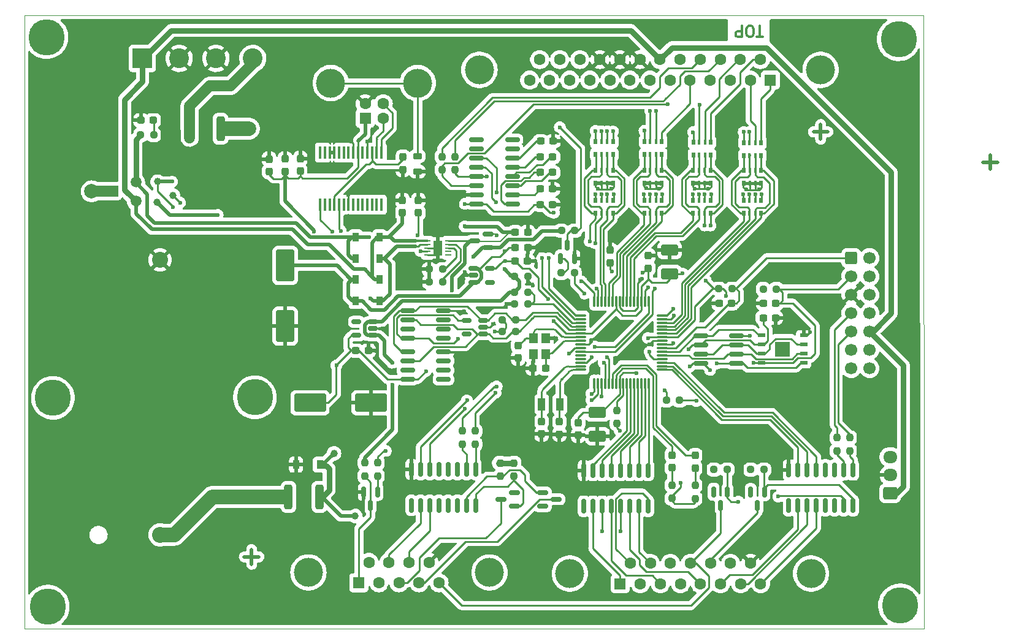
<source format=gbr>
%TF.GenerationSoftware,KiCad,Pcbnew,(6.0.1)*%
%TF.CreationDate,2022-09-20T17:47:08-03:00*%
%TF.ProjectId,HLI-M,484c492d-4d2e-46b6-9963-61645f706362,rev?*%
%TF.SameCoordinates,Original*%
%TF.FileFunction,Copper,L1,Top*%
%TF.FilePolarity,Positive*%
%FSLAX46Y46*%
G04 Gerber Fmt 4.6, Leading zero omitted, Abs format (unit mm)*
G04 Created by KiCad (PCBNEW (6.0.1)) date 2022-09-20 17:47:08*
%MOMM*%
%LPD*%
G01*
G04 APERTURE LIST*
G04 Aperture macros list*
%AMRoundRect*
0 Rectangle with rounded corners*
0 $1 Rounding radius*
0 $2 $3 $4 $5 $6 $7 $8 $9 X,Y pos of 4 corners*
0 Add a 4 corners polygon primitive as box body*
4,1,4,$2,$3,$4,$5,$6,$7,$8,$9,$2,$3,0*
0 Add four circle primitives for the rounded corners*
1,1,$1+$1,$2,$3*
1,1,$1+$1,$4,$5*
1,1,$1+$1,$6,$7*
1,1,$1+$1,$8,$9*
0 Add four rect primitives between the rounded corners*
20,1,$1+$1,$2,$3,$4,$5,0*
20,1,$1+$1,$4,$5,$6,$7,0*
20,1,$1+$1,$6,$7,$8,$9,0*
20,1,$1+$1,$8,$9,$2,$3,0*%
G04 Aperture macros list end*
%TA.AperFunction,NonConductor*%
%ADD10C,0.500000*%
%TD*%
%TA.AperFunction,Profile*%
%ADD11C,0.050000*%
%TD*%
%ADD12C,0.300000*%
%TA.AperFunction,NonConductor*%
%ADD13C,0.300000*%
%TD*%
%TA.AperFunction,SMDPad,CuDef*%
%ADD14RoundRect,0.237500X-0.300000X-0.237500X0.300000X-0.237500X0.300000X0.237500X-0.300000X0.237500X0*%
%TD*%
%TA.AperFunction,SMDPad,CuDef*%
%ADD15RoundRect,0.237500X0.300000X0.237500X-0.300000X0.237500X-0.300000X-0.237500X0.300000X-0.237500X0*%
%TD*%
%TA.AperFunction,SMDPad,CuDef*%
%ADD16RoundRect,0.250001X0.924999X-0.499999X0.924999X0.499999X-0.924999X0.499999X-0.924999X-0.499999X0*%
%TD*%
%TA.AperFunction,SMDPad,CuDef*%
%ADD17RoundRect,0.237500X0.237500X-0.300000X0.237500X0.300000X-0.237500X0.300000X-0.237500X-0.300000X0*%
%TD*%
%TA.AperFunction,SMDPad,CuDef*%
%ADD18RoundRect,0.250001X-0.924999X0.499999X-0.924999X-0.499999X0.924999X-0.499999X0.924999X0.499999X0*%
%TD*%
%TA.AperFunction,SMDPad,CuDef*%
%ADD19R,0.500000X0.800000*%
%TD*%
%TA.AperFunction,SMDPad,CuDef*%
%ADD20R,0.400000X0.800000*%
%TD*%
%TA.AperFunction,SMDPad,CuDef*%
%ADD21R,0.900000X1.200000*%
%TD*%
%TA.AperFunction,SMDPad,CuDef*%
%ADD22RoundRect,0.237500X-0.237500X0.287500X-0.237500X-0.287500X0.237500X-0.287500X0.237500X0.287500X0*%
%TD*%
%TA.AperFunction,ComponentPad*%
%ADD23C,4.000000*%
%TD*%
%TA.AperFunction,ComponentPad*%
%ADD24R,1.600000X1.600000*%
%TD*%
%TA.AperFunction,ComponentPad*%
%ADD25C,1.600000*%
%TD*%
%TA.AperFunction,SMDPad,CuDef*%
%ADD26RoundRect,0.150000X0.150000X-0.587500X0.150000X0.587500X-0.150000X0.587500X-0.150000X-0.587500X0*%
%TD*%
%TA.AperFunction,SMDPad,CuDef*%
%ADD27RoundRect,0.150000X0.587500X0.150000X-0.587500X0.150000X-0.587500X-0.150000X0.587500X-0.150000X0*%
%TD*%
%TA.AperFunction,SMDPad,CuDef*%
%ADD28RoundRect,0.237500X-0.250000X-0.237500X0.250000X-0.237500X0.250000X0.237500X-0.250000X0.237500X0*%
%TD*%
%TA.AperFunction,SMDPad,CuDef*%
%ADD29RoundRect,0.237500X0.250000X0.237500X-0.250000X0.237500X-0.250000X-0.237500X0.250000X-0.237500X0*%
%TD*%
%TA.AperFunction,SMDPad,CuDef*%
%ADD30RoundRect,0.237500X-0.237500X0.250000X-0.237500X-0.250000X0.237500X-0.250000X0.237500X0.250000X0*%
%TD*%
%TA.AperFunction,SMDPad,CuDef*%
%ADD31RoundRect,0.237500X0.237500X-0.250000X0.237500X0.250000X-0.237500X0.250000X-0.237500X-0.250000X0*%
%TD*%
%TA.AperFunction,SMDPad,CuDef*%
%ADD32RoundRect,0.075000X0.662500X0.075000X-0.662500X0.075000X-0.662500X-0.075000X0.662500X-0.075000X0*%
%TD*%
%TA.AperFunction,SMDPad,CuDef*%
%ADD33RoundRect,0.075000X0.075000X0.662500X-0.075000X0.662500X-0.075000X-0.662500X0.075000X-0.662500X0*%
%TD*%
%TA.AperFunction,SMDPad,CuDef*%
%ADD34RoundRect,0.062500X-0.375000X-0.062500X0.375000X-0.062500X0.375000X0.062500X-0.375000X0.062500X0*%
%TD*%
%TA.AperFunction,ComponentPad*%
%ADD35C,0.600000*%
%TD*%
%TA.AperFunction,SMDPad,CuDef*%
%ADD36R,1.200000X2.000000*%
%TD*%
%TA.AperFunction,SMDPad,CuDef*%
%ADD37RoundRect,0.150000X-0.512500X-0.150000X0.512500X-0.150000X0.512500X0.150000X-0.512500X0.150000X0*%
%TD*%
%TA.AperFunction,SMDPad,CuDef*%
%ADD38RoundRect,0.150000X0.825000X0.150000X-0.825000X0.150000X-0.825000X-0.150000X0.825000X-0.150000X0*%
%TD*%
%TA.AperFunction,SMDPad,CuDef*%
%ADD39RoundRect,0.150000X0.512500X0.150000X-0.512500X0.150000X-0.512500X-0.150000X0.512500X-0.150000X0*%
%TD*%
%TA.AperFunction,SMDPad,CuDef*%
%ADD40RoundRect,0.150000X-0.150000X0.825000X-0.150000X-0.825000X0.150000X-0.825000X0.150000X0.825000X0*%
%TD*%
%TA.AperFunction,SMDPad,CuDef*%
%ADD41RoundRect,0.150000X-0.587500X-0.150000X0.587500X-0.150000X0.587500X0.150000X-0.587500X0.150000X0*%
%TD*%
%TA.AperFunction,SMDPad,CuDef*%
%ADD42RoundRect,0.150000X-0.150000X0.587500X-0.150000X-0.587500X0.150000X-0.587500X0.150000X0.587500X0*%
%TD*%
%TA.AperFunction,SMDPad,CuDef*%
%ADD43RoundRect,0.237500X-0.237500X0.300000X-0.237500X-0.300000X0.237500X-0.300000X0.237500X0.300000X0*%
%TD*%
%TA.AperFunction,SMDPad,CuDef*%
%ADD44RoundRect,0.218750X0.381250X-0.218750X0.381250X0.218750X-0.381250X0.218750X-0.381250X-0.218750X0*%
%TD*%
%TA.AperFunction,ComponentPad*%
%ADD45R,2.730000X2.730000*%
%TD*%
%TA.AperFunction,ComponentPad*%
%ADD46C,2.730000*%
%TD*%
%TA.AperFunction,SMDPad,CuDef*%
%ADD47C,1.500000*%
%TD*%
%TA.AperFunction,SMDPad,CuDef*%
%ADD48C,1.000000*%
%TD*%
%TA.AperFunction,SMDPad,CuDef*%
%ADD49RoundRect,0.250000X-0.312500X-1.450000X0.312500X-1.450000X0.312500X1.450000X-0.312500X1.450000X0*%
%TD*%
%TA.AperFunction,ComponentPad*%
%ADD50RoundRect,0.250000X-0.600000X-0.600000X0.600000X-0.600000X0.600000X0.600000X-0.600000X0.600000X0*%
%TD*%
%TA.AperFunction,ComponentPad*%
%ADD51C,1.700000*%
%TD*%
%TA.AperFunction,SMDPad,CuDef*%
%ADD52RoundRect,0.237500X-0.287500X-0.237500X0.287500X-0.237500X0.287500X0.237500X-0.287500X0.237500X0*%
%TD*%
%TA.AperFunction,SMDPad,CuDef*%
%ADD53RoundRect,0.250000X-1.950000X-1.000000X1.950000X-1.000000X1.950000X1.000000X-1.950000X1.000000X0*%
%TD*%
%TA.AperFunction,ComponentPad*%
%ADD54RoundRect,0.250000X0.725000X-0.600000X0.725000X0.600000X-0.725000X0.600000X-0.725000X-0.600000X0*%
%TD*%
%TA.AperFunction,ComponentPad*%
%ADD55O,1.950000X1.700000*%
%TD*%
%TA.AperFunction,SMDPad,CuDef*%
%ADD56RoundRect,0.250000X-1.000000X1.950000X-1.000000X-1.950000X1.000000X-1.950000X1.000000X1.950000X0*%
%TD*%
%TA.AperFunction,SMDPad,CuDef*%
%ADD57R,1.200000X1.400000*%
%TD*%
%TA.AperFunction,SMDPad,CuDef*%
%ADD58R,1.100000X0.500000*%
%TD*%
%TA.AperFunction,SMDPad,CuDef*%
%ADD59R,2.000000X2.000000*%
%TD*%
%TA.AperFunction,ComponentPad*%
%ADD60C,2.205000*%
%TD*%
%TA.AperFunction,SMDPad,CuDef*%
%ADD61RoundRect,0.250000X0.312500X1.450000X-0.312500X1.450000X-0.312500X-1.450000X0.312500X-1.450000X0*%
%TD*%
%TA.AperFunction,SMDPad,CuDef*%
%ADD62R,1.000000X1.800000*%
%TD*%
%TA.AperFunction,SMDPad,CuDef*%
%ADD63R,1.500000X1.500000*%
%TD*%
%TA.AperFunction,SMDPad,CuDef*%
%ADD64R,0.450000X1.750000*%
%TD*%
%TA.AperFunction,ViaPad*%
%ADD65C,5.000000*%
%TD*%
%TA.AperFunction,ViaPad*%
%ADD66C,0.600000*%
%TD*%
%TA.AperFunction,ViaPad*%
%ADD67C,2.000000*%
%TD*%
%TA.AperFunction,ViaPad*%
%ADD68C,1.000000*%
%TD*%
%TA.AperFunction,Conductor*%
%ADD69C,0.250000*%
%TD*%
%TA.AperFunction,Conductor*%
%ADD70C,0.762000*%
%TD*%
%TA.AperFunction,Conductor*%
%ADD71C,0.500000*%
%TD*%
%TA.AperFunction,Conductor*%
%ADD72C,1.500000*%
%TD*%
%TA.AperFunction,Conductor*%
%ADD73C,0.300000*%
%TD*%
%TA.AperFunction,Conductor*%
%ADD74C,0.200000*%
%TD*%
%TA.AperFunction,Conductor*%
%ADD75C,2.000000*%
%TD*%
G04 APERTURE END LIST*
D10*
X198400000Y-48100000D02*
X198400000Y-50100000D01*
X174955200Y-43907200D02*
X174955200Y-45907200D01*
X175955200Y-44907200D02*
X173955200Y-44907200D01*
X96391000Y-102650000D02*
X96391000Y-104650000D01*
X97375000Y-103650000D02*
X95375000Y-103650000D01*
X199400000Y-49100000D02*
X197400000Y-49100000D01*
D11*
X189204600Y-113538000D02*
X189179200Y-28854400D01*
X65030000Y-28825500D02*
X65030000Y-113534500D01*
X189179200Y-28854400D02*
X65030000Y-28825500D01*
X65030000Y-113534500D02*
X189204600Y-113538000D01*
D12*
D13*
X166986285Y-31796028D02*
X166129142Y-31796028D01*
X166557714Y-30296028D02*
X166557714Y-31796028D01*
X165343428Y-31796028D02*
X165057714Y-31796028D01*
X164914857Y-31724600D01*
X164772000Y-31581742D01*
X164700571Y-31296028D01*
X164700571Y-30796028D01*
X164772000Y-30510314D01*
X164914857Y-30367457D01*
X165057714Y-30296028D01*
X165343428Y-30296028D01*
X165486285Y-30367457D01*
X165629142Y-30510314D01*
X165700571Y-30796028D01*
X165700571Y-31296028D01*
X165629142Y-31581742D01*
X165486285Y-31724600D01*
X165343428Y-31796028D01*
X164057714Y-30296028D02*
X164057714Y-31796028D01*
X163486285Y-31796028D01*
X163343428Y-31724600D01*
X163272000Y-31653171D01*
X163200571Y-31510314D01*
X163200571Y-31296028D01*
X163272000Y-31153171D01*
X163343428Y-31081742D01*
X163486285Y-31010314D01*
X164057714Y-31010314D01*
D14*
%TO.P,C6,1*%
%TO.N,+3V3*%
X110775000Y-75150000D03*
%TO.P,C6,2*%
%TO.N,0*%
X112500000Y-75150000D03*
%TD*%
%TO.P,C9,1*%
%TO.N,VBAT*%
X132775000Y-58775000D03*
%TO.P,C9,2*%
%TO.N,0*%
X134500000Y-58775000D03*
%TD*%
%TO.P,C12,1*%
%TO.N,+3.3VP*%
X132723800Y-62723800D03*
%TO.P,C12,2*%
%TO.N,0*%
X134448800Y-62723800D03*
%TD*%
D15*
%TO.P,C13,1*%
%TO.N,+3V3*%
X168781900Y-68605400D03*
%TO.P,C13,2*%
%TO.N,0*%
X167056900Y-68605400D03*
%TD*%
D14*
%TO.P,C14,1*%
%TO.N,Net-(C14-Pad1)*%
X167006100Y-70612000D03*
%TO.P,C14,2*%
%TO.N,0*%
X168731100Y-70612000D03*
%TD*%
D15*
%TO.P,C15,1*%
%TO.N,RESET*%
X162662500Y-68600000D03*
%TO.P,C15,2*%
%TO.N,0*%
X160937500Y-68600000D03*
%TD*%
D16*
%TO.P,C16,1*%
%TO.N,+3.3VP*%
X154100000Y-64525000D03*
%TO.P,C16,2*%
%TO.N,0*%
X154100000Y-61275000D03*
%TD*%
D17*
%TO.P,C17,1*%
%TO.N,+3.3VP*%
X151155400Y-63752900D03*
%TO.P,C17,2*%
%TO.N,0*%
X151155400Y-62027900D03*
%TD*%
%TO.P,C18,1*%
%TO.N,+3.3VP*%
X145900000Y-63002478D03*
%TO.P,C18,2*%
%TO.N,0*%
X145900000Y-61277478D03*
%TD*%
D18*
%TO.P,C20,1*%
%TO.N,Net-(C19-Pad1)*%
X144145000Y-83719000D03*
%TO.P,C20,2*%
%TO.N,0*%
X144145000Y-86969000D03*
%TD*%
D19*
%TO.P,CA1,1*%
%TO.N,K0*%
X166751800Y-50254400D03*
D20*
%TO.P,CA1,2*%
%TO.N,K1*%
X165951800Y-50254400D03*
%TO.P,CA1,3*%
%TO.N,K2*%
X165151800Y-50254400D03*
D19*
%TO.P,CA1,4*%
%TO.N,K3*%
X164351800Y-50254400D03*
%TO.P,CA1,5*%
%TO.N,0*%
X164351800Y-52054400D03*
D20*
%TO.P,CA1,6*%
X165151800Y-52054400D03*
%TO.P,CA1,7*%
X165951800Y-52054400D03*
D19*
%TO.P,CA1,8*%
X166751800Y-52054400D03*
%TD*%
%TO.P,CA4,1*%
%TO.N,K8*%
X146284800Y-50203600D03*
D20*
%TO.P,CA4,2*%
%TO.N,K9*%
X145484800Y-50203600D03*
%TO.P,CA4,3*%
%TO.N,KA*%
X144684800Y-50203600D03*
D19*
%TO.P,CA4,4*%
%TO.N,KB*%
X143884800Y-50203600D03*
%TO.P,CA4,5*%
%TO.N,0*%
X143884800Y-52003600D03*
D20*
%TO.P,CA4,6*%
X144684800Y-52003600D03*
%TO.P,CA4,7*%
X145484800Y-52003600D03*
D19*
%TO.P,CA4,8*%
X146284800Y-52003600D03*
%TD*%
D21*
%TO.P,D1,1,K*%
%TO.N,+5V*%
X114050000Y-59500000D03*
%TO.P,D1,2,A*%
%TO.N,+5VD*%
X110750000Y-59500000D03*
%TD*%
%TO.P,D2,1,K*%
%TO.N,+5VL*%
X114050000Y-62400000D03*
%TO.P,D2,2,A*%
%TO.N,+5VD*%
X110750000Y-62400000D03*
%TD*%
%TO.P,D3,1,K*%
%TO.N,0*%
X102511500Y-90906600D03*
%TO.P,D3,2,A*%
%TO.N,VBAT*%
X105811500Y-90906600D03*
%TD*%
D22*
%TO.P,LED2,1,K*%
%TO.N,LED2*%
X157632400Y-89625200D03*
%TO.P,LED2,2,A*%
%TO.N,Net-(LED2-Pad2)*%
X157632400Y-91375200D03*
%TD*%
%TO.P,LED3,1,K*%
%TO.N,LED3*%
X154406600Y-89585800D03*
%TO.P,LED3,2,A*%
%TO.N,Net-(LED3-Pad2)*%
X154406600Y-91335800D03*
%TD*%
D23*
%TO.P,CON3,0*%
%TO.N,N/C*%
X174939000Y-36346300D03*
X127839000Y-36346300D03*
D24*
%TO.P,CON3,1,Pin_1*%
%TO.N,K_0*%
X168009000Y-37766300D03*
D25*
%TO.P,CON3,2,Pin_2*%
%TO.N,K_1*%
X165239000Y-37766300D03*
%TO.P,CON3,3,Pin_3*%
%TO.N,K_2*%
X162469000Y-37766300D03*
%TO.P,CON3,4,Pin_4*%
%TO.N,K_3*%
X159699000Y-37766300D03*
%TO.P,CON3,5,Pin_5*%
%TO.N,K_4*%
X156929000Y-37766300D03*
%TO.P,CON3,6,Pin_6*%
%TO.N,K_5*%
X154159000Y-37766300D03*
%TO.P,CON3,7,Pin_7*%
%TO.N,K_6*%
X151389000Y-37766300D03*
%TO.P,CON3,8,Pin_8*%
%TO.N,K_7*%
X148619000Y-37766300D03*
%TO.P,CON3,9,Pin_9*%
%TO.N,K_8*%
X145849000Y-37766300D03*
%TO.P,CON3,10,Pin_10*%
%TO.N,K_9*%
X143079000Y-37766300D03*
%TO.P,CON3,11,Pin_11*%
%TO.N,K_A*%
X140309000Y-37766300D03*
%TO.P,CON3,12,Pin_12*%
%TO.N,K_B*%
X137539000Y-37766300D03*
%TO.P,CON3,13,Pin_13*%
%TO.N,INIB*%
X134769000Y-37766300D03*
%TO.P,CON3,14,Pin_14*%
%TO.N,NOTE_*%
X166624000Y-34926300D03*
%TO.P,CON3,15,Pin_15*%
%TO.N,K_C*%
X163854000Y-34926300D03*
%TO.P,CON3,16,Pin_16*%
%TO.N,Net-(CON3-Pad16)*%
X161084000Y-34926300D03*
%TO.P,CON3,17,Pin_17*%
%TO.N,Net-(CON3-Pad17)*%
X158314000Y-34926300D03*
%TO.P,CON3,18,Pin_18*%
%TO.N,K_D*%
X155544000Y-34926300D03*
%TO.P,CON3,19,Pin_19*%
%TO.N,+5V*%
X152774000Y-34926300D03*
%TO.P,CON3,20,Pin_20*%
%TO.N,0*%
X150004000Y-34926300D03*
%TO.P,CON3,21,Pin_21*%
X147234000Y-34926300D03*
%TO.P,CON3,22,Pin_22*%
X144464000Y-34926300D03*
%TO.P,CON3,23,Pin_23*%
%TO.N,K_E*%
X141694000Y-34926300D03*
%TO.P,CON3,24,Pin_24*%
%TO.N,Net-(CON3-Pad24)*%
X138924000Y-34926300D03*
%TO.P,CON3,25,Pin_25*%
X136154000Y-34926300D03*
%TD*%
D26*
%TO.P,Q3,1,B*%
%TO.N,Net-(Q3-Pad1)*%
X139044600Y-62407800D03*
%TO.P,Q3,2,E*%
%TO.N,0*%
X140944600Y-62407800D03*
%TO.P,Q3,3,C*%
%TO.N,INIB*%
X139994600Y-60532800D03*
%TD*%
D27*
%TO.P,Q5,1,G*%
%TO.N,Net-(Q5-Pad1)*%
X132672000Y-96633600D03*
%TO.P,Q5,2,S*%
%TO.N,+12V*%
X132672000Y-94733600D03*
%TO.P,Q5,3,D*%
%TO.N,CIN1*%
X130797000Y-95683600D03*
%TD*%
D28*
%TO.P,R1,1*%
%TO.N,+5VD*%
X81041900Y-45339000D03*
%TO.P,R1,2*%
%TO.N,Net-(LED1-Pad2)*%
X82866900Y-45339000D03*
%TD*%
%TO.P,R2,1*%
%TO.N,0*%
X120905900Y-63906400D03*
%TO.P,R2,2*%
%TO.N,Net-(R2-Pad2)*%
X122730900Y-63906400D03*
%TD*%
D29*
%TO.P,R3,1*%
%TO.N,Net-(R3-Pad1)*%
X122756300Y-65659000D03*
%TO.P,R3,2*%
%TO.N,0*%
X120931300Y-65659000D03*
%TD*%
%TO.P,R5,1*%
%TO.N,+3V3*%
X168831900Y-66649600D03*
%TO.P,R5,2*%
%TO.N,Net-(R5-Pad2)*%
X167006900Y-66649600D03*
%TD*%
D30*
%TO.P,R7,1*%
%TO.N,Net-(R7-Pad1)*%
X127254000Y-86233000D03*
%TO.P,R7,2*%
%TO.N,PIN-COUT1*%
X127254000Y-88058000D03*
%TD*%
%TO.P,R6,1*%
%TO.N,Net-(R6-Pad1)*%
X125501400Y-86233000D03*
%TO.P,R6,2*%
%TO.N,PIN-CIN1*%
X125501400Y-88058000D03*
%TD*%
D28*
%TO.P,R10,1*%
%TO.N,+3.3VP*%
X160887500Y-66600000D03*
%TO.P,R10,2*%
%TO.N,RESET*%
X162712500Y-66600000D03*
%TD*%
D31*
%TO.P,R11,1*%
%TO.N,+3.3VP*%
X146812000Y-85240500D03*
%TO.P,R11,2*%
%TO.N,Net-(R11-Pad2)*%
X146812000Y-83415500D03*
%TD*%
%TO.P,R27,1*%
%TO.N,+3V3*%
X157632400Y-95603700D03*
%TO.P,R27,2*%
%TO.N,Net-(LED2-Pad2)*%
X157632400Y-93778700D03*
%TD*%
%TO.P,R28,1*%
%TO.N,+3V3*%
X154406600Y-95564300D03*
%TO.P,R28,2*%
%TO.N,Net-(LED3-Pad2)*%
X154406600Y-93739300D03*
%TD*%
D29*
%TO.P,R25,1*%
%TO.N,PIN-PWRMODE*%
X134523100Y-67095600D03*
%TO.P,R25,2*%
%TO.N,+5VD*%
X132698100Y-67095600D03*
%TD*%
D28*
%TO.P,R26,1*%
%TO.N,0*%
X132698100Y-68721200D03*
%TO.P,R26,2*%
%TO.N,PIN-PWRMODE*%
X134523100Y-68721200D03*
%TD*%
%TO.P,R18,1*%
%TO.N,Net-(Q3-Pad1)*%
X139123800Y-64413000D03*
%TO.P,R18,2*%
%TO.N,PIN-INIB*%
X140948800Y-64413000D03*
%TD*%
D30*
%TO.P,R22,1*%
%TO.N,+12V*%
X132613400Y-90679900D03*
%TO.P,R22,2*%
%TO.N,Net-(Q5-Pad1)*%
X132613400Y-92504900D03*
%TD*%
D19*
%TO.P,RA1,1,R1.1*%
%TO.N,K_0*%
X166732800Y-46393600D03*
D20*
%TO.P,RA1,2,R2.1*%
%TO.N,K_1*%
X165932800Y-46393600D03*
%TO.P,RA1,3,R3.1*%
%TO.N,K_2*%
X165132800Y-46393600D03*
D19*
%TO.P,RA1,4,R4.1*%
%TO.N,K_3*%
X164332800Y-46393600D03*
%TO.P,RA1,5,R4.2*%
%TO.N,K3*%
X164332800Y-48193600D03*
D20*
%TO.P,RA1,6,R3.2*%
%TO.N,K2*%
X165132800Y-48193600D03*
%TO.P,RA1,7,R2.2*%
%TO.N,K1*%
X165932800Y-48193600D03*
D19*
%TO.P,RA1,8,R1.2*%
%TO.N,K0*%
X166732800Y-48193600D03*
%TD*%
%TO.P,RA3,1,R1.1*%
%TO.N,K_4*%
X153016800Y-46266600D03*
D20*
%TO.P,RA3,2,R2.1*%
%TO.N,K_5*%
X152216800Y-46266600D03*
%TO.P,RA3,3,R3.1*%
%TO.N,K_6*%
X151416800Y-46266600D03*
D19*
%TO.P,RA3,4,R4.1*%
%TO.N,K_7*%
X150616800Y-46266600D03*
%TO.P,RA3,5,R4.2*%
%TO.N,K7*%
X150616800Y-48066600D03*
D20*
%TO.P,RA3,6,R3.2*%
%TO.N,K6*%
X151416800Y-48066600D03*
%TO.P,RA3,7,R2.2*%
%TO.N,K5*%
X152216800Y-48066600D03*
D19*
%TO.P,RA3,8,R1.2*%
%TO.N,K4*%
X153016800Y-48066600D03*
%TD*%
%TO.P,RA4,1,R1.1*%
%TO.N,K_8*%
X146284800Y-46266600D03*
D20*
%TO.P,RA4,2,R2.1*%
%TO.N,K_9*%
X145484800Y-46266600D03*
%TO.P,RA4,3,R3.1*%
%TO.N,K_A*%
X144684800Y-46266600D03*
D19*
%TO.P,RA4,4,R4.1*%
%TO.N,K_B*%
X143884800Y-46266600D03*
%TO.P,RA4,5,R4.2*%
%TO.N,KB*%
X143884800Y-48066600D03*
D20*
%TO.P,RA4,6,R3.2*%
%TO.N,KA*%
X144684800Y-48066600D03*
%TO.P,RA4,7,R2.2*%
%TO.N,K9*%
X145484800Y-48066600D03*
D19*
%TO.P,RA4,8,R1.2*%
%TO.N,K8*%
X146284800Y-48066600D03*
%TD*%
%TO.P,RA5,1,R1.1*%
%TO.N,+3V3*%
X166732800Y-54394600D03*
D20*
%TO.P,RA5,2,R2.1*%
X165932800Y-54394600D03*
%TO.P,RA5,3,R3.1*%
X165132800Y-54394600D03*
D19*
%TO.P,RA5,4,R4.1*%
X164332800Y-54394600D03*
%TO.P,RA5,5,R4.2*%
%TO.N,K3*%
X164332800Y-56194600D03*
D20*
%TO.P,RA5,6,R3.2*%
%TO.N,K2*%
X165132800Y-56194600D03*
%TO.P,RA5,7,R2.2*%
%TO.N,K1*%
X165932800Y-56194600D03*
D19*
%TO.P,RA5,8,R1.2*%
%TO.N,K0*%
X166732800Y-56194600D03*
%TD*%
%TO.P,RA7,1,R1.1*%
%TO.N,+3V3*%
X153016800Y-54394600D03*
D20*
%TO.P,RA7,2,R2.1*%
X152216800Y-54394600D03*
%TO.P,RA7,3,R3.1*%
X151416800Y-54394600D03*
D19*
%TO.P,RA7,4,R4.1*%
X150616800Y-54394600D03*
%TO.P,RA7,5,R4.2*%
%TO.N,K7*%
X150616800Y-56194600D03*
D20*
%TO.P,RA7,6,R3.2*%
%TO.N,K6*%
X151416800Y-56194600D03*
%TO.P,RA7,7,R2.2*%
%TO.N,K5*%
X152216800Y-56194600D03*
D19*
%TO.P,RA7,8,R1.2*%
%TO.N,K4*%
X153016800Y-56194600D03*
%TD*%
%TO.P,RA8,1,R1.1*%
%TO.N,+3V3*%
X146284800Y-54394600D03*
D20*
%TO.P,RA8,2,R2.1*%
X145484800Y-54394600D03*
%TO.P,RA8,3,R3.1*%
X144684800Y-54394600D03*
D19*
%TO.P,RA8,4,R4.1*%
X143884800Y-54394600D03*
%TO.P,RA8,5,R4.2*%
%TO.N,KB*%
X143884800Y-56194600D03*
D20*
%TO.P,RA8,6,R3.2*%
%TO.N,KA*%
X144684800Y-56194600D03*
%TO.P,RA8,7,R2.2*%
%TO.N,K9*%
X145484800Y-56194600D03*
D19*
%TO.P,RA8,8,R1.2*%
%TO.N,K8*%
X146284800Y-56194600D03*
%TD*%
D32*
%TO.P,U1,1,RG15*%
%TO.N,PIN-S5*%
X153109500Y-77791000D03*
%TO.P,U1,2,RC1*%
%TO.N,PIN-S6*%
X153109500Y-77291000D03*
%TO.P,U1,3,RC2*%
%TO.N,PIN-S7*%
X153109500Y-76791000D03*
%TO.P,U1,4,SCK2/RG6*%
%TO.N,Net-(C18-Pad1)*%
X153109500Y-76291000D03*
%TO.P,U1,5,SDI2/RG7*%
%TO.N,Net-(U1-Pad5)*%
X153109500Y-75791000D03*
%TO.P,U1,6,SDO2/RG8*%
%TO.N,Net-(U1-Pad6)*%
X153109500Y-75291000D03*
%TO.P,U1,7,\u002AMCLR*%
%TO.N,RESET*%
X153109500Y-74791000D03*
%TO.P,U1,8,\u002ASS2/RG9*%
%TO.N,Net-(U1-Pad8)*%
X153109500Y-74291000D03*
%TO.P,U1,9,VSS*%
%TO.N,0*%
X153109500Y-73791000D03*
%TO.P,U1,10,VDD*%
%TO.N,+3.3VP*%
X153109500Y-73291000D03*
%TO.P,U1,11,RB5*%
%TO.N,K0*%
X153109500Y-72791000D03*
%TO.P,U1,12,RB4*%
%TO.N,K1*%
X153109500Y-72291000D03*
%TO.P,U1,13,RB3*%
%TO.N,K2*%
X153109500Y-71791000D03*
%TO.P,U1,14,RB2*%
%TO.N,K3*%
X153109500Y-71291000D03*
%TO.P,U1,15,RB1*%
%TO.N,PGEC2*%
X153109500Y-70791000D03*
%TO.P,U1,16,RB0*%
%TO.N,PGED2*%
X153109500Y-70291000D03*
D33*
%TO.P,U1,17,RB6*%
%TO.N,Net-(R9-Pad1)*%
X151197000Y-68378500D03*
%TO.P,U1,18,RB7*%
%TO.N,KC*%
X150697000Y-68378500D03*
%TO.P,U1,19,AVDD*%
%TO.N,+3.3VP*%
X150197000Y-68378500D03*
%TO.P,U1,20,AVSS*%
%TO.N,0*%
X149697000Y-68378500D03*
%TO.P,U1,21,RB8*%
%TO.N,KD*%
X149197000Y-68378500D03*
%TO.P,U1,22,RB9*%
%TO.N,KE*%
X148697000Y-68378500D03*
%TO.P,U1,23,RB10*%
%TO.N,K4*%
X148197000Y-68378500D03*
%TO.P,U1,24,RB11*%
%TO.N,K5*%
X147697000Y-68378500D03*
%TO.P,U1,25,VSS*%
%TO.N,0*%
X147197000Y-68378500D03*
%TO.P,U1,26,VDD*%
%TO.N,+3.3VP*%
X146697000Y-68378500D03*
%TO.P,U1,27,RB12*%
%TO.N,K6*%
X146197000Y-68378500D03*
%TO.P,U1,28,RB13*%
%TO.N,K7*%
X145697000Y-68378500D03*
%TO.P,U1,29,RB14*%
%TO.N,K8*%
X145197000Y-68378500D03*
%TO.P,U1,30,RB15*%
%TO.N,K9*%
X144697000Y-68378500D03*
%TO.P,U1,31,U2RX/RF4*%
%TO.N,TXA*%
X144197000Y-68378500D03*
%TO.P,U1,32,U2TX/RF5*%
%TO.N,RXA*%
X143697000Y-68378500D03*
D32*
%TO.P,U1,33,U1TX/RF3*%
%TO.N,Net-(U1-Pad33)*%
X141784500Y-70291000D03*
%TO.P,U1,34,U1RX/RF2*%
%TO.N,Net-(U1-Pad34)*%
X141784500Y-70791000D03*
%TO.P,U1,35,RF6*%
%TO.N,PIN-PWRMODE*%
X141784500Y-71291000D03*
%TO.P,U1,36,SDA1/RG3*%
%TO.N,PIN-SDA*%
X141784500Y-71791000D03*
%TO.P,U1,37,SCL1/RG2*%
%TO.N,PIN-SCL*%
X141784500Y-72291000D03*
%TO.P,U1,38,VDD*%
%TO.N,+3.3VP*%
X141784500Y-72791000D03*
%TO.P,U1,39,OSC1/CLKIN*%
%TO.N,Net-(U1-Pad39)*%
X141784500Y-73291000D03*
%TO.P,U1,40,OSC2/CLKO*%
%TO.N,Net-(U1-Pad40)*%
X141784500Y-73791000D03*
%TO.P,U1,41,VSS*%
%TO.N,0*%
X141784500Y-74291000D03*
%TO.P,U1,42,RD8*%
%TO.N,Net-(R6-Pad1)*%
X141784500Y-74791000D03*
%TO.P,U1,43,RD9*%
%TO.N,NOTE*%
X141784500Y-75291000D03*
%TO.P,U1,44,RD10*%
%TO.N,N/C*%
X141784500Y-75791000D03*
%TO.P,U1,45,RD11*%
%TO.N,unconnected-(U1-Pad45)*%
X141784500Y-76291000D03*
%TO.P,U1,46,RD0*%
%TO.N,PIN-INIB*%
X141784500Y-76791000D03*
%TO.P,U1,47,RC13*%
%TO.N,Net-(U1-Pad47)*%
X141784500Y-77291000D03*
%TO.P,U1,48,RC14*%
%TO.N,Net-(U1-Pad48)*%
X141784500Y-77791000D03*
D33*
%TO.P,U1,49,RD1*%
%TO.N,PIN-S11*%
X143697000Y-79703500D03*
%TO.P,U1,50,RD2*%
%TO.N,PIN-S10*%
X144197000Y-79703500D03*
%TO.P,U1,51,RD3*%
%TO.N,PIN-PRINT*%
X144697000Y-79703500D03*
%TO.P,U1,52,RD4*%
%TO.N,KB*%
X145197000Y-79703500D03*
%TO.P,U1,53,RD5*%
%TO.N,KA*%
X145697000Y-79703500D03*
%TO.P,U1,54,RD6*%
%TO.N,LED2*%
X146197000Y-79703500D03*
%TO.P,U1,55,RD7*%
%TO.N,LED3*%
X146697000Y-79703500D03*
%TO.P,U1,56,VDDCORE*%
%TO.N,Net-(C24-Pad1)*%
X147197000Y-79703500D03*
%TO.P,U1,57,VDD*%
%TO.N,Net-(R15-Pad2)*%
X147697000Y-79703500D03*
%TO.P,U1,58,RF0*%
%TO.N,PIN-S0*%
X148197000Y-79703500D03*
%TO.P,U1,59,RF1*%
%TO.N,PIN-S1*%
X148697000Y-79703500D03*
%TO.P,U1,60,RG1*%
%TO.N,PIN-S2*%
X149197000Y-79703500D03*
%TO.P,U1,61,RG0*%
%TO.N,PIN-S3*%
X149697000Y-79703500D03*
%TO.P,U1,62,RG14*%
%TO.N,PIN-S4*%
X150197000Y-79703500D03*
%TO.P,U1,63,RG12*%
%TO.N,PIN-S9*%
X150697000Y-79703500D03*
%TO.P,U1,64,RG13*%
%TO.N,PIN-S8*%
X151197000Y-79703500D03*
%TD*%
D34*
%TO.P,U6,1,CHG_IN*%
%TO.N,+5V*%
X120680900Y-59952000D03*
%TO.P,U6,2,USBPWR*%
%TO.N,+5VL*%
X120680900Y-60452000D03*
%TO.P,U6,3,GND*%
%TO.N,0*%
X120680900Y-60952000D03*
%TO.P,U6,4,USB_SEL*%
%TO.N,Net-(C8-Pad1)*%
X120680900Y-61452000D03*
%TO.P,U6,5,EN_B*%
%TO.N,0*%
X120680900Y-61952000D03*
%TO.P,U6,6,STAT2*%
%TO.N,unconnected-(U5-Pad6)*%
X123555900Y-61952000D03*
%TO.P,U6,7,STAT1*%
%TO.N,unconnected-(U5-Pad7)*%
X123555900Y-61452000D03*
%TO.P,U6,8,ISET*%
%TO.N,Net-(R4-Pad2)*%
X123555900Y-60952000D03*
%TO.P,U6,9,TS*%
%TO.N,Net-(R5-Pad1)*%
X123555900Y-60452000D03*
%TO.P,U6,10,BATT*%
%TO.N,VBAT*%
X123555900Y-59952000D03*
D35*
%TO.P,U6,11,DAP*%
%TO.N,0*%
X122118400Y-61652000D03*
X122118400Y-60252000D03*
D36*
X122118400Y-60952000D03*
%TD*%
D37*
%TO.P,U4,1,IN*%
%TO.N,Net-(C10-Pad1)*%
X127000000Y-63800000D03*
%TO.P,U4,2,GND*%
%TO.N,0*%
X127000000Y-64750000D03*
%TO.P,U4,3,EN*%
%TO.N,Net-(C10-Pad1)*%
X127000000Y-65700000D03*
%TO.P,U4,4,NC*%
%TO.N,unconnected-(U4-Pad4)*%
X129275000Y-65700000D03*
%TO.P,U4,5,OUT*%
%TO.N,+3.3VP*%
X129275000Y-63800000D03*
%TD*%
D38*
%TO.P,U2,1,\u002AS*%
%TO.N,Net-(U1-Pad8)*%
X163359500Y-76911200D03*
%TO.P,U2,2,Q*%
%TO.N,Net-(U1-Pad5)*%
X163359500Y-75641200D03*
%TO.P,U2,3,\u002AW*%
%TO.N,Net-(R16-Pad2)*%
X163359500Y-74371200D03*
%TO.P,U2,4,VSS*%
%TO.N,0*%
X163359500Y-73101200D03*
%TO.P,U2,5,D*%
%TO.N,Net-(U1-Pad6)*%
X158409500Y-73101200D03*
%TO.P,U2,6,C*%
%TO.N,Net-(C18-Pad1)*%
X158409500Y-74371200D03*
%TO.P,U2,7,\u002AHOLD*%
%TO.N,Net-(R16-Pad2)*%
X158409500Y-75641200D03*
%TO.P,U2,8,VDD*%
%TO.N,+3V3*%
X158409500Y-76911200D03*
%TD*%
D39*
%TO.P,U10,1,SCL*%
%TO.N,PIN-SCL*%
X128365600Y-72867600D03*
%TO.P,U10,2,GND*%
%TO.N,0*%
X128365600Y-71917600D03*
%TO.P,U10,3,SDA*%
%TO.N,PIN-SDA*%
X128365600Y-70967600D03*
%TO.P,U10,4,VCC*%
%TO.N,+3V3*%
X126090600Y-70967600D03*
%TO.P,U10,5,NC*%
%TO.N,unconnected-(U10-Pad5)*%
X126090600Y-72867600D03*
%TD*%
D40*
%TO.P,U13,1,I1*%
%TO.N,PIN-COUT*%
X179425600Y-91632000D03*
%TO.P,U13,2,I2*%
%TO.N,PIN-CIN*%
X178155600Y-91632000D03*
%TO.P,U13,3,I3*%
%TO.N,unconnected-(U13-Pad3)*%
X176885600Y-91632000D03*
%TO.P,U13,4,I4*%
%TO.N,unconnected-(U13-Pad4)*%
X175615600Y-91632000D03*
%TO.P,U13,5,I5*%
%TO.N,PIN-S7*%
X174345600Y-91632000D03*
%TO.P,U13,6,I6*%
%TO.N,PIN-S6*%
X173075600Y-91632000D03*
%TO.P,U13,7,I7*%
%TO.N,PIN-S5*%
X171805600Y-91632000D03*
%TO.P,U13,8,GND*%
%TO.N,0*%
X170535600Y-91632000D03*
%TO.P,U13,9,COM*%
%TO.N,+12V*%
X170535600Y-96582000D03*
%TO.P,U13,10,O7*%
%TO.N,Net-(CON6-Pad6)*%
X171805600Y-96582000D03*
%TO.P,U13,11,O6*%
%TO.N,Net-(CON6-Pad7)*%
X173075600Y-96582000D03*
%TO.P,U13,12,O5*%
%TO.N,Net-(CON6-Pad8)*%
X174345600Y-96582000D03*
%TO.P,U13,13,O4*%
%TO.N,unconnected-(U13-Pad13)*%
X175615600Y-96582000D03*
%TO.P,U13,14,O3*%
%TO.N,unconnected-(U13-Pad14)*%
X176885600Y-96582000D03*
%TO.P,U13,15,O2*%
%TO.N,Net-(Q7-Pad1)*%
X178155600Y-96582000D03*
%TO.P,U13,16,O1*%
%TO.N,Net-(Q6-Pad1)*%
X179425600Y-96582000D03*
%TD*%
%TO.P,U12,1,I1*%
%TO.N,PIN-S8*%
X151130000Y-91694000D03*
%TO.P,U12,2,I2*%
%TO.N,PIN-S9*%
X149860000Y-91694000D03*
%TO.P,U12,3,I3*%
%TO.N,PIN-S4*%
X148590000Y-91694000D03*
%TO.P,U12,4,I4*%
%TO.N,PIN-S3*%
X147320000Y-91694000D03*
%TO.P,U12,5,I5*%
%TO.N,PIN-S2*%
X146050000Y-91694000D03*
%TO.P,U12,6,I6*%
%TO.N,PIN-S1*%
X144780000Y-91694000D03*
%TO.P,U12,7,I7*%
%TO.N,PIN-S0*%
X143510000Y-91694000D03*
%TO.P,U12,8,GND*%
%TO.N,0*%
X142240000Y-91694000D03*
%TO.P,U12,9,COM*%
%TO.N,+12V*%
X142240000Y-96644000D03*
%TO.P,U12,10,O7*%
%TO.N,Net-(CON6-Pad1)*%
X143510000Y-96644000D03*
%TO.P,U12,11,O6*%
%TO.N,Net-(CON6-Pad2)*%
X144780000Y-96644000D03*
%TO.P,U12,12,O5*%
%TO.N,Net-(CON6-Pad3)*%
X146050000Y-96644000D03*
%TO.P,U12,13,O4*%
%TO.N,Net-(CON6-Pad4)*%
X147320000Y-96644000D03*
%TO.P,U12,14,O3*%
%TO.N,Net-(CON6-Pad5)*%
X148590000Y-96644000D03*
%TO.P,U12,15,O2*%
%TO.N,Net-(CON6-Pad10)*%
X149860000Y-96644000D03*
%TO.P,U12,16,O1*%
%TO.N,Net-(CON6-Pad9)*%
X151130000Y-96644000D03*
%TD*%
%TO.P,U11,1,I1*%
%TO.N,PIN-COUT1*%
X127330200Y-91555800D03*
%TO.P,U11,2,I2*%
%TO.N,PIN-CIN1*%
X126060200Y-91555800D03*
%TO.P,U11,3,I3*%
%TO.N,unconnected-(U11-Pad3)*%
X124790200Y-91555800D03*
%TO.P,U11,4,I4*%
%TO.N,unconnected-(U11-Pad4)*%
X123520200Y-91555800D03*
%TO.P,U11,5,I5*%
%TO.N,unconnected-(U11-Pad5)*%
X122250200Y-91555800D03*
%TO.P,U11,6,I6*%
%TO.N,PIN-S10*%
X120980200Y-91555800D03*
%TO.P,U11,7,I7*%
%TO.N,PIN-S11*%
X119710200Y-91555800D03*
%TO.P,U11,8,GND*%
%TO.N,0*%
X118440200Y-91555800D03*
%TO.P,U11,9,COM*%
%TO.N,+12V*%
X118440200Y-96505800D03*
%TO.P,U11,10,O7*%
%TO.N,Net-(CON7-Pad7)*%
X119710200Y-96505800D03*
%TO.P,U11,11,O6*%
%TO.N,Net-(CON7-Pad8)*%
X120980200Y-96505800D03*
%TO.P,U11,12,O5*%
%TO.N,unconnected-(U11-Pad12)*%
X122250200Y-96505800D03*
%TO.P,U11,13,O4*%
%TO.N,unconnected-(U11-Pad13)*%
X123520200Y-96505800D03*
%TO.P,U11,14,O3*%
%TO.N,unconnected-(U11-Pad14)*%
X124790200Y-96505800D03*
%TO.P,U11,15,O2*%
%TO.N,Net-(Q4-Pad1)*%
X126060200Y-96505800D03*
%TO.P,U11,16,O1*%
%TO.N,Net-(Q5-Pad1)*%
X127330200Y-96505800D03*
%TD*%
D30*
%TO.P,R21,1*%
%TO.N,+12V*%
X130700000Y-90679900D03*
%TO.P,R21,2*%
%TO.N,Net-(Q4-Pad1)*%
X130700000Y-92504900D03*
%TD*%
D41*
%TO.P,Q4,1,G*%
%TO.N,Net-(Q4-Pad1)*%
X136574300Y-94734100D03*
%TO.P,Q4,2,S*%
%TO.N,+12V*%
X136574300Y-96634100D03*
%TO.P,Q4,3,D*%
%TO.N,COUT1*%
X138449300Y-95684100D03*
%TD*%
D42*
%TO.P,Q7,1,G*%
%TO.N,Net-(Q7-Pad1)*%
X162084300Y-94652600D03*
%TO.P,Q7,2,S*%
%TO.N,+12V*%
X160184300Y-94652600D03*
%TO.P,Q7,3,D*%
%TO.N,COUT*%
X161134300Y-96527600D03*
%TD*%
D28*
%TO.P,R24,1*%
%TO.N,+12V*%
X160225100Y-91592400D03*
%TO.P,R24,2*%
%TO.N,Net-(Q7-Pad1)*%
X162050100Y-91592400D03*
%TD*%
%TO.P,R23,1*%
%TO.N,+12V*%
X165305100Y-91592300D03*
%TO.P,R23,2*%
%TO.N,Net-(Q6-Pad1)*%
X167130100Y-91592300D03*
%TD*%
D42*
%TO.P,Q6,1,G*%
%TO.N,Net-(Q6-Pad1)*%
X167193000Y-94693500D03*
%TO.P,Q6,2,S*%
%TO.N,+12V*%
X165293000Y-94693500D03*
%TO.P,Q6,3,D*%
%TO.N,CIN*%
X166243000Y-96568500D03*
%TD*%
D30*
%TO.P,R8,1*%
%TO.N,PGED2*%
X177190400Y-87174700D03*
%TO.P,R8,2*%
%TO.N,PIN-CIN*%
X177190400Y-88999700D03*
%TD*%
D38*
%TO.P,U9,1,NC*%
%TO.N,unconnected-(U10-Pad1)*%
X122865000Y-79121000D03*
%TO.P,U9,2,NC*%
%TO.N,unconnected-(U10-Pad2)*%
X122865000Y-77851000D03*
%TO.P,U9,3,NC*%
%TO.N,unconnected-(U10-Pad3)*%
X122865000Y-76581000D03*
%TO.P,U9,4,GND*%
%TO.N,0*%
X122865000Y-75311000D03*
%TO.P,U9,5,SDA*%
%TO.N,PIN-SDA*%
X117915000Y-75311000D03*
%TO.P,U9,6,SCL*%
%TO.N,PIN-SCL*%
X117915000Y-76581000D03*
%TO.P,U9,7,NC*%
%TO.N,unconnected-(U10-Pad7)*%
X117915000Y-77851000D03*
%TO.P,U9,8,VCC*%
%TO.N,+3V3*%
X117915000Y-79121000D03*
%TD*%
D28*
%TO.P,R13,1*%
%TO.N,+3V3*%
X131015500Y-72466200D03*
%TO.P,R13,2*%
%TO.N,PIN-SCL*%
X132840500Y-72466200D03*
%TD*%
%TO.P,R14,1*%
%TO.N,+3V3*%
X130992000Y-70866000D03*
%TO.P,R14,2*%
%TO.N,PIN-SDA*%
X132817000Y-70866000D03*
%TD*%
D23*
%TO.P,CON7,0*%
%TO.N,N/C*%
X104227100Y-105802700D03*
X129227100Y-105802700D03*
D24*
%TO.P,CON7,1,Pin_1*%
%TO.N,PRINT_IMP*%
X111187100Y-107222700D03*
D25*
%TO.P,CON7,2,Pin_2*%
%TO.N,+12V*%
X113957100Y-107222700D03*
%TO.P,CON7,3,Pin_3*%
%TO.N,CIN1*%
X116727100Y-107222700D03*
%TO.P,CON7,4,Pin_4*%
%TO.N,COUT1*%
X119497100Y-107222700D03*
%TO.P,CON7,5,Pin_5*%
%TO.N,COUT*%
X122267100Y-107222700D03*
%TO.P,CON7,6,Pin_6*%
%TO.N,CIN*%
X112572100Y-104382700D03*
%TO.P,CON7,7,Pin_7*%
%TO.N,Net-(CON7-Pad7)*%
X115342100Y-104382700D03*
%TO.P,CON7,8,Pin_8*%
%TO.N,Net-(CON7-Pad8)*%
X118112100Y-104382700D03*
%TO.P,CON7,9,Pin_9*%
%TO.N,0*%
X120882100Y-104382700D03*
%TD*%
D39*
%TO.P,U5,1,IN*%
%TO.N,+5VD*%
X113137500Y-73050000D03*
%TO.P,U5,2,GND*%
%TO.N,0*%
X113137500Y-72100000D03*
%TO.P,U5,3,EN*%
%TO.N,+5VD*%
X113137500Y-71150000D03*
%TO.P,U5,4,NC*%
%TO.N,unconnected-(U5-Pad4)*%
X110862500Y-71150000D03*
%TO.P,U5,5,OUT*%
%TO.N,+3V3*%
X110862500Y-73050000D03*
%TD*%
D43*
%TO.P,C19,1*%
%TO.N,Net-(C19-Pad1)*%
X141478000Y-85116500D03*
%TO.P,C19,2*%
%TO.N,0*%
X141478000Y-86841500D03*
%TD*%
D38*
%TO.P,U3,1,C1+*%
%TO.N,Net-(C27-Pad1)*%
X132384600Y-54874000D03*
%TO.P,U3,2,VS+*%
%TO.N,Net-(C28-Pad1)*%
X132384600Y-53604000D03*
%TO.P,U3,3,C1-*%
%TO.N,Net-(C27-Pad2)*%
X132384600Y-52334000D03*
%TO.P,U3,4,C2+*%
%TO.N,Net-(C26-Pad1)*%
X132384600Y-51064000D03*
%TO.P,U3,5,C2-*%
%TO.N,Net-(C26-Pad2)*%
X132384600Y-49794000D03*
%TO.P,U3,6,VS-*%
%TO.N,Net-(C25-Pad1)*%
X132384600Y-48524000D03*
%TO.P,U3,7,T2OUT*%
%TO.N,unconnected-(U3-Pad7)*%
X132384600Y-47254000D03*
%TO.P,U3,8,R2IN*%
%TO.N,unconnected-(U3-Pad8)*%
X132384600Y-45984000D03*
%TO.P,U3,9,R2OUT*%
%TO.N,unconnected-(U3-Pad9)*%
X127434600Y-45984000D03*
%TO.P,U3,10,T2IN*%
%TO.N,unconnected-(U3-Pad10)*%
X127434600Y-47254000D03*
%TO.P,U3,11,T1IN*%
%TO.N,Net-(U1-Pad33)*%
X127434600Y-48524000D03*
%TO.P,U3,12,R1OUT*%
%TO.N,Net-(U1-Pad34)*%
X127434600Y-49794000D03*
%TO.P,U3,13,R1IN*%
%TO.N,RXP*%
X127434600Y-51064000D03*
%TO.P,U3,14,T1OUT*%
%TO.N,TXP*%
X127434600Y-52334000D03*
%TO.P,U3,15,GND*%
%TO.N,0*%
X127434600Y-53604000D03*
%TO.P,U3,16,VCC*%
%TO.N,+3V3*%
X127434600Y-54874000D03*
%TD*%
D14*
%TO.P,C27,1*%
%TO.N,Net-(C27-Pad1)*%
X136222100Y-50530600D03*
%TO.P,C27,2*%
%TO.N,Net-(C27-Pad2)*%
X137947100Y-50530600D03*
%TD*%
%TO.P,C28,1*%
%TO.N,Net-(C28-Pad1)*%
X136222100Y-52816600D03*
%TO.P,C28,2*%
%TO.N,0*%
X137947100Y-52816600D03*
%TD*%
%TO.P,C25,1*%
%TO.N,Net-(C25-Pad1)*%
X136285100Y-46212600D03*
%TO.P,C25,2*%
%TO.N,0*%
X138010100Y-46212600D03*
%TD*%
%TO.P,C29,1*%
%TO.N,+3V3*%
X136222100Y-54975600D03*
%TO.P,C29,2*%
%TO.N,0*%
X137947100Y-54975600D03*
%TD*%
D15*
%TO.P,C26,1*%
%TO.N,Net-(C26-Pad1)*%
X137947100Y-48371600D03*
%TO.P,C26,2*%
%TO.N,Net-(C26-Pad2)*%
X136222100Y-48371600D03*
%TD*%
D44*
%TO.P,L2,1,1*%
%TO.N,0*%
X119278400Y-50414700D03*
%TO.P,L2,2,2*%
%TO.N,Net-(CON2-Pad5)*%
X119278400Y-48289700D03*
%TD*%
D30*
%TO.P,R9,1*%
%TO.N,PGEC2*%
X178968400Y-87174700D03*
%TO.P,R9,2*%
%TO.N,PIN-COUT*%
X178968400Y-88999700D03*
%TD*%
D19*
%TO.P,CA2,1*%
%TO.N,NOTE*%
X159746800Y-50203600D03*
D20*
%TO.P,CA2,2*%
%TO.N,KC*%
X158946800Y-50203600D03*
%TO.P,CA2,3*%
%TO.N,KD*%
X158146800Y-50203600D03*
D19*
%TO.P,CA2,4*%
%TO.N,KE*%
X157346800Y-50203600D03*
%TO.P,CA2,5*%
%TO.N,0*%
X157346800Y-52003600D03*
D20*
%TO.P,CA2,6*%
X158146800Y-52003600D03*
%TO.P,CA2,7*%
X158946800Y-52003600D03*
D19*
%TO.P,CA2,8*%
X159746800Y-52003600D03*
%TD*%
%TO.P,RA2,1,R1.1*%
%TO.N,NOTE_*%
X159766800Y-46328600D03*
D20*
%TO.P,RA2,2,R2.1*%
%TO.N,K_C*%
X158966800Y-46328600D03*
%TO.P,RA2,3,R3.1*%
%TO.N,K_D*%
X158166800Y-46328600D03*
D19*
%TO.P,RA2,4,R4.1*%
%TO.N,K_E*%
X157366800Y-46328600D03*
%TO.P,RA2,5,R4.2*%
%TO.N,KE*%
X157366800Y-48128600D03*
D20*
%TO.P,RA2,6,R3.2*%
%TO.N,KD*%
X158166800Y-48128600D03*
%TO.P,RA2,7,R2.2*%
%TO.N,KC*%
X158966800Y-48128600D03*
D19*
%TO.P,RA2,8,R1.2*%
%TO.N,NOTE*%
X159766800Y-48128600D03*
%TD*%
%TO.P,RA6,1,R1.1*%
%TO.N,+3V3*%
X159746800Y-54394600D03*
D20*
%TO.P,RA6,2,R2.1*%
X158946800Y-54394600D03*
%TO.P,RA6,3,R3.1*%
X158146800Y-54394600D03*
D19*
%TO.P,RA6,4,R4.1*%
X157346800Y-54394600D03*
%TO.P,RA6,5,R4.2*%
%TO.N,KE*%
X157346800Y-56194600D03*
D20*
%TO.P,RA6,6,R3.2*%
%TO.N,KD*%
X158146800Y-56194600D03*
%TO.P,RA6,7,R2.2*%
%TO.N,KC*%
X158946800Y-56194600D03*
D19*
%TO.P,RA6,8,R1.2*%
%TO.N,NOTE*%
X159746800Y-56194600D03*
%TD*%
D45*
%TO.P,CON1,1,Pin_1*%
%TO.N,+5V*%
X81305400Y-34775500D03*
D46*
%TO.P,CON1,2,Pin_2*%
%TO.N,0*%
X86385400Y-34775500D03*
%TO.P,CON1,3,Pin_3*%
X91465400Y-34775500D03*
%TO.P,CON1,4,Pin_4*%
%TO.N,+12V*%
X96545400Y-34775500D03*
%TD*%
D24*
%TO.P,CON2,1,VBUS*%
%TO.N,+5VL*%
X112059400Y-43033300D03*
D25*
%TO.P,CON2,2,D-*%
%TO.N,Net-(CON2-Pad2)*%
X114559400Y-43033300D03*
%TO.P,CON2,3,D+*%
%TO.N,Net-(CON2-Pad3)*%
X114559400Y-41033300D03*
%TO.P,CON2,4,GND*%
%TO.N,0*%
X112059400Y-41033300D03*
D23*
%TO.P,CON2,5,Shield*%
%TO.N,Net-(CON2-Pad5)*%
X119309400Y-38173300D03*
X107309400Y-38173300D03*
%TD*%
D42*
%TO.P,Q2,1,B*%
%TO.N,Net-(Q2-Pad1)*%
X113751400Y-94668100D03*
%TO.P,Q2,2,E*%
%TO.N,0*%
X111851400Y-94668100D03*
%TO.P,Q2,3,C*%
%TO.N,PRINT_IMP*%
X112801400Y-96543100D03*
%TD*%
D23*
%TO.P,CON6,0*%
%TO.N,N/C*%
X140322000Y-105941000D03*
X173622000Y-105941000D03*
D24*
%TO.P,CON6,1,Pin_1*%
%TO.N,Net-(CON6-Pad1)*%
X147277000Y-107361000D03*
D25*
%TO.P,CON6,2,Pin_2*%
%TO.N,Net-(CON6-Pad2)*%
X150047000Y-107361000D03*
%TO.P,CON6,3,Pin_3*%
%TO.N,Net-(CON6-Pad3)*%
X152817000Y-107361000D03*
%TO.P,CON6,4,Pin_4*%
%TO.N,Net-(CON6-Pad4)*%
X155587000Y-107361000D03*
%TO.P,CON6,5,Pin_5*%
%TO.N,Net-(CON6-Pad5)*%
X158357000Y-107361000D03*
%TO.P,CON6,6,Pin_6*%
%TO.N,Net-(CON6-Pad6)*%
X161127000Y-107361000D03*
%TO.P,CON6,7,Pin_7*%
%TO.N,Net-(CON6-Pad7)*%
X163897000Y-107361000D03*
%TO.P,CON6,8,Pin_8*%
%TO.N,Net-(CON6-Pad8)*%
X166667000Y-107361000D03*
%TO.P,CON6,9,Pin_9*%
%TO.N,Net-(CON6-Pad9)*%
X148662000Y-104521000D03*
%TO.P,CON6,10,Pin_10*%
%TO.N,Net-(CON6-Pad10)*%
X151432000Y-104521000D03*
%TO.P,CON6,11,Pin_11*%
%TO.N,unconnected-(CON6-Pad11)*%
X154202000Y-104521000D03*
%TO.P,CON6,12,Pin_12*%
%TO.N,COUT*%
X156972000Y-104521000D03*
%TO.P,CON6,13,Pin_13*%
%TO.N,CIN*%
X159742000Y-104521000D03*
%TO.P,CON6,14,Pin_14*%
%TO.N,+12V*%
X162512000Y-104521000D03*
%TO.P,CON6,15,Pin_15*%
%TO.N,0*%
X165282000Y-104521000D03*
%TD*%
D17*
%TO.P,C7,1*%
%TO.N,+5V*%
X117200000Y-56100000D03*
%TO.P,C7,2*%
%TO.N,0*%
X117200000Y-54375000D03*
%TD*%
%TO.P,C8,1*%
%TO.N,Net-(C8-Pad1)*%
X119400000Y-56100000D03*
%TO.P,C8,2*%
%TO.N,0*%
X119400000Y-54375000D03*
%TD*%
D19*
%TO.P,CA3,1*%
%TO.N,K4*%
X153016800Y-50203600D03*
D20*
%TO.P,CA3,2*%
%TO.N,K5*%
X152216800Y-50203600D03*
%TO.P,CA3,3*%
%TO.N,K6*%
X151416800Y-50203600D03*
D19*
%TO.P,CA3,4*%
%TO.N,K7*%
X150616800Y-50203600D03*
%TO.P,CA3,5*%
%TO.N,0*%
X150616800Y-52003600D03*
D20*
%TO.P,CA3,6*%
X151416800Y-52003600D03*
%TO.P,CA3,7*%
X152216800Y-52003600D03*
D19*
%TO.P,CA3,8*%
X153016800Y-52003600D03*
%TD*%
D31*
%TO.P,R16,1*%
%TO.N,Net-(Q2-Pad1)*%
X113766600Y-92479500D03*
%TO.P,R16,2*%
%TO.N,PIN-PRINT*%
X113766600Y-90654500D03*
%TD*%
D47*
%TO.P,TP2,1,1*%
%TO.N,+5VD*%
X80416400Y-51866800D03*
%TD*%
D48*
%TO.P,TP3,1,1*%
%TO.N,+3V3*%
X83400000Y-51800000D03*
%TD*%
D49*
%TO.P,RT2,1*%
%TO.N,Net-(CON8-Pad1)*%
X101465200Y-95351600D03*
%TO.P,RT2,2*%
%TO.N,VBAT*%
X105740200Y-95351600D03*
%TD*%
D50*
%TO.P,CON4,1,Pin_1*%
%TO.N,RESET*%
X179163700Y-62331600D03*
D51*
%TO.P,CON4,2,Pin_2*%
%TO.N,RXP*%
X181703700Y-62331600D03*
%TO.P,CON4,3,Pin_3*%
%TO.N,+3V3*%
X179163700Y-64871600D03*
%TO.P,CON4,4,Pin_4*%
%TO.N,TXP*%
X181703700Y-64871600D03*
%TO.P,CON4,5,Pin_5*%
%TO.N,0*%
X179163700Y-67411600D03*
%TO.P,CON4,6,Pin_6*%
%TO.N,+12V*%
X181703700Y-67411600D03*
%TO.P,CON4,7,Pin_7*%
%TO.N,PGED2*%
X179163700Y-69951600D03*
%TO.P,CON4,8,Pin_8*%
%TO.N,VBAT*%
X181703700Y-69951600D03*
%TO.P,CON4,9,Pin_9*%
%TO.N,PGEC2*%
X179163700Y-72491600D03*
%TO.P,CON4,10,Pin_10*%
%TO.N,+5V*%
X181703700Y-72491600D03*
%TO.P,CON4,11,Pin_11*%
%TO.N,unconnected-(CON4-Pad11)*%
X179163700Y-75031600D03*
%TO.P,CON4,12,Pin_12*%
%TO.N,+3.3VP*%
X181703700Y-75031600D03*
%TO.P,CON4,13,Pin_13*%
%TO.N,unconnected-(CON4-Pad13)*%
X179163700Y-77571600D03*
%TO.P,CON4,14,Pin_14*%
%TO.N,+2V5*%
X181703700Y-77571600D03*
%TD*%
D31*
%TO.P,R19,1*%
%TO.N,RXP*%
X124460000Y-50163100D03*
%TO.P,R19,2*%
%TO.N,Net-(CON3-Pad16)*%
X124460000Y-48338100D03*
%TD*%
D43*
%TO.P,C23,1*%
%TO.N,Net-(U1-Pad47)*%
X136420000Y-84957500D03*
%TO.P,C23,2*%
%TO.N,0*%
X136420000Y-86682500D03*
%TD*%
D28*
%TO.P,R4,1*%
%TO.N,+5VD*%
X132684000Y-64872800D03*
%TO.P,R4,2*%
%TO.N,0*%
X134509000Y-64872800D03*
%TD*%
D52*
%TO.P,LED1,1,K*%
%TO.N,0*%
X81079400Y-43307000D03*
%TO.P,LED1,2,A*%
%TO.N,Net-(LED1-Pad2)*%
X82829400Y-43307000D03*
%TD*%
D15*
%TO.P,C21,1*%
%TO.N,Net-(U1-Pad40)*%
X136952500Y-77610000D03*
%TO.P,C21,2*%
%TO.N,0*%
X135227500Y-77610000D03*
%TD*%
D27*
%TO.P,Q1,1,G*%
%TO.N,+5VD*%
X129037500Y-60900000D03*
%TO.P,Q1,2,S*%
%TO.N,Net-(C10-Pad1)*%
X129037500Y-59000000D03*
%TO.P,Q1,3,D*%
%TO.N,VBAT*%
X127162500Y-59950000D03*
%TD*%
D53*
%TO.P,C5,1*%
%TO.N,+3V3*%
X104437500Y-82360000D03*
%TO.P,C5,2*%
%TO.N,0*%
X112837500Y-82360000D03*
%TD*%
D43*
%TO.P,C4,1*%
%TO.N,Net-(C4-Pad1)*%
X117271800Y-48413500D03*
%TO.P,C4,2*%
%TO.N,0*%
X117271800Y-50138500D03*
%TD*%
D21*
%TO.P,D5,1,K*%
%TO.N,+5VL*%
X114050000Y-68300000D03*
%TO.P,D5,2,A*%
%TO.N,Net-(C10-Pad1)*%
X110750000Y-68300000D03*
%TD*%
D54*
%TO.P,CON5,1,Pin_1*%
%TO.N,+5V*%
X184556400Y-94843600D03*
D55*
%TO.P,CON5,2,Pin_2*%
%TO.N,0*%
X184556400Y-92343600D03*
%TO.P,CON5,3,Pin_3*%
%TO.N,+12V*%
X184556400Y-89843600D03*
%TD*%
D56*
%TO.P,C10,1*%
%TO.N,Net-(C10-Pad1)*%
X101010000Y-63370000D03*
%TO.P,C10,2*%
%TO.N,0*%
X101010000Y-71770000D03*
%TD*%
D29*
%TO.P,R12,1*%
%TO.N,+2V5*%
X155471500Y-82016600D03*
%TO.P,R12,2*%
%TO.N,Net-(C19-Pad1)*%
X153646500Y-82016600D03*
%TD*%
D57*
%TO.P,Y2,1,1*%
%TO.N,Net-(U1-Pad39)*%
X135260000Y-73420000D03*
%TO.P,Y2,2,2*%
%TO.N,0*%
X135260000Y-75620000D03*
%TO.P,Y2,3,3*%
%TO.N,Net-(U1-Pad40)*%
X136960000Y-75620000D03*
%TO.P,Y2,4,4*%
%TO.N,0*%
X136960000Y-73420000D03*
%TD*%
D28*
%TO.P,R17,1*%
%TO.N,+5VD*%
X139158300Y-58574700D03*
%TO.P,R17,2*%
%TO.N,INIB*%
X140983300Y-58574700D03*
%TD*%
D17*
%TO.P,C1,1*%
%TO.N,+5VL*%
X98800000Y-50400000D03*
%TO.P,C1,2*%
%TO.N,0*%
X98800000Y-48675000D03*
%TD*%
D31*
%TO.P,R20,1*%
%TO.N,TXP*%
X122656600Y-50163100D03*
%TO.P,R20,2*%
%TO.N,Net-(CON3-Pad17)*%
X122656600Y-48338100D03*
%TD*%
D47*
%TO.P,TP6,1,1*%
%TO.N,+5V*%
X80416400Y-54508400D03*
%TD*%
D58*
%TO.P,U2-A,1*%
%TO.N,Net-(U1-Pad8)*%
X172598300Y-76860400D03*
%TO.P,U2-A,2*%
%TO.N,Net-(U1-Pad5)*%
X172598300Y-75590400D03*
%TO.P,U2-A,3*%
%TO.N,Net-(R16-Pad2)*%
X172598300Y-74320400D03*
%TO.P,U2-A,4*%
%TO.N,0*%
X172598300Y-73050400D03*
%TO.P,U2-A,5*%
%TO.N,Net-(U1-Pad6)*%
X166798300Y-73050400D03*
%TO.P,U2-A,6*%
%TO.N,Net-(C18-Pad1)*%
X166798300Y-74320400D03*
%TO.P,U2-A,7*%
%TO.N,Net-(R16-Pad2)*%
X166798300Y-75590400D03*
%TO.P,U2-A,8*%
%TO.N,+3V3*%
X166798300Y-76860400D03*
D59*
%TO.P,U2-A,9*%
%TO.N,0*%
X169698300Y-74955400D03*
%TD*%
D60*
%TO.P,CON8,N*%
%TO.N,0*%
X83736800Y-62617800D03*
%TO.P,CON8,P*%
%TO.N,Net-(CON8-Pad1)*%
X83736800Y-100587800D03*
%TD*%
D21*
%TO.P,D4,1,K*%
%TO.N,+5V*%
X114050000Y-65300000D03*
%TO.P,D4,2,A*%
%TO.N,Net-(C10-Pad1)*%
X110750000Y-65300000D03*
%TD*%
D30*
%TO.P,R15,1*%
%TO.N,+5VD*%
X112014000Y-90654500D03*
%TO.P,R15,2*%
%TO.N,PRINT_IMP*%
X112014000Y-92479500D03*
%TD*%
D48*
%TO.P,TP5,1,1*%
%TO.N,VBAT*%
X83312000Y-54660800D03*
%TD*%
%TO.P,TP4,1,1*%
%TO.N,+3.3VP*%
X85500000Y-53700000D03*
%TD*%
D61*
%TO.P,RT1,1*%
%TO.N,Net-(CON3-Pad24)*%
X92094300Y-44474600D03*
%TO.P,RT1,2*%
%TO.N,+12V*%
X87819300Y-44474600D03*
%TD*%
D43*
%TO.P,C22,1*%
%TO.N,Net-(U1-Pad39)*%
X133180000Y-74447500D03*
%TO.P,C22,2*%
%TO.N,0*%
X133180000Y-76172500D03*
%TD*%
%TO.P,C24,1*%
%TO.N,Net-(U1-Pad48)*%
X138880000Y-84977500D03*
%TO.P,C24,2*%
%TO.N,0*%
X138880000Y-86702500D03*
%TD*%
D14*
%TO.P,C11,1*%
%TO.N,Net-(C10-Pad1)*%
X132775000Y-60875000D03*
%TO.P,C11,2*%
%TO.N,0*%
X134500000Y-60875000D03*
%TD*%
D17*
%TO.P,C2,1*%
%TO.N,+5VL*%
X101000000Y-50362500D03*
%TO.P,C2,2*%
%TO.N,0*%
X101000000Y-48637500D03*
%TD*%
D62*
%TO.P,Y1,1,1*%
%TO.N,Net-(U1-Pad47)*%
X136440000Y-82560000D03*
%TO.P,Y1,2,2*%
%TO.N,Net-(U1-Pad48)*%
X138940000Y-82560000D03*
%TD*%
D63*
%TO.P,TP1,1,1*%
%TO.N,+12V*%
X77241400Y-53086000D03*
%TD*%
D17*
%TO.P,C3,1*%
%TO.N,+5VL*%
X103100000Y-50325000D03*
%TO.P,C3,2*%
%TO.N,0*%
X103100000Y-48600000D03*
%TD*%
D38*
%TO.P,U10-A,1*%
%TO.N,N/C*%
X122865000Y-73431400D03*
%TO.P,U10-A,2*%
X122865000Y-72161400D03*
%TO.P,U10-A,3*%
X122865000Y-70891400D03*
%TO.P,U10-A,4*%
%TO.N,0*%
X122865000Y-69621400D03*
%TO.P,U10-A,5*%
%TO.N,PIN-SDA*%
X117915000Y-69621400D03*
%TO.P,U10-A,6*%
%TO.N,PIN-SCL*%
X117915000Y-70891400D03*
%TO.P,U10-A,7*%
%TO.N,N/C*%
X117915000Y-72161400D03*
%TO.P,U10-A,8*%
%TO.N,+3V3*%
X117915000Y-73431400D03*
%TD*%
D64*
%TO.P,U8,1,TXD*%
%TO.N,TXA*%
X105858600Y-54984200D03*
%TO.P,U8,2,DTR*%
%TO.N,unconnected-(U8-Pad2)*%
X106508600Y-54984200D03*
%TO.P,U8,3,RTS*%
%TO.N,unconnected-(U8-Pad3)*%
X107158600Y-54984200D03*
%TO.P,U8,4,VCCIO*%
%TO.N,Net-(C4-Pad1)*%
X107808600Y-54984200D03*
%TO.P,U8,5,RXD*%
%TO.N,RXA*%
X108458600Y-54984200D03*
%TO.P,U8,6,RI*%
%TO.N,unconnected-(U8-Pad6)*%
X109108600Y-54984200D03*
%TO.P,U8,7,GND*%
%TO.N,0*%
X109758600Y-54984200D03*
%TO.P,U8,8*%
%TO.N,N/C*%
X110408600Y-54984200D03*
%TO.P,U8,9,DCR*%
%TO.N,unconnected-(U8-Pad9)*%
X111058600Y-54984200D03*
%TO.P,U8,10,DCD*%
%TO.N,unconnected-(U8-Pad10)*%
X111708600Y-54984200D03*
%TO.P,U8,11,CTS*%
%TO.N,unconnected-(U8-Pad11)*%
X112358600Y-54984200D03*
%TO.P,U8,12,CBUS4*%
%TO.N,unconnected-(U8-Pad12)*%
X113008600Y-54984200D03*
%TO.P,U8,13,CBUS2*%
%TO.N,unconnected-(U8-Pad13)*%
X113658600Y-54984200D03*
%TO.P,U8,14,CBUS3*%
%TO.N,unconnected-(U8-Pad14)*%
X114308600Y-54984200D03*
%TO.P,U8,15,USBD+*%
%TO.N,Net-(CON2-Pad3)*%
X114308600Y-47784200D03*
%TO.P,U8,16,USBD-*%
%TO.N,Net-(CON2-Pad2)*%
X113658600Y-47784200D03*
%TO.P,U8,17,3V3OUT*%
%TO.N,Net-(C4-Pad1)*%
X113008600Y-47784200D03*
%TO.P,U8,18,GND*%
%TO.N,0*%
X112358600Y-47784200D03*
%TO.P,U8,19,~{RESET}*%
%TO.N,unconnected-(U8-Pad19)*%
X111708600Y-47784200D03*
%TO.P,U8,20,VCC*%
%TO.N,+5VL*%
X111058600Y-47784200D03*
%TO.P,U8,21,GND*%
%TO.N,0*%
X110408600Y-47784200D03*
%TO.P,U8,22,CBUS1*%
%TO.N,unconnected-(U8-Pad22)*%
X109758600Y-47784200D03*
%TO.P,U8,23,CBUS0*%
%TO.N,unconnected-(U8-Pad23)*%
X109108600Y-47784200D03*
%TO.P,U8,24*%
%TO.N,N/C*%
X108458600Y-47784200D03*
%TO.P,U8,25,AGND*%
%TO.N,0*%
X107808600Y-47784200D03*
%TO.P,U8,26,TEST*%
X107158600Y-47784200D03*
%TO.P,U8,27,OSCI*%
%TO.N,unconnected-(U8-Pad27)*%
X106508600Y-47784200D03*
%TO.P,U8,28,OSCO*%
%TO.N,unconnected-(U8-Pad28)*%
X105858600Y-47784200D03*
%TD*%
D65*
%TO.N,*%
X96840000Y-81600000D03*
X68940000Y-81670000D03*
X185724800Y-32131000D03*
X185902600Y-110337600D03*
X68230000Y-110500000D03*
X68060000Y-31830000D03*
D66*
%TO.N,0*%
X159700000Y-68600000D03*
X142000000Y-62400000D03*
X129700000Y-71500000D03*
X157595000Y-52743100D03*
X81483200Y-41859200D03*
X140970000Y-44450000D03*
X140893800Y-67716400D03*
X144196000Y-52768500D03*
X162712400Y-45643800D03*
X159436000Y-52743100D03*
X173500000Y-72600000D03*
X138440000Y-73420000D03*
X164668200Y-52857400D03*
X165862000Y-61214000D03*
X110134400Y-46228000D03*
X146405600Y-72237600D03*
X169646600Y-74930000D03*
X125825000Y-64275000D03*
X135542100Y-62800000D03*
X152629000Y-52806600D03*
X146050000Y-52793900D03*
X109753400Y-53594000D03*
X131610600Y-68695600D03*
X150864000Y-52717700D03*
X114487500Y-72100000D03*
X161290000Y-57683400D03*
X150300000Y-65200000D03*
X155346400Y-45745400D03*
X125700000Y-69700000D03*
X135200000Y-66125000D03*
X113600000Y-75200000D03*
X112358600Y-46264400D03*
X166454647Y-52847779D03*
X165201600Y-73075800D03*
X145900000Y-60158778D03*
X143290000Y-73860000D03*
X151300000Y-74300000D03*
%TO.N,+3.3VP*%
X155900000Y-64500000D03*
X150400000Y-64400000D03*
X151100000Y-73400000D03*
X146160000Y-64230000D03*
X159100000Y-65500000D03*
X147200000Y-86200000D03*
X86500000Y-54700000D03*
X138050000Y-71050000D03*
X161900000Y-67600000D03*
X131386300Y-62723800D03*
X137300000Y-68000000D03*
%TO.N,Net-(C18-Pad1)*%
X156700000Y-74955400D03*
X151333200Y-75311000D03*
%TO.N,+5VL*%
X105000000Y-58700000D03*
X112800000Y-67900000D03*
%TO.N,Net-(C8-Pad1)*%
X119700000Y-61400000D03*
X119300000Y-59200000D03*
%TO.N,KA*%
X143814800Y-60299600D03*
X145500000Y-76100000D03*
%TO.N,KB*%
X145000000Y-76800000D03*
X143052800Y-60045600D03*
%TO.N,KC*%
X158946800Y-57853200D03*
X151100000Y-66400000D03*
%TO.N,NOTE*%
X159746800Y-57853200D03*
X152046300Y-66604700D03*
D67*
%TO.N,+12V*%
X74295000Y-53136800D03*
D66*
%TO.N,INIB*%
X138938000Y-44272200D03*
%TO.N,PGED2*%
X154600000Y-69400000D03*
%TO.N,PGEC2*%
X154700000Y-70300000D03*
%TO.N,PIN-INIB*%
X142367000Y-67259200D03*
X143300000Y-76100000D03*
%TO.N,PIN-PRINT*%
X144700000Y-81500000D03*
X114909600Y-89000000D03*
%TO.N,Net-(Q7-Pad1)*%
X163600000Y-96000000D03*
X169113200Y-95318000D03*
%TO.N,PIN-S11*%
X143300000Y-81100000D03*
X126114270Y-82019870D03*
%TO.N,PIN-S10*%
X125844659Y-83172659D03*
X143306800Y-82000000D03*
%TO.N,Net-(U1-Pad34)*%
X136500000Y-62350000D03*
X130098800Y-54610000D03*
%TO.N,Net-(U1-Pad33)*%
X130185500Y-53289200D03*
X137400000Y-62382400D03*
%TO.N,TXA*%
X107500000Y-58700000D03*
X144000000Y-66600000D03*
%TO.N,RXA*%
X108700000Y-58600000D03*
X141900000Y-65557400D03*
%TO.N,Net-(U1-Pad8)*%
X160578800Y-76911200D03*
X154600000Y-74100000D03*
%TO.N,Net-(C10-Pad1)*%
X131325000Y-61425000D03*
X130250000Y-59250000D03*
%TO.N,K_D*%
X158202900Y-41198900D03*
%TO.N,K_5*%
X152247600Y-41986200D03*
%TO.N,K_6*%
X151409400Y-41986200D03*
%TO.N,K_7*%
X150622000Y-44754800D03*
%TO.N,K_8*%
X146290703Y-44856400D03*
%TO.N,K_9*%
X145491200Y-44856400D03*
%TO.N,K_A*%
X144688843Y-44831674D03*
%TO.N,K_B*%
X143891000Y-44780200D03*
%TO.N,K_2*%
X165125400Y-44932600D03*
%TO.N,K_3*%
X164325897Y-44932600D03*
%TO.N,K_E*%
X157353000Y-44958000D03*
%TO.N,+2V5*%
X157800000Y-82100000D03*
%TO.N,RXP*%
X128879600Y-51054000D03*
%TO.N,TXP*%
X153847800Y-41097200D03*
%TO.N,VBAT*%
X125806200Y-57962800D03*
X124000000Y-66800000D03*
D68*
X107750000Y-89350000D03*
D66*
X91700000Y-56400000D03*
D68*
X110700000Y-98000000D03*
D66*
%TO.N,+5VD*%
X112600000Y-59500000D03*
X115840000Y-79900000D03*
X127000000Y-62200000D03*
X115790000Y-76820000D03*
X131286300Y-63872800D03*
%TO.N,Net-(R9-Pad1)*%
X143770000Y-74590000D03*
X130073400Y-80949800D03*
D67*
%TO.N,Net-(CON3-Pad24)*%
X94000000Y-44500000D03*
X96000000Y-44474600D03*
D66*
%TO.N,Net-(CON6-Pad2)*%
X144754600Y-100100000D03*
%TO.N,Net-(CON6-Pad4)*%
X147300000Y-100100000D03*
%TO.N,Net-(C19-Pad1)*%
X149555200Y-78257400D03*
X153390600Y-80645000D03*
%TO.N,+3V3*%
X165933000Y-53567400D03*
X158147000Y-53567400D03*
X158947000Y-53567400D03*
X156870400Y-77317600D03*
X120440800Y-77978000D03*
X166803000Y-53567400D03*
X138125200Y-56083200D03*
X165735000Y-76860400D03*
X130000000Y-72500000D03*
X157277000Y-53567400D03*
X155600000Y-93400000D03*
X146355000Y-53567400D03*
X159817000Y-53579600D03*
X150547000Y-53567400D03*
X85500000Y-55300000D03*
X108080000Y-77200000D03*
X144685000Y-53567400D03*
X145485000Y-53561600D03*
X85400000Y-51800000D03*
X125826000Y-54874000D03*
X151417000Y-53567400D03*
X153087000Y-53567400D03*
X143815000Y-53567400D03*
X164263000Y-53567400D03*
X165133000Y-53567400D03*
X152217000Y-53567400D03*
X124854400Y-73500000D03*
X159689800Y-77825600D03*
%TO.N,Net-(R6-Pad1)*%
X140190000Y-75530000D03*
X130230000Y-80100000D03*
%TD*%
D69*
%TO.N,0*%
X136960000Y-73420000D02*
X138440000Y-73420000D01*
X114487500Y-72100000D02*
X113137500Y-72100000D01*
X135542100Y-62800000D02*
X134525000Y-62800000D01*
X134525000Y-62800000D02*
X134448800Y-62723800D01*
X166822000Y-52544600D02*
X166822000Y-51854400D01*
X134509000Y-64872800D02*
X134509000Y-65434000D01*
X152217000Y-52737200D02*
X152261000Y-52781200D01*
X110408600Y-46502200D02*
X110408600Y-47784200D01*
X145510000Y-52750000D02*
X145428000Y-52832000D01*
X126300000Y-64750000D02*
X127000000Y-64750000D01*
X150547000Y-52437600D02*
X150864000Y-52754600D01*
X151809000Y-73791000D02*
X153109500Y-73791000D01*
X141784500Y-74291000D02*
X142899000Y-74291000D01*
X121818400Y-61952000D02*
X122118400Y-61652000D01*
X165215000Y-52959000D02*
X165850000Y-52959000D01*
X134509000Y-65434000D02*
X135200000Y-66125000D01*
X173500000Y-72600000D02*
X173049600Y-73050400D01*
X112358600Y-47784200D02*
X112358600Y-46264400D01*
X151417000Y-52699200D02*
X151499000Y-52781200D01*
X152217000Y-51803600D02*
X152217000Y-52710600D01*
X159500000Y-52806600D02*
X159817000Y-52489600D01*
X131636200Y-68721200D02*
X132798100Y-68721200D01*
X159817000Y-52437600D02*
X159817000Y-51803600D01*
X137971500Y-55000000D02*
X137947100Y-54975600D01*
X131610600Y-68695600D02*
X131636200Y-68721200D01*
X125700000Y-69700000D02*
X124710400Y-69700000D01*
X173500000Y-72600000D02*
X173600000Y-72500000D01*
X158147000Y-51803600D02*
X158147000Y-52710600D01*
X150547000Y-51803600D02*
X150547000Y-52437600D01*
X125825000Y-64275000D02*
X126300000Y-64750000D01*
X152261000Y-52781200D02*
X151499000Y-52781200D01*
X165952000Y-52869000D02*
X165887400Y-52933600D01*
X81483200Y-41859200D02*
X81559400Y-41783000D01*
X149231206Y-69646800D02*
X147662794Y-69646800D01*
X146355000Y-52437600D02*
X146355000Y-51803600D01*
X150864000Y-52754600D02*
X150991000Y-52754600D01*
X141992200Y-62407800D02*
X140944600Y-62407800D01*
X157595000Y-52806600D02*
X158103000Y-52806600D01*
X124710400Y-69700000D02*
X124708000Y-69697600D01*
X150300000Y-65200000D02*
X149697000Y-65803000D01*
X128365600Y-71917600D02*
X129282400Y-71917600D01*
X81079400Y-43307000D02*
X81079400Y-42263000D01*
X125621400Y-69621400D02*
X125700000Y-69700000D01*
X158103000Y-52806600D02*
X158865000Y-52806600D01*
X152769000Y-52781200D02*
X152261000Y-52781200D01*
X129282400Y-71917600D02*
X129700000Y-71500000D01*
X164580000Y-52959000D02*
X165215000Y-52959000D01*
X164282000Y-51854400D02*
X164282000Y-52583600D01*
X144793000Y-52832000D02*
X145428000Y-52832000D01*
X173049600Y-73050400D02*
X172598300Y-73050400D01*
X113600000Y-75200000D02*
X113550000Y-75150000D01*
X120680900Y-60952000D02*
X122118400Y-60952000D01*
X170535600Y-91632000D02*
X170535600Y-91035600D01*
X158947000Y-52724600D02*
X158865000Y-52806600D01*
X129016800Y-71917600D02*
X129032000Y-71932800D01*
X81079400Y-42263000D02*
X81483200Y-41859200D01*
X153087000Y-52463200D02*
X152769000Y-52781200D01*
X165152000Y-52896000D02*
X165215000Y-52959000D01*
X109753400Y-53594000D02*
X109758600Y-53599200D01*
X145485000Y-51803600D02*
X145485000Y-52672600D01*
X157277000Y-52436600D02*
X157595000Y-52754600D01*
X138030500Y-52900000D02*
X137947100Y-52816600D01*
X145428000Y-52832000D02*
X146063000Y-52832000D01*
X165850000Y-52959000D02*
X166485000Y-52959000D01*
X151300000Y-74300000D02*
X151809000Y-73791000D01*
X158865000Y-52806600D02*
X159500000Y-52806600D01*
X120680900Y-61952000D02*
X121818400Y-61952000D01*
X146063000Y-52832000D02*
X146380000Y-52515000D01*
X151499000Y-52781200D02*
X150991000Y-52781200D01*
X125800000Y-64200000D02*
X125800000Y-64250000D01*
X165152000Y-51854400D02*
X165152000Y-52818600D01*
X142899000Y-74291000D02*
X143260000Y-73930000D01*
X164282000Y-52583600D02*
X164580000Y-52881600D01*
X110134400Y-46228000D02*
X110408600Y-46502200D01*
X142000000Y-62400000D02*
X141992200Y-62407800D01*
X165952000Y-51854400D02*
X165952000Y-52869000D01*
X147662794Y-69646800D02*
X147197000Y-69181006D01*
X144685000Y-51803600D02*
X144685000Y-52671600D01*
X158947000Y-51803600D02*
X158947000Y-52672600D01*
X153087000Y-51803600D02*
X153087000Y-52436600D01*
X166485000Y-52959000D02*
X166822000Y-52622000D01*
X109758600Y-53599200D02*
X109758600Y-54984200D01*
X122865000Y-69621400D02*
X125621400Y-69621400D01*
X144710000Y-52749000D02*
X144793000Y-52832000D01*
X144100000Y-87014000D02*
X144145000Y-86969000D01*
X165176200Y-73101200D02*
X165201600Y-73075800D01*
X144158000Y-52832000D02*
X144793000Y-52832000D01*
X113550000Y-75150000D02*
X112500000Y-75150000D01*
X154100000Y-61275000D02*
X154725000Y-61275000D01*
X158147000Y-52762600D02*
X158103000Y-52806600D01*
X159700000Y-68600000D02*
X160937500Y-68600000D01*
X149697000Y-65803000D02*
X149697000Y-68378500D01*
X145900000Y-61277478D02*
X145900000Y-60158778D01*
X117200000Y-54337500D02*
X117300000Y-54437500D01*
X149697000Y-69181006D02*
X149231206Y-69646800D01*
X143815000Y-52436600D02*
X144133000Y-52754600D01*
X134800000Y-60875000D02*
X134500000Y-61175000D01*
X143815000Y-51803600D02*
X143815000Y-52436600D01*
X157277000Y-51803600D02*
X157277000Y-52436600D01*
X149697000Y-68427600D02*
X149697000Y-69181006D01*
X125800000Y-64250000D02*
X125825000Y-64275000D01*
X147197000Y-69181006D02*
X147197000Y-68427600D01*
X151417000Y-51803600D02*
X151417000Y-52672600D01*
X163359500Y-73101200D02*
X165176200Y-73101200D01*
%TO.N,+3.3VP*%
X131135300Y-62723800D02*
X130586300Y-63272800D01*
X161900000Y-67000000D02*
X161500000Y-66600000D01*
X181686200Y-75031600D02*
X181703700Y-75031600D01*
X161900000Y-67600000D02*
X161900000Y-67000000D01*
X150197000Y-66261800D02*
X150197000Y-68378500D01*
X146812000Y-85812000D02*
X146812000Y-85240500D01*
X155900000Y-64500000D02*
X155875000Y-64525000D01*
X161500000Y-66600000D02*
X160887500Y-66600000D01*
X151155400Y-65303400D02*
X150197000Y-66261800D01*
X146697000Y-69403000D02*
X146697000Y-69203000D01*
X145900000Y-63970000D02*
X145900000Y-63002478D01*
X141784500Y-72791000D02*
X143309000Y-72791000D01*
X146160000Y-64230000D02*
X145900000Y-63970000D01*
X150400000Y-64400000D02*
X151047100Y-63752900D01*
X137300000Y-68000000D02*
X136000000Y-66700000D01*
X151155400Y-63752900D02*
X151155400Y-65303400D01*
X130050000Y-63800000D02*
X129275000Y-63800000D01*
X143309000Y-72791000D02*
X146697000Y-69403000D01*
X130750000Y-63100000D02*
X130050000Y-63800000D01*
X129275000Y-63800000D02*
X129700000Y-63800000D01*
X134691995Y-63772800D02*
X133772800Y-63772800D01*
X151047100Y-63752900D02*
X151155400Y-63752900D01*
X146697000Y-69203000D02*
X146697000Y-68378500D01*
X155209000Y-73291000D02*
X153109500Y-73291000D01*
X131386300Y-62723800D02*
X131135300Y-62723800D01*
X146697000Y-68378500D02*
X146697000Y-69397000D01*
X151209000Y-73291000D02*
X153109500Y-73291000D01*
X160000000Y-66600000D02*
X157600000Y-69000000D01*
X138050000Y-71050000D02*
X139791000Y-72791000D01*
X154100000Y-65300000D02*
X154100000Y-64525000D01*
X151100000Y-73400000D02*
X151209000Y-73291000D01*
X136000000Y-66700000D02*
X136000000Y-65600000D01*
X157600000Y-70900000D02*
X155209000Y-73291000D01*
X160200000Y-66600000D02*
X160887500Y-66600000D01*
X153700000Y-65700000D02*
X154100000Y-65300000D01*
X159100000Y-65500000D02*
X160200000Y-66600000D01*
X133772800Y-63772800D02*
X132723800Y-62723800D01*
X157600000Y-69000000D02*
X157600000Y-70900000D01*
X132723800Y-62723800D02*
X131386300Y-62723800D01*
X160887500Y-66600000D02*
X160000000Y-66600000D01*
X146697000Y-69397000D02*
X147600000Y-70300000D01*
X151600000Y-65700000D02*
X153700000Y-65700000D01*
X147200000Y-86200000D02*
X146812000Y-85812000D01*
X149400000Y-70300000D02*
X150197000Y-69503000D01*
D70*
X132676600Y-62723800D02*
X132723800Y-62723800D01*
D69*
X155875000Y-64525000D02*
X154100000Y-64525000D01*
X151155400Y-65255400D02*
X151600000Y-65700000D01*
X151155400Y-63752900D02*
X151155400Y-65255400D01*
X136000000Y-65080805D02*
X134691995Y-63772800D01*
X147600000Y-70300000D02*
X149400000Y-70300000D01*
X146697000Y-69397000D02*
X146697000Y-69203000D01*
X136000000Y-65775000D02*
X136000000Y-65080805D01*
X86500000Y-54700000D02*
X85500000Y-53700000D01*
X139791000Y-72791000D02*
X141784500Y-72791000D01*
D71*
X129275000Y-63800000D02*
X129322200Y-63800000D01*
D69*
X150197000Y-69503000D02*
X150197000Y-68378500D01*
X150197000Y-66465000D02*
X150197000Y-66770700D01*
X132723800Y-62750900D02*
X132723800Y-62723800D01*
%TO.N,Net-(C18-Pad1)*%
X158409500Y-74371200D02*
X157226000Y-74371200D01*
X165165720Y-73725720D02*
X165760400Y-74320400D01*
X167006100Y-70612000D02*
X167006100Y-71502100D01*
X159054980Y-73725720D02*
X165165720Y-73725720D01*
X167672811Y-73804989D02*
X167157400Y-74320400D01*
X167672811Y-72168811D02*
X167672811Y-73804989D01*
X151333200Y-75742800D02*
X151881400Y-76291000D01*
X158409500Y-74371200D02*
X159054980Y-73725720D01*
X151881400Y-76291000D02*
X153109500Y-76291000D01*
X165760400Y-74320400D02*
X166798300Y-74320400D01*
X167157400Y-74320400D02*
X166798300Y-74320400D01*
X157226000Y-74371200D02*
X156616400Y-74980800D01*
X167006100Y-71502100D02*
X167672811Y-72168811D01*
X151333200Y-75311000D02*
X151333200Y-75742800D01*
%TO.N,RESET*%
X162300000Y-68600000D02*
X159000000Y-71900000D01*
X162712500Y-66600000D02*
X163300000Y-66600000D01*
X167468400Y-62331600D02*
X179163700Y-62331600D01*
X163200000Y-66600000D02*
X167468400Y-62331600D01*
X162612500Y-68600000D02*
X162300000Y-68600000D01*
X154909000Y-74791000D02*
X153109500Y-74791000D01*
X163700000Y-67000000D02*
X163700000Y-68200000D01*
X162712500Y-66600000D02*
X163200000Y-66600000D01*
X163700000Y-68200000D02*
X163300000Y-68600000D01*
X157800000Y-71900000D02*
X154909000Y-74791000D01*
X159000000Y-71900000D02*
X157800000Y-71900000D01*
X163300000Y-66600000D02*
X163700000Y-67000000D01*
X163300000Y-68600000D02*
X162662500Y-68600000D01*
%TO.N,Net-(C25-Pad1)*%
X132384600Y-48524000D02*
X133376000Y-48524000D01*
X135687400Y-46212600D02*
X136285100Y-46212600D01*
X133376000Y-48524000D02*
X135687400Y-46212600D01*
%TO.N,Net-(C26-Pad1)*%
X137947100Y-48371600D02*
X137628400Y-48371600D01*
X134735900Y-50495200D02*
X132953400Y-50495200D01*
X136548900Y-49451100D02*
X135780000Y-49451100D01*
X137628400Y-48371600D02*
X136548900Y-49451100D01*
X135780000Y-49451100D02*
X134735900Y-50495200D01*
X132953400Y-50495200D02*
X132384600Y-51064000D01*
D71*
%TO.N,+5VL*%
X114500000Y-68300000D02*
X114050000Y-68300000D01*
D69*
X111058600Y-49825000D02*
X111058600Y-47784200D01*
X103100000Y-51000000D02*
X103100000Y-50325000D01*
X103100000Y-51000000D02*
X103400000Y-51300000D01*
D71*
X103137500Y-50325000D02*
X103100000Y-50325000D01*
D69*
X101400000Y-51300000D02*
X102800000Y-51300000D01*
X103222000Y-50314200D02*
X103196600Y-50339600D01*
D71*
X115500000Y-63200000D02*
X115500000Y-67300000D01*
D69*
X103196600Y-50339600D02*
X103017700Y-50339600D01*
X101000000Y-50900000D02*
X101400000Y-51300000D01*
X102800000Y-51300000D02*
X103100000Y-51000000D01*
X99400000Y-51400000D02*
X100500000Y-51400000D01*
D71*
X112059400Y-45240600D02*
X112059400Y-43033300D01*
D69*
X101000000Y-50900000D02*
X101000000Y-50362500D01*
X109583600Y-51300000D02*
X111058600Y-49825000D01*
D71*
X111100000Y-46200000D02*
X112059400Y-45240600D01*
X114700000Y-62400000D02*
X116400000Y-60700000D01*
D69*
X103400000Y-51300000D02*
X109583600Y-51300000D01*
D71*
X114050000Y-62400000D02*
X114700000Y-62400000D01*
D69*
X98800000Y-50400000D02*
X98800000Y-50800000D01*
X103100000Y-50325000D02*
X103100000Y-50262500D01*
X100500000Y-51400000D02*
X101000000Y-50900000D01*
X119400000Y-60700000D02*
X119000000Y-60700000D01*
X119648000Y-60452000D02*
X119400000Y-60700000D01*
D71*
X113200000Y-68300000D02*
X112800000Y-67900000D01*
X115500000Y-67300000D02*
X114500000Y-68300000D01*
D69*
X103196600Y-50416900D02*
X103196600Y-50339600D01*
D71*
X105000000Y-58500000D02*
X101000000Y-54500000D01*
X105000000Y-58700000D02*
X105000000Y-58500000D01*
X116400000Y-60700000D02*
X119000000Y-60700000D01*
X114700000Y-62400000D02*
X115500000Y-63200000D01*
X114050000Y-68300000D02*
X113200000Y-68300000D01*
D69*
X111058600Y-46241400D02*
X111058600Y-47784200D01*
X120680900Y-60452000D02*
X119648000Y-60452000D01*
X98800000Y-50800000D02*
X99400000Y-51400000D01*
X111100000Y-46200000D02*
X111058600Y-46241400D01*
D71*
X101000000Y-54500000D02*
X101000000Y-50362500D01*
D69*
%TO.N,Net-(C8-Pad1)*%
X119752000Y-61452000D02*
X119700000Y-61400000D01*
X119400000Y-59100000D02*
X119300000Y-59200000D01*
X119400000Y-56100000D02*
X119400000Y-59100000D01*
X120680900Y-61452000D02*
X119752000Y-61452000D01*
%TO.N,K2*%
X165152000Y-50839400D02*
X165152000Y-50296800D01*
X165152000Y-48193600D02*
X165152000Y-48012900D01*
X165132800Y-48193600D02*
X165132800Y-49867489D01*
X163752000Y-51129400D02*
X164862000Y-51129400D01*
X156199960Y-70341204D02*
X154750164Y-71791000D01*
X165152000Y-50296800D02*
X165151800Y-50296600D01*
X165133000Y-56194400D02*
X165133000Y-55609600D01*
X165132800Y-56194600D02*
X165133000Y-56194400D01*
X163679847Y-55346600D02*
X163119000Y-54785753D01*
X165132800Y-56194600D02*
X165132800Y-57067118D01*
X165132800Y-57067118D02*
X156199960Y-65999958D01*
X165133000Y-55609600D02*
X164870000Y-55346600D01*
X165132800Y-49867489D02*
X165151800Y-49886489D01*
X165151800Y-50296600D02*
X165151800Y-50254400D01*
X154750164Y-71791000D02*
X153109500Y-71791000D01*
X164862000Y-51129400D02*
X165152000Y-50839400D01*
X163119000Y-54785753D02*
X163119000Y-51761700D01*
X163119000Y-51761700D02*
X163752000Y-51129400D01*
X165132800Y-48193600D02*
X165152000Y-48193600D01*
X164870000Y-55346600D02*
X163679847Y-55346600D01*
X165151800Y-49886489D02*
X165151800Y-50254400D01*
X156199960Y-65999958D02*
X156199960Y-70341204D01*
%TO.N,K1*%
X165932800Y-56194600D02*
X165933000Y-56194400D01*
X165933000Y-56194400D02*
X165933000Y-55609600D01*
X153109500Y-72291000D02*
X154885882Y-72291000D01*
X165951800Y-49846489D02*
X165951800Y-50254400D01*
X165952000Y-50839400D02*
X165952000Y-50296800D01*
X167279700Y-55372000D02*
X167900000Y-54751700D01*
X167900000Y-54751700D02*
X167900000Y-52000000D01*
X154885882Y-72291000D02*
X156649480Y-70527402D01*
X165932800Y-48193600D02*
X165952000Y-48193600D01*
X165932800Y-49827489D02*
X165951800Y-49846489D01*
X167029400Y-51129400D02*
X166242000Y-51129400D01*
X166170600Y-55372000D02*
X167279700Y-55372000D01*
X165952000Y-50296800D02*
X165951800Y-50296600D01*
X165932800Y-56902836D02*
X165932800Y-56194600D01*
X165932800Y-48193600D02*
X165932800Y-49827489D01*
X156649480Y-66186155D02*
X159260336Y-63575300D01*
X159260336Y-63575300D02*
X165932800Y-56902836D01*
X167900000Y-52000000D02*
X167029400Y-51129400D01*
X165951800Y-50296600D02*
X165951800Y-50254400D01*
X165952000Y-48193600D02*
X165952000Y-48012900D01*
X166242000Y-51129400D02*
X165952000Y-50839400D01*
X165933000Y-55609600D02*
X166170600Y-55372000D01*
X156649480Y-70527402D02*
X156649480Y-66186155D01*
%TO.N,K3*%
X164332800Y-57231400D02*
X155750440Y-65813760D01*
X162669480Y-51575503D02*
X163990583Y-50254400D01*
X163990583Y-50254400D02*
X164351800Y-50254400D01*
X155750440Y-70155006D02*
X154614446Y-71291000D01*
X155750440Y-65813760D02*
X155750440Y-70155006D01*
X154614446Y-71291000D02*
X153109500Y-71291000D01*
X164300000Y-50202600D02*
X164351800Y-50254400D01*
X164300000Y-48226400D02*
X164300000Y-50202600D01*
X162669480Y-54971950D02*
X162669480Y-51575503D01*
X164332800Y-56194600D02*
X164263000Y-56124800D01*
X164332800Y-48193600D02*
X164300000Y-48226400D01*
X164332800Y-56194600D02*
X163892130Y-56194600D01*
X163892130Y-56194600D02*
X162669480Y-54971950D01*
X164332800Y-56194600D02*
X164332800Y-57231400D01*
%TO.N,K6*%
X146202400Y-67487800D02*
X146197000Y-67493200D01*
X151417000Y-55656600D02*
X151030000Y-55269600D01*
X149531000Y-51564600D02*
X150016000Y-51078600D01*
X149966000Y-55269600D02*
X149531000Y-54833600D01*
X146197000Y-65973000D02*
X146197000Y-68378500D01*
X150016000Y-51078600D02*
X151040822Y-51078600D01*
X147247480Y-61745135D02*
X147247480Y-64922520D01*
X151416800Y-56557200D02*
X151416800Y-57575814D01*
X151040822Y-51078600D02*
X151416800Y-50702622D01*
X151416800Y-57575814D02*
X147247480Y-61745135D01*
X151416800Y-50702622D02*
X151416800Y-50203600D01*
X151417000Y-56557000D02*
X151417000Y-55656600D01*
X149531000Y-54833600D02*
X149531000Y-51564600D01*
X151030000Y-55269600D02*
X149966000Y-55269600D01*
X151416800Y-48066600D02*
X151416800Y-50203600D01*
X147247480Y-64922520D02*
X146197000Y-65973000D01*
X151416800Y-56194600D02*
X151416800Y-56557200D01*
X146197000Y-67493200D02*
X146197000Y-68378500D01*
X151416800Y-56557200D02*
X151417000Y-56557000D01*
%TO.N,K5*%
X152556000Y-55269600D02*
X153667000Y-55269600D01*
X152217000Y-55609600D02*
X152556000Y-55269600D01*
X152216800Y-50702622D02*
X152216800Y-50203600D01*
X152592778Y-51078600D02*
X152216800Y-50702622D01*
X152216800Y-56194600D02*
X152216800Y-57411532D01*
X154103000Y-54833600D02*
X154103000Y-51564600D01*
X153617000Y-51078600D02*
X152592778Y-51078600D01*
X152217000Y-56194400D02*
X152217000Y-55609600D01*
X152216800Y-57411532D02*
X147697000Y-61931332D01*
X147697000Y-61931332D02*
X147697000Y-68378500D01*
X153667000Y-55269600D02*
X154103000Y-54833600D01*
X154103000Y-51564600D02*
X153617000Y-51078600D01*
X152216800Y-56194600D02*
X152217000Y-56194400D01*
X152216800Y-48066600D02*
X152216800Y-50203600D01*
%TO.N,K7*%
X150600000Y-50186800D02*
X150616800Y-50203600D01*
X145732000Y-68392300D02*
X145697000Y-68427600D01*
X149080000Y-55019618D02*
X149080000Y-51378611D01*
X150558900Y-56194600D02*
X150558900Y-57797996D01*
X150255011Y-50203600D02*
X150616800Y-50203600D01*
X150616800Y-48066600D02*
X150600000Y-48083400D01*
X150616800Y-56194600D02*
X150558900Y-56194600D01*
X150600000Y-48083400D02*
X150600000Y-50186800D01*
X149080000Y-51378611D02*
X150255011Y-50203600D01*
X146797960Y-61558938D02*
X146797960Y-64712040D01*
X150558900Y-56194600D02*
X150501000Y-56194600D01*
X150616800Y-56194600D02*
X150254982Y-56194600D01*
X150254982Y-56194600D02*
X149080000Y-55019618D01*
X145697000Y-65813000D02*
X145697000Y-68378500D01*
X150558900Y-57797996D02*
X146797960Y-61558938D01*
X146797960Y-64712040D02*
X145697000Y-65813000D01*
%TO.N,K4*%
X153016800Y-48066600D02*
X153000000Y-48083400D01*
X154553000Y-51378200D02*
X153378400Y-50203600D01*
X153016800Y-56194600D02*
X153016800Y-57247250D01*
X153016800Y-57247250D02*
X148197000Y-62067050D01*
X153016800Y-56194600D02*
X153378400Y-56194600D01*
X153378400Y-56194600D02*
X154553000Y-55020000D01*
X153000000Y-50186800D02*
X153016800Y-50203600D01*
X153378400Y-50203600D02*
X153016800Y-50203600D01*
X153000000Y-48083400D02*
X153000000Y-50186800D01*
X148197000Y-62067050D02*
X148197000Y-68378500D01*
X154553000Y-55020000D02*
X154553000Y-51378200D01*
%TO.N,KA*%
X143814800Y-57632600D02*
X144684800Y-56762600D01*
X144685000Y-50058100D02*
X144684800Y-50058300D01*
X145500000Y-76100000D02*
X145697000Y-76297000D01*
X144684800Y-50058300D02*
X144684800Y-50203600D01*
X144684800Y-56762600D02*
X144684800Y-56194600D01*
X144684800Y-48066600D02*
X144684800Y-50203600D01*
X142799000Y-54833600D02*
X142799000Y-51564600D01*
X143235000Y-55269600D02*
X142799000Y-54833600D01*
X144396000Y-51078600D02*
X144685000Y-50788600D01*
X143814800Y-60299600D02*
X143814800Y-57632600D01*
X145697000Y-76297000D02*
X145697000Y-79703500D01*
X144685000Y-50788600D02*
X144685000Y-50058100D01*
X144346000Y-55269600D02*
X143235000Y-55269600D01*
X144685000Y-55994600D02*
X144685000Y-56194400D01*
X142799000Y-51564600D02*
X143285000Y-51078600D01*
X144685000Y-55994600D02*
X144685000Y-55609600D01*
X143285000Y-51078600D02*
X144396000Y-51078600D01*
X144685000Y-56194400D02*
X144684800Y-56194600D01*
X144685000Y-55609600D02*
X144346000Y-55269600D01*
%TO.N,K9*%
X145775000Y-51078600D02*
X145485000Y-50788600D01*
X147371000Y-54833600D02*
X147371000Y-51564600D01*
X146936000Y-55269600D02*
X147371000Y-54833600D01*
X144697000Y-66120900D02*
X144697000Y-68378500D01*
X144500600Y-65924500D02*
X144697000Y-66120900D01*
X145484800Y-48066600D02*
X145484800Y-50203600D01*
X147371000Y-51564600D02*
X146886000Y-51078600D01*
X145484800Y-50058300D02*
X145484800Y-50203600D01*
X145484800Y-57056918D02*
X144500600Y-58041118D01*
X145485000Y-50058100D02*
X145484800Y-50058300D01*
X145485000Y-55994600D02*
X145485000Y-56194400D01*
X145485000Y-56194400D02*
X145484800Y-56194600D01*
X144500600Y-58041118D02*
X144500600Y-65924500D01*
X145484800Y-56194600D02*
X145484800Y-57056918D01*
X145485000Y-55609600D02*
X145825000Y-55269600D01*
X145485000Y-55994600D02*
X145485000Y-55609600D01*
X145485000Y-50788600D02*
X145485000Y-50058100D01*
X146886000Y-51078600D02*
X145775000Y-51078600D01*
X145825000Y-55269600D02*
X146936000Y-55269600D01*
%TO.N,KB*%
X143884800Y-48066600D02*
X143900000Y-48081800D01*
X142349000Y-55176200D02*
X142349000Y-51299600D01*
X145197000Y-76997000D02*
X145197000Y-79703500D01*
X143884800Y-56919900D02*
X143884800Y-56194600D01*
X143052800Y-60045600D02*
X143052800Y-57751900D01*
X143900000Y-50188400D02*
X143884800Y-50203600D01*
X143367400Y-56194600D02*
X142349000Y-55176200D01*
X143445000Y-50203600D02*
X143884800Y-50203600D01*
X143900000Y-48081800D02*
X143900000Y-50188400D01*
X143884800Y-56194600D02*
X143367400Y-56194600D01*
X142349000Y-51299600D02*
X143445000Y-50203600D01*
X143052800Y-57751900D02*
X143884800Y-56919900D01*
X145000000Y-76800000D02*
X145197000Y-76997000D01*
%TO.N,K8*%
X147822000Y-51378200D02*
X146647400Y-50203600D01*
X147822000Y-55098600D02*
X147822000Y-51378200D01*
X146300000Y-48081800D02*
X146300000Y-50188400D01*
X145197000Y-68378500D02*
X145197000Y-65985182D01*
X144950120Y-65738302D02*
X144950120Y-58326080D01*
X146300000Y-50188400D02*
X146284800Y-50203600D01*
X145197000Y-65985182D02*
X144950120Y-65738302D01*
X146355000Y-56194600D02*
X146726000Y-56194600D01*
X144950120Y-58326080D02*
X146284800Y-56991400D01*
X146647400Y-50203600D02*
X146284800Y-50203600D01*
X146726000Y-56194600D02*
X147822000Y-55098600D01*
X146284800Y-48066600D02*
X146300000Y-48081800D01*
X146284800Y-56991400D02*
X146284800Y-56194600D01*
%TO.N,KD*%
X156747000Y-51078600D02*
X157858000Y-51078600D01*
X158146800Y-55994800D02*
X158146800Y-56194600D01*
X152232780Y-59326720D02*
X149146520Y-62412980D01*
X158147000Y-55994600D02*
X158146800Y-55994800D01*
X156261000Y-54833600D02*
X156261000Y-51564600D01*
X158166800Y-48128600D02*
X158166800Y-48572711D01*
X158166800Y-48128600D02*
X158147000Y-48128600D01*
X157858000Y-51078600D02*
X158147000Y-50788600D01*
X158147000Y-55609600D02*
X157808000Y-55269600D01*
X156261000Y-51564600D02*
X156747000Y-51078600D01*
X149146520Y-67525514D02*
X149197000Y-67575994D01*
X158146800Y-48592711D02*
X158146800Y-50203600D01*
X158147000Y-50246000D02*
X158146800Y-50245800D01*
X158146800Y-50245800D02*
X158146800Y-50203600D01*
X149146520Y-62412980D02*
X149146520Y-67525514D01*
X158147000Y-48128600D02*
X158147000Y-47947600D01*
X149197000Y-67575994D02*
X149197000Y-68378500D01*
X158147000Y-55994600D02*
X158147000Y-57017118D01*
X158147000Y-57017118D02*
X155837398Y-59326720D01*
X158147000Y-50788600D02*
X158147000Y-50246000D01*
X158147000Y-55994600D02*
X158147000Y-55609600D01*
X158166800Y-48572711D02*
X158146800Y-48592711D01*
X156697000Y-55269600D02*
X156261000Y-54833600D01*
X155837398Y-59326720D02*
X152232780Y-59326720D01*
X157808000Y-55269600D02*
X156697000Y-55269600D01*
%TO.N,KC*%
X160961000Y-51691600D02*
X160348000Y-51078600D01*
X160348000Y-51078600D02*
X159237000Y-51078600D01*
X158947000Y-55994600D02*
X158947000Y-55609600D01*
X158947000Y-48128600D02*
X158947000Y-47947600D01*
X150697000Y-66803000D02*
X151100000Y-66400000D01*
X158966800Y-48128600D02*
X158947000Y-48128600D01*
X160961000Y-54761200D02*
X160961000Y-51691600D01*
X160451800Y-55270400D02*
X160961000Y-54761200D01*
X158946800Y-49841089D02*
X158946800Y-50203600D01*
X159237000Y-51078600D02*
X158947000Y-50788600D01*
X158947000Y-56194400D02*
X158947000Y-55994600D01*
X158946800Y-56194600D02*
X158947000Y-56194400D01*
X158947000Y-55609600D02*
X159287000Y-55269600D01*
X158966800Y-48128600D02*
X158966800Y-49821089D01*
X158947000Y-50788600D02*
X158947000Y-50246000D01*
X159287000Y-55269600D02*
X160398000Y-55269600D01*
X150697000Y-68378500D02*
X150697000Y-66803000D01*
X158947000Y-50246000D02*
X158946800Y-50245800D01*
X160426400Y-55270400D02*
X160451800Y-55270400D01*
X158946800Y-56194600D02*
X158946800Y-57853200D01*
X158966800Y-49821089D02*
X158946800Y-49841089D01*
X158946800Y-50245800D02*
X158946800Y-50203600D01*
%TO.N,KE*%
X148697000Y-68378500D02*
X148697000Y-62223200D01*
X155651200Y-58877200D02*
X152046583Y-58877200D01*
X157366800Y-48128600D02*
X157277000Y-48128600D01*
X152046583Y-58877200D02*
X148697000Y-62226783D01*
X157346800Y-56194600D02*
X157346800Y-57181600D01*
X157366800Y-48128600D02*
X157366800Y-50183600D01*
X156986282Y-50203600D02*
X155811000Y-51378882D01*
X156985600Y-56194600D02*
X157346800Y-56194600D01*
X157366800Y-50183600D02*
X157346800Y-50203600D01*
X155811000Y-55020000D02*
X156985600Y-56194600D01*
X155811000Y-51378882D02*
X155811000Y-55020000D01*
X157346800Y-57181600D02*
X155651200Y-58877200D01*
X157346800Y-50203600D02*
X156986282Y-50203600D01*
X157277000Y-47947600D02*
X157277000Y-48128600D01*
%TO.N,NOTE*%
X161411000Y-51505882D02*
X160108718Y-50203600D01*
X151700000Y-66951000D02*
X151700000Y-70143600D01*
X159766800Y-50183600D02*
X159746800Y-50203600D01*
X160108718Y-50203600D02*
X159746800Y-50203600D01*
X159746800Y-56194600D02*
X159746800Y-57853200D01*
X160163318Y-56194600D02*
X161411000Y-54946918D01*
X152046300Y-66604700D02*
X151700000Y-66951000D01*
X146552600Y-75291000D02*
X141784500Y-75291000D01*
X161411000Y-54946918D02*
X161411000Y-51505882D01*
X159766800Y-48128600D02*
X159766800Y-50183600D01*
X151700000Y-70143600D02*
X146552600Y-75291000D01*
X159746800Y-56194600D02*
X160163318Y-56194600D01*
%TO.N,LED2*%
X150977599Y-77139800D02*
X152273000Y-78435201D01*
X146197000Y-78364400D02*
X147421600Y-77139800D01*
X146197000Y-79703500D02*
X146197000Y-78364400D01*
X152273000Y-85571882D02*
X154856120Y-88155002D01*
X147421600Y-77139800D02*
X150977599Y-77139800D01*
X154856120Y-88181120D02*
X156300200Y-89625200D01*
X154856120Y-88155002D02*
X154856120Y-88181120D01*
X152273000Y-78435201D02*
X152273000Y-85571882D01*
X156300200Y-89625200D02*
X157632400Y-89625200D01*
%TO.N,LED3*%
X154406600Y-88341200D02*
X151823480Y-85758080D01*
X147607798Y-77589320D02*
X146697000Y-78500118D01*
X151823480Y-78621398D02*
X150791402Y-77589320D01*
X154406600Y-89585800D02*
X154406600Y-88341200D01*
X151823480Y-85758080D02*
X151823480Y-78621398D01*
X150791402Y-77589320D02*
X147607798Y-77589320D01*
X146697000Y-78500118D02*
X146697000Y-79703500D01*
D72*
%TO.N,+12V*%
X77190600Y-53136800D02*
X77241400Y-53086000D01*
D69*
X165305100Y-94693500D02*
X165293000Y-94693500D01*
X132653500Y-94683600D02*
X132685000Y-94683600D01*
D72*
X96545400Y-34775500D02*
X96545400Y-35479600D01*
D69*
X132622000Y-94683600D02*
X132684500Y-94746100D01*
D72*
X90601800Y-38557200D02*
X87819300Y-41339700D01*
X93467800Y-38557200D02*
X90601800Y-38557200D01*
X96545400Y-35479600D02*
X93467800Y-38557200D01*
X87833200Y-42585100D02*
X87833200Y-45720000D01*
D70*
X162512000Y-104521000D02*
X162512000Y-104442000D01*
D69*
X132622000Y-94683600D02*
X132653500Y-94683600D01*
D72*
X74295000Y-53136800D02*
X77190600Y-53136800D01*
D70*
X130810000Y-90679900D02*
X130445344Y-90679900D01*
X130810000Y-90679900D02*
X132613400Y-90679900D01*
D72*
X87819300Y-41339700D02*
X87819300Y-44474600D01*
D69*
%TO.N,COUT*%
X159537400Y-107861100D02*
X157035500Y-110363000D01*
X159537400Y-106324400D02*
X159537400Y-107861100D01*
X157035500Y-110363000D02*
X125407400Y-110363000D01*
X161134300Y-100358700D02*
X161134300Y-96527600D01*
X156972000Y-104521000D02*
X157734000Y-104521000D01*
X157734000Y-104521000D02*
X159537400Y-106324400D01*
X156972000Y-104521000D02*
X161134300Y-100358700D01*
X125407400Y-110363000D02*
X122267100Y-107222700D01*
%TO.N,CIN*%
X166243000Y-96568500D02*
X166243000Y-97536000D01*
X159742000Y-104037000D02*
X159742000Y-104521000D01*
X159986920Y-104765920D02*
X159742000Y-104521000D01*
X166243000Y-97536000D02*
X159742000Y-104037000D01*
D71*
%TO.N,+5V*%
X113300000Y-65200000D02*
X113000000Y-64900000D01*
X115300000Y-59500000D02*
X114050000Y-59500000D01*
X116052000Y-59952000D02*
X119052000Y-59952000D01*
D70*
X154426300Y-33274000D02*
X167487600Y-33274000D01*
X148747700Y-30900000D02*
X152774000Y-34926300D01*
D71*
X113700000Y-59500000D02*
X114050000Y-59500000D01*
X113000000Y-60200000D02*
X113700000Y-59500000D01*
D70*
X181703700Y-72491600D02*
X181703700Y-72509100D01*
X181703700Y-72509100D02*
X186385200Y-77190600D01*
X186385200Y-77190600D02*
X186385200Y-93914800D01*
D71*
X80416400Y-54508400D02*
X80416400Y-56216400D01*
D70*
X81300000Y-34780900D02*
X81300000Y-38000000D01*
X81305400Y-34775500D02*
X81300000Y-34780900D01*
X184683400Y-50469800D02*
X184683400Y-70002400D01*
D73*
X119052000Y-59952000D02*
X119252000Y-59952000D01*
D71*
X117200000Y-56100000D02*
X117200000Y-57600000D01*
D70*
X80416400Y-54914800D02*
X80416400Y-54508400D01*
D71*
X82600000Y-58400000D02*
X102000000Y-58400000D01*
D70*
X152774000Y-34926300D02*
X154426300Y-33274000D01*
X184683400Y-70002400D02*
X182194200Y-72491600D01*
D71*
X80416400Y-56216400D02*
X82600000Y-58400000D01*
X106400000Y-60500000D02*
X107100000Y-60500000D01*
D73*
X119252000Y-59952000D02*
X120680900Y-59952000D01*
D71*
X107100000Y-60500000D02*
X110500000Y-63900000D01*
D70*
X182194200Y-72491600D02*
X181703700Y-72491600D01*
X81424500Y-34775500D02*
X85300000Y-30900000D01*
X78841600Y-52933600D02*
X80416400Y-54508400D01*
D71*
X113000000Y-64900000D02*
X113000000Y-60200000D01*
D70*
X167487600Y-33274000D02*
X184683400Y-50469800D01*
D71*
X102000000Y-58400000D02*
X104100000Y-60500000D01*
X113400000Y-65300000D02*
X112700000Y-64600000D01*
D70*
X81300000Y-38000000D02*
X78841600Y-40458400D01*
D71*
X112000000Y-63900000D02*
X112700000Y-64600000D01*
X114050000Y-59500000D02*
X115600000Y-59500000D01*
X104100000Y-60500000D02*
X106400000Y-60500000D01*
D70*
X81305400Y-34775500D02*
X81424500Y-34775500D01*
X185456400Y-94843600D02*
X184556400Y-94843600D01*
D71*
X117200000Y-57600000D02*
X115300000Y-59500000D01*
D70*
X186385200Y-93914800D02*
X185456400Y-94843600D01*
X78841600Y-40458400D02*
X78841600Y-52933600D01*
D71*
X115600000Y-59500000D02*
X116052000Y-59952000D01*
D70*
X85300000Y-30900000D02*
X148747700Y-30900000D01*
D71*
X110500000Y-63900000D02*
X112000000Y-63900000D01*
X114050000Y-65300000D02*
X113400000Y-65300000D01*
D69*
%TO.N,INIB*%
X141425300Y-58574700D02*
X140983300Y-58574700D01*
X140983300Y-58574700D02*
X140878600Y-58679400D01*
X140983300Y-58574700D02*
X140425300Y-58574700D01*
D71*
X140972300Y-58574700D02*
X140983300Y-58574700D01*
D69*
X139994600Y-59005400D02*
X139994600Y-60532800D01*
X140425300Y-58574700D02*
X139994600Y-59005400D01*
X141800000Y-47210400D02*
X141800000Y-58200000D01*
X138938000Y-44348400D02*
X141800000Y-47210400D01*
X138938000Y-44272200D02*
X138938000Y-44348400D01*
X141800000Y-58200000D02*
X141425300Y-58574700D01*
%TO.N,COUT1*%
X130273228Y-101526600D02*
X125931400Y-101526600D01*
X136115728Y-95684100D02*
X130273228Y-101526600D01*
X119497400Y-107223000D02*
X119497100Y-107222700D01*
X138449300Y-95684100D02*
X136115728Y-95684100D01*
X120203000Y-107223000D02*
X119497400Y-107223000D01*
X120235000Y-107223000D02*
X125931400Y-101526600D01*
X120235000Y-107223000D02*
X120267000Y-107223000D01*
X120203000Y-107223000D02*
X120235000Y-107223000D01*
%TO.N,CIN1*%
X122301000Y-101041200D02*
X128727200Y-101041200D01*
X116727100Y-107222700D02*
X117872100Y-107222700D01*
X130797000Y-98971400D02*
X130797000Y-95683600D01*
X119583200Y-105511600D02*
X119583200Y-103759000D01*
X117872100Y-107222700D02*
X119583200Y-105511600D01*
X119583200Y-103759000D02*
X122301000Y-101041200D01*
X128727200Y-101041200D02*
X130797000Y-98971400D01*
%TO.N,PRINT_IMP*%
X112801400Y-96543100D02*
X112801400Y-98145600D01*
X112014000Y-92479500D02*
X112014000Y-92506800D01*
X112801400Y-98145600D02*
X111187100Y-99759900D01*
X112014000Y-92506800D02*
X112801400Y-93294200D01*
X111187100Y-99759900D02*
X111187100Y-107222700D01*
X112801400Y-93294200D02*
X112801400Y-96543100D01*
%TO.N,PGED2*%
X176860200Y-85445600D02*
X176860200Y-72255100D01*
X176860200Y-72255100D02*
X179163700Y-69951600D01*
X154600000Y-69400000D02*
X153709000Y-70291000D01*
X177190400Y-87174700D02*
X177190400Y-85775800D01*
X153709000Y-70291000D02*
X153109500Y-70291000D01*
X177190400Y-85775800D02*
X176860200Y-85445600D01*
%TO.N,PGEC2*%
X154700000Y-70394800D02*
X154303800Y-70791000D01*
X154303800Y-70791000D02*
X153109500Y-70791000D01*
X178968400Y-87174700D02*
X178968400Y-86768400D01*
X177342800Y-74312500D02*
X179163700Y-72491600D01*
X154700000Y-70300000D02*
X154700000Y-70394800D01*
X178968400Y-86768400D02*
X177342800Y-85142800D01*
X177342800Y-85142800D02*
X177342800Y-74312500D01*
%TO.N,PIN-INIB*%
X142367000Y-67259200D02*
X141000000Y-65892200D01*
X141000000Y-64464200D02*
X140948800Y-64413000D01*
X143300000Y-76100000D02*
X142609000Y-76791000D01*
X141000000Y-65892200D02*
X141000000Y-64464200D01*
X142609000Y-76791000D02*
X141784500Y-76791000D01*
%TO.N,PIN-PRINT*%
X144697000Y-81497000D02*
X144697000Y-79703500D01*
X113790100Y-89809900D02*
X113790100Y-90678000D01*
X114909600Y-89000000D02*
X114600000Y-89000000D01*
X114600000Y-89000000D02*
X113790100Y-89809900D01*
X144700000Y-81500000D02*
X144697000Y-81497000D01*
%TO.N,Net-(Q3-Pad1)*%
X139123800Y-64413000D02*
X139487000Y-64413000D01*
X139487000Y-64413000D02*
X140000000Y-63900000D01*
X140000000Y-62900000D02*
X139507800Y-62407800D01*
X140000000Y-63900000D02*
X140000000Y-62900000D01*
X139507800Y-62407800D02*
X139044600Y-62407800D01*
%TO.N,Net-(Q4-Pad1)*%
X136574300Y-94734100D02*
X135734100Y-94734100D01*
X133400000Y-91600000D02*
X132000000Y-91600000D01*
X134150000Y-93150000D02*
X134150000Y-92350000D01*
X126060200Y-95339800D02*
X126060200Y-96505800D01*
X135734100Y-94734100D02*
X134150000Y-93150000D01*
X134150000Y-92350000D02*
X133400000Y-91600000D01*
X128895100Y-92504900D02*
X126060200Y-95339800D01*
X132000000Y-91600000D02*
X131095100Y-92504900D01*
X131095100Y-92504900D02*
X128895100Y-92504900D01*
%TO.N,Net-(Q6-Pad1)*%
X167130100Y-94630600D02*
X167193000Y-94693500D01*
X177500000Y-93700000D02*
X179425600Y-95625600D01*
X167130100Y-91592300D02*
X167130100Y-94630600D01*
X167600000Y-93700000D02*
X177500000Y-93700000D01*
X167193000Y-94693500D02*
X167193000Y-94107000D01*
X179425600Y-95625600D02*
X179425600Y-96582000D01*
X167193000Y-94107000D02*
X167600000Y-93700000D01*
%TO.N,Net-(Q7-Pad1)*%
X178155600Y-95655600D02*
X178155600Y-96582000D01*
X163600000Y-96000000D02*
X162600000Y-96000000D01*
X169231200Y-95200000D02*
X177700000Y-95200000D01*
X162084300Y-95484300D02*
X162084300Y-94652600D01*
X162600000Y-96000000D02*
X162084300Y-95484300D01*
X162084300Y-91626600D02*
X162050100Y-91592400D01*
X169113200Y-95318000D02*
X169231200Y-95200000D01*
X162084300Y-94285500D02*
X162084300Y-91626600D01*
X177700000Y-95200000D02*
X178155600Y-95655600D01*
%TO.N,PIN-SCL*%
X128365600Y-72867600D02*
X127837200Y-72867600D01*
X128365600Y-72867600D02*
X127522400Y-72867600D01*
X129700000Y-73400000D02*
X129167600Y-72867600D01*
X117915000Y-76581000D02*
X119551800Y-76581000D01*
X125900000Y-74600000D02*
X127632400Y-72867600D01*
X130000000Y-73400000D02*
X129700000Y-73400000D01*
X135200000Y-70610000D02*
X135420000Y-70390000D01*
X140229500Y-72284500D02*
X142281314Y-72284500D01*
X124200000Y-71536880D02*
X119736880Y-71536880D01*
X129167600Y-72867600D02*
X128365600Y-72867600D01*
X119736880Y-71536880D02*
X119091400Y-70891400D01*
X132840500Y-72466200D02*
X132433800Y-72466200D01*
X132840500Y-72466200D02*
X133333800Y-72466200D01*
X131500000Y-73400000D02*
X129800000Y-73400000D01*
X135200000Y-70637400D02*
X135200000Y-70610000D01*
X119091400Y-70891400D02*
X117915000Y-70891400D01*
X126816200Y-72161400D02*
X124824520Y-72161400D01*
X140335564Y-72291000D02*
X141784500Y-72291000D01*
X133333800Y-72466200D02*
X135162600Y-70637400D01*
X119551800Y-76581000D02*
X121532800Y-74600000D01*
X124824520Y-72161400D02*
X124200000Y-71536880D01*
X132433800Y-72466200D02*
X131500000Y-73400000D01*
X127522400Y-72867600D02*
X126816200Y-72161400D01*
X127632400Y-72867600D02*
X128365600Y-72867600D01*
X121532800Y-74600000D02*
X125900000Y-74600000D01*
X138335000Y-70390000D02*
X140229500Y-72284500D01*
X135420000Y-70390000D02*
X138335000Y-70390000D01*
%TO.N,PIN-SDA*%
X140460682Y-71780400D02*
X138860482Y-70180200D01*
X132366000Y-70866000D02*
X131500000Y-70000000D01*
X134234000Y-70866000D02*
X132817000Y-70866000D01*
X115954400Y-70424800D02*
X115954400Y-74200000D01*
X117915000Y-69621400D02*
X116757800Y-69621400D01*
X132817000Y-70866000D02*
X132793500Y-70866000D01*
X126191680Y-68996880D02*
X128162400Y-70967600D01*
X129032400Y-70967600D02*
X128365600Y-70967600D01*
X116757800Y-69621400D02*
X115954400Y-70424800D01*
X115954400Y-74200000D02*
X117065400Y-75311000D01*
X140512800Y-71780400D02*
X140460682Y-71780400D01*
X138580000Y-69910000D02*
X135190000Y-69910000D01*
X119603120Y-68996880D02*
X126191680Y-68996880D01*
X141784500Y-71791000D02*
X140523400Y-71791000D01*
X138860000Y-70190000D02*
X138580000Y-69910000D01*
X135190000Y-69910000D02*
X134234000Y-70866000D01*
X117065400Y-75311000D02*
X117915000Y-75311000D01*
X131500000Y-70000000D02*
X130000000Y-70000000D01*
X130000000Y-70000000D02*
X129032400Y-70967600D01*
X132870000Y-70919000D02*
X132817000Y-70866000D01*
X132817000Y-70866000D02*
X132366000Y-70866000D01*
X128162400Y-70967600D02*
X128365600Y-70967600D01*
X118978600Y-69621400D02*
X119603120Y-68996880D01*
X140523400Y-71791000D02*
X140512800Y-71780400D01*
X117915000Y-69621400D02*
X118978600Y-69621400D01*
%TO.N,Net-(R16-Pad2)*%
X160070800Y-75641200D02*
X158409500Y-75641200D01*
X167894000Y-74295000D02*
X168706800Y-73482200D01*
X167223300Y-75590400D02*
X167894000Y-74919700D01*
X170884800Y-73482200D02*
X171723000Y-74320400D01*
X171723000Y-74320400D02*
X172598300Y-74320400D01*
X166798300Y-75590400D02*
X167223300Y-75590400D01*
X164896800Y-74371200D02*
X166116000Y-75590400D01*
X168706800Y-73482200D02*
X170884800Y-73482200D01*
X167894000Y-74919700D02*
X167894000Y-74295000D01*
X166116000Y-75590400D02*
X166798300Y-75590400D01*
X163359500Y-74371200D02*
X161340800Y-74371200D01*
X164896800Y-74371200D02*
X163359500Y-74371200D01*
X161340800Y-74371200D02*
X160070800Y-75641200D01*
%TO.N,PIN-CIN*%
X178155600Y-90474800D02*
X177190400Y-89509600D01*
X177190400Y-89509600D02*
X177190400Y-88999700D01*
X178155600Y-91632000D02*
X178155600Y-90474800D01*
%TO.N,PIN-COUT*%
X179425500Y-91632000D02*
X179425600Y-91632000D01*
X178968400Y-88999700D02*
X178968400Y-89738200D01*
X179425600Y-90195400D02*
X179425600Y-91632000D01*
X178993100Y-88999700D02*
X178968400Y-88999700D01*
X178968400Y-89738200D02*
X179425600Y-90195400D01*
%TO.N,PIN-CIN1*%
X125501400Y-88898100D02*
X126060200Y-89456900D01*
X126060200Y-91555800D02*
X126060200Y-89456900D01*
X125501400Y-88058000D02*
X125501400Y-88898100D01*
%TO.N,PIN-COUT1*%
X127330200Y-88134200D02*
X127254000Y-88058000D01*
X127330200Y-91555800D02*
X127330200Y-88134200D01*
%TO.N,PIN-PWRMODE*%
X135010600Y-67095600D02*
X135410600Y-67495600D01*
X134523100Y-67095600D02*
X135010600Y-67095600D01*
X134625000Y-67197500D02*
X134523100Y-67095600D01*
X138600000Y-69300000D02*
X138021200Y-68721200D01*
X135410600Y-68395600D02*
X135085000Y-68721200D01*
X135085000Y-68721200D02*
X134523100Y-68721200D01*
X141784500Y-71291000D02*
X140607000Y-71291000D01*
X140607000Y-71291000D02*
X138341600Y-69025600D01*
X135410600Y-67495600D02*
X135410600Y-68395600D01*
X134625000Y-67375000D02*
X134599600Y-67349600D01*
X138021200Y-68721200D02*
X134623100Y-68721200D01*
%TO.N,PIN-S4*%
X150197000Y-79654400D02*
X150197000Y-79703500D01*
X150197000Y-86787872D02*
X148590000Y-88394872D01*
X150197000Y-79703500D02*
X150197000Y-86787872D01*
X148590000Y-88394872D02*
X148590000Y-91694000D01*
%TO.N,PIN-S3*%
X149697000Y-79703500D02*
X149697000Y-86652154D01*
X149697000Y-79654400D02*
X149697000Y-79703500D01*
X147320000Y-89029154D02*
X147320000Y-91694000D01*
X149697000Y-86652154D02*
X147320000Y-89029154D01*
%TO.N,PIN-S2*%
X146050000Y-89663436D02*
X149197000Y-86516436D01*
X149197000Y-86516436D02*
X149197000Y-79703500D01*
X149197000Y-79703500D02*
X149197000Y-79654400D01*
X146050000Y-91694000D02*
X146050000Y-89663436D01*
%TO.N,PIN-S1*%
X148697000Y-79703500D02*
X148697000Y-86380718D01*
X148697000Y-79654400D02*
X148697000Y-79703500D01*
X144780000Y-90297718D02*
X144780000Y-91694000D01*
X148697000Y-86380718D02*
X144780000Y-90297718D01*
%TO.N,PIN-S0*%
X148197000Y-79654400D02*
X148197000Y-79703500D01*
X148197000Y-86245000D02*
X143510000Y-90932000D01*
X148197000Y-79703500D02*
X148197000Y-86245000D01*
X143510000Y-90932000D02*
X143510000Y-91694000D01*
%TO.N,PIN-S9*%
X150697000Y-79703500D02*
X150697000Y-86923590D01*
X149860000Y-87760590D02*
X149860000Y-91694000D01*
X150697000Y-86923590D02*
X149860000Y-87760590D01*
X150697000Y-79654400D02*
X150697000Y-79703500D01*
%TO.N,PIN-S8*%
X151197000Y-85701600D02*
X151197000Y-79703500D01*
X151197000Y-91627000D02*
X151130000Y-91694000D01*
X151197000Y-85701600D02*
X151197000Y-91627000D01*
X151197000Y-79703500D02*
X151197000Y-79654400D01*
%TO.N,PIN-S11*%
X143300000Y-81100000D02*
X143700000Y-80700000D01*
X119710200Y-88423940D02*
X119710200Y-91555800D01*
X143700000Y-79706500D02*
X143697000Y-79703500D01*
X126114270Y-82019870D02*
X119710200Y-88423940D01*
X143700000Y-80700000D02*
X143700000Y-79706500D01*
%TO.N,PIN-S10*%
X120980200Y-88037118D02*
X120980200Y-91555800D01*
X125844659Y-83172659D02*
X120980200Y-88037118D01*
X143306800Y-82000000D02*
X143317148Y-81989652D01*
X144197000Y-81109800D02*
X144197000Y-79703500D01*
X143306800Y-82000000D02*
X144197000Y-81109800D01*
%TO.N,Net-(U1-Pad40)*%
X139402553Y-73937447D02*
X137866447Y-75473553D01*
X136960000Y-77782500D02*
X136922500Y-77820000D01*
X137512893Y-75620000D02*
X136960000Y-75620000D01*
X136960000Y-75620000D02*
X136960000Y-77782500D01*
X141784500Y-73791000D02*
X139756107Y-73791000D01*
X141834000Y-73791000D02*
X141784500Y-73791000D01*
X139402553Y-73937447D02*
G75*
G02*
X139756107Y-73791000I353553J-353550D01*
G01*
X137512893Y-75620000D02*
G75*
G03*
X137866447Y-75473553I1J499997D01*
G01*
%TO.N,Net-(U1-Pad39)*%
X135857107Y-72170000D02*
X138022893Y-72170000D01*
X139593843Y-73291000D02*
X141784500Y-73291000D01*
X138376447Y-72316447D02*
X139203190Y-73143190D01*
X134103553Y-73566447D02*
X133222500Y-74447500D01*
X135260000Y-73420000D02*
X134457107Y-73420000D01*
X139556743Y-73289636D02*
X139564257Y-73289636D01*
X133222500Y-74447500D02*
X133180000Y-74447500D01*
X135494315Y-72325685D02*
X135503554Y-72316446D01*
X141784500Y-73291000D02*
X141834000Y-73291000D01*
X135260000Y-73420000D02*
X135260000Y-72891371D01*
X139593843Y-73291000D02*
G75*
G03*
X139564257Y-73289636I-85852J-1540632D01*
G01*
X139203190Y-73143190D02*
G75*
G03*
X139556743Y-73289636I353553J353556D01*
G01*
X135494315Y-72325685D02*
G75*
G03*
X135260000Y-72891371I565692J-565689D01*
G01*
X135857107Y-72170001D02*
G75*
G03*
X135503554Y-72316446I0J-500001D01*
G01*
X134103553Y-73566447D02*
G75*
G02*
X134457107Y-73420000I353553J-353550D01*
G01*
X138376447Y-72316447D02*
G75*
G03*
X138022893Y-72170000I-353553J-353550D01*
G01*
%TO.N,Net-(U1-Pad34)*%
X140981994Y-70791000D02*
X141784500Y-70791000D01*
X129514600Y-54025800D02*
X129514600Y-50673000D01*
X130098800Y-54610000D02*
X129514600Y-54025800D01*
X136499600Y-62382400D02*
X136500000Y-62382800D01*
X136500000Y-62382800D02*
X136500000Y-66309006D01*
X128635600Y-49794000D02*
X127434600Y-49794000D01*
X136500000Y-66309006D02*
X140981994Y-70791000D01*
X129514600Y-50673000D02*
X128635600Y-49794000D01*
%TO.N,Net-(U1-Pad33)*%
X137400000Y-66559400D02*
X141131600Y-70291000D01*
X128813400Y-48524000D02*
X127434600Y-48524000D01*
X141131600Y-70291000D02*
X141784500Y-70291000D01*
X130185500Y-53289200D02*
X130185500Y-49896100D01*
X130185500Y-49896100D02*
X128813400Y-48524000D01*
X137400000Y-62382400D02*
X137400000Y-66559400D01*
%TO.N,TXA*%
X107500000Y-58700000D02*
X105858600Y-57058600D01*
X144000000Y-66600000D02*
X144197000Y-66797000D01*
X105858600Y-57058600D02*
X105858600Y-54984200D01*
X144197000Y-66797000D02*
X144197000Y-68378500D01*
%TO.N,RXA*%
X141900000Y-65557400D02*
X142057400Y-65557400D01*
X108458600Y-58358600D02*
X108458600Y-54984200D01*
X143697000Y-67197000D02*
X143697000Y-68378500D01*
X108700000Y-58600000D02*
X108458600Y-58358600D01*
X142057400Y-65557400D02*
X143697000Y-67197000D01*
%TO.N,Net-(U1-Pad8)*%
X163359500Y-76911200D02*
X164223700Y-76911200D01*
X154600000Y-74100000D02*
X154409000Y-74291000D01*
X171542589Y-77529811D02*
X172212000Y-76860400D01*
X164842311Y-77529811D02*
X171542589Y-77529811D01*
X160578800Y-76911200D02*
X163359500Y-76911200D01*
X172212000Y-76860400D02*
X172598300Y-76860400D01*
X163359500Y-76911200D02*
X163074700Y-76911200D01*
X164223700Y-76911200D02*
X164842311Y-77529811D01*
X154409000Y-74291000D02*
X153109500Y-74291000D01*
%TO.N,Net-(U1-Pad6)*%
X166420800Y-73050400D02*
X166798300Y-73050400D01*
X157598800Y-73101200D02*
X158409500Y-73101200D01*
X160883600Y-72237600D02*
X165608000Y-72237600D01*
X155409000Y-75291000D02*
X157598800Y-73101200D01*
X153109500Y-75291000D02*
X155409000Y-75291000D01*
X158409500Y-73101200D02*
X160020000Y-73101200D01*
X160020000Y-73101200D02*
X160883600Y-72237600D01*
X158409500Y-73101200D02*
X157672900Y-73101200D01*
X165608000Y-72237600D02*
X166420800Y-73050400D01*
%TO.N,Net-(U1-Pad5)*%
X162153600Y-75641200D02*
X163359500Y-75641200D01*
X171028800Y-76280800D02*
X166019000Y-76280800D01*
X161529080Y-76265720D02*
X162153600Y-75641200D01*
X171719200Y-75590400D02*
X171028800Y-76280800D01*
X153109500Y-75791000D02*
X156715400Y-75791000D01*
X172598300Y-75590400D02*
X171719200Y-75590400D01*
X157190120Y-76265720D02*
X161529080Y-76265720D01*
X165379400Y-75641200D02*
X163359500Y-75641200D01*
X166019000Y-76280800D02*
X165379400Y-75641200D01*
X156715400Y-75791000D02*
X157190120Y-76265720D01*
%TO.N,PIN-S7*%
X174345600Y-89763600D02*
X174345600Y-91632000D01*
X153109500Y-76791000D02*
X154694236Y-76791000D01*
X154694236Y-76791000D02*
X161618916Y-83715680D01*
X168297680Y-83715680D02*
X174345600Y-89763600D01*
X161618916Y-83715680D02*
X168297680Y-83715680D01*
X174345600Y-92100900D02*
X174345600Y-91632000D01*
%TO.N,PIN-S6*%
X168111482Y-84165200D02*
X161432718Y-84165200D01*
X154558518Y-77291000D02*
X153109500Y-77291000D01*
X173075600Y-91632000D02*
X173075600Y-89129318D01*
X161432718Y-84165200D02*
X154558518Y-77291000D01*
X173075600Y-89129318D02*
X168111482Y-84165200D01*
%TO.N,PIN-S5*%
X171805600Y-88495036D02*
X171805600Y-91632000D01*
X153109500Y-77791000D02*
X153060000Y-77791000D01*
X153109500Y-77791000D02*
X154422800Y-77791000D01*
X161290000Y-84658200D02*
X167968764Y-84658200D01*
X154422800Y-77791000D02*
X161290000Y-84658200D01*
X167968764Y-84658200D02*
X171805600Y-88495036D01*
%TO.N,K0*%
X155021599Y-72791000D02*
X153109500Y-72791000D01*
X166732800Y-48193600D02*
X166732800Y-48104500D01*
X166732800Y-50235400D02*
X166751800Y-50254400D01*
X157099000Y-70713600D02*
X156835677Y-70976922D01*
X166803000Y-55994600D02*
X166803000Y-56124400D01*
X157099000Y-66372353D02*
X157099000Y-70713600D01*
X167054400Y-50254400D02*
X166751800Y-50254400D01*
X156835677Y-70976922D02*
X155021599Y-72791000D01*
X168453000Y-51653000D02*
X167054400Y-50254400D01*
X166732800Y-48104500D02*
X166803000Y-48034300D01*
X166803000Y-47993600D02*
X166803000Y-48034300D01*
X166732800Y-56194600D02*
X166732800Y-56738553D01*
X166732800Y-56194600D02*
X167173000Y-56194600D01*
X167173000Y-56194600D02*
X168453000Y-54914600D01*
X166803000Y-56124400D02*
X166732800Y-56194600D01*
X166732800Y-48193600D02*
X166732800Y-50235400D01*
X166732800Y-56738553D02*
X157099000Y-66372353D01*
X168453000Y-54914600D02*
X168453000Y-51653000D01*
D71*
%TO.N,Net-(C10-Pad1)*%
X109700000Y-67700000D02*
X109700000Y-65800000D01*
X125100000Y-67600000D02*
X116600000Y-67600000D01*
X132775000Y-60875000D02*
X132837500Y-60875000D01*
X111700000Y-68300000D02*
X110750000Y-68300000D01*
X110300000Y-68300000D02*
X109700000Y-67700000D01*
D74*
X129037500Y-59000000D02*
X130000000Y-59000000D01*
D71*
X110750000Y-65300000D02*
X110100000Y-65300000D01*
X127000000Y-65700000D02*
X125100000Y-67600000D01*
D69*
X127900000Y-63800000D02*
X129500000Y-62200000D01*
X131925000Y-60875000D02*
X132775000Y-60875000D01*
D71*
X112900000Y-69500000D02*
X111700000Y-68300000D01*
X128137500Y-64337500D02*
X128137500Y-65122849D01*
D69*
X128100000Y-64800000D02*
X128200000Y-64700000D01*
X132037500Y-60875000D02*
X132775000Y-60875000D01*
X129037500Y-59000000D02*
X129300000Y-59000000D01*
D71*
X127600000Y-63800000D02*
X128137500Y-64337500D01*
X128137500Y-65122849D02*
X127560349Y-65700000D01*
X127000000Y-63800000D02*
X127600000Y-63800000D01*
X108170000Y-63370000D02*
X101010000Y-63370000D01*
D74*
X130000000Y-59000000D02*
X130250000Y-59250000D01*
D69*
X129500000Y-62200000D02*
X130600000Y-62200000D01*
D71*
X110200000Y-65300000D02*
X110750000Y-65300000D01*
D69*
X127600000Y-63800000D02*
X127900000Y-63800000D01*
D74*
X130250000Y-59250000D02*
X130300000Y-59300000D01*
D71*
X116600000Y-67600000D02*
X114700000Y-69500000D01*
X114700000Y-69500000D02*
X112900000Y-69500000D01*
X110750000Y-68300000D02*
X110300000Y-68300000D01*
X110100000Y-65300000D02*
X108170000Y-63370000D01*
D69*
X130600000Y-62200000D02*
X131925000Y-60875000D01*
D71*
X109700000Y-65800000D02*
X110200000Y-65300000D01*
D69*
%TO.N,K_0*%
X168009000Y-39051800D02*
X168009000Y-37766300D01*
X166732800Y-46393600D02*
X166732800Y-40328000D01*
X166732800Y-40328000D02*
X168009000Y-39051800D01*
%TO.N,K_1*%
X165239000Y-43344400D02*
X165932800Y-44038200D01*
X165932800Y-44038200D02*
X165932800Y-46393600D01*
X165239000Y-37766300D02*
X165239000Y-43344400D01*
%TO.N,NOTE_*%
X166624000Y-34926300D02*
X165632100Y-34926300D01*
X159766800Y-42366400D02*
X159766800Y-46328600D01*
X165632100Y-34926300D02*
X163854000Y-36704400D01*
X163854000Y-38279200D02*
X159766800Y-42366400D01*
X163854000Y-36704400D02*
X163854000Y-38279200D01*
%TO.N,K_C*%
X158966800Y-46328600D02*
X158966800Y-42031900D01*
X160924700Y-40074000D02*
X160924700Y-37618500D01*
X158966800Y-42031900D02*
X160924700Y-40074000D01*
X163616900Y-34926300D02*
X163854000Y-34926300D01*
X160924700Y-37618500D02*
X163616900Y-34926300D01*
%TO.N,K_D*%
X158166800Y-45603300D02*
X158166800Y-41235000D01*
X158166800Y-46328600D02*
X158166800Y-45603300D01*
X158166800Y-41235000D02*
X158202900Y-41198900D01*
%TO.N,K_5*%
X152247600Y-41986200D02*
X152216800Y-42017000D01*
X152216800Y-42017000D02*
X152216800Y-46266600D01*
%TO.N,K_6*%
X151416800Y-41993600D02*
X151416800Y-46266600D01*
X151409400Y-41986200D02*
X151416800Y-41993600D01*
%TO.N,K_7*%
X150622000Y-46261400D02*
X150616800Y-46266600D01*
X150622000Y-44754800D02*
X150622000Y-46261400D01*
%TO.N,K_8*%
X146284800Y-44862303D02*
X146290703Y-44856400D01*
X146284800Y-46266600D02*
X146284800Y-44862303D01*
X146290703Y-44856400D02*
X146278600Y-44868503D01*
X146278600Y-44868503D02*
X146278600Y-45034200D01*
%TO.N,K_9*%
X145491200Y-44856400D02*
X145484800Y-44862800D01*
X145484800Y-44862800D02*
X145484800Y-46266600D01*
%TO.N,K_A*%
X144688843Y-44831674D02*
X144684800Y-44835717D01*
X144684800Y-44835717D02*
X144684800Y-46266600D01*
%TO.N,K_B*%
X143884800Y-45541300D02*
X143884800Y-46266600D01*
X143891000Y-45535100D02*
X143884800Y-45541300D01*
X143891000Y-44780200D02*
X143891000Y-45535100D01*
%TO.N,K_2*%
X165132800Y-44940000D02*
X165132800Y-46393600D01*
X165125400Y-44932600D02*
X165132800Y-44940000D01*
%TO.N,K_3*%
X164325897Y-44932600D02*
X164325897Y-45250697D01*
X164332800Y-45257600D02*
X164332800Y-46393600D01*
X164325897Y-45250697D02*
X164332800Y-45257600D01*
%TO.N,K_E*%
X157366800Y-44971800D02*
X157366800Y-46328600D01*
X157353000Y-44958000D02*
X157366800Y-44971800D01*
%TO.N,K_4*%
X156929000Y-41038600D02*
X153016800Y-44950800D01*
X156929000Y-37766300D02*
X156929000Y-41038600D01*
X153016800Y-44950800D02*
X153016800Y-46266600D01*
%TO.N,+2V5*%
X157716600Y-82016600D02*
X155471500Y-82016600D01*
X157800000Y-82100000D02*
X157716600Y-82016600D01*
%TO.N,Net-(LED1-Pad2)*%
X82866900Y-43344500D02*
X82866900Y-45339000D01*
X82829400Y-43307000D02*
X82866900Y-43344500D01*
%TO.N,Net-(Q2-Pad1)*%
X113800000Y-94619500D02*
X113800000Y-92512900D01*
X113751400Y-94668100D02*
X113800000Y-94619500D01*
X113800000Y-92512900D02*
X113766600Y-92479500D01*
%TO.N,RXP*%
X128879600Y-51054000D02*
X128869600Y-51064000D01*
X124460000Y-50163100D02*
X124460000Y-50673000D01*
X124460000Y-50673000D02*
X124851000Y-51064000D01*
X124851000Y-51064000D02*
X127434600Y-51064000D01*
X128869600Y-51064000D02*
X127434600Y-51064000D01*
%TO.N,TXP*%
X127434600Y-52334000D02*
X123987400Y-52334000D01*
X122656600Y-51003200D02*
X122656600Y-50163100D01*
X124851600Y-49250600D02*
X123049400Y-49250600D01*
X135293200Y-41097200D02*
X128501400Y-47889000D01*
X123987400Y-52334000D02*
X122656600Y-51003200D01*
X122656600Y-49643400D02*
X122656600Y-50163100D01*
X126213200Y-47889000D02*
X124851600Y-49250600D01*
X123049400Y-49250600D02*
X122656600Y-49643400D01*
X128501400Y-47889000D02*
X126213200Y-47889000D01*
X153847800Y-41097200D02*
X135293200Y-41097200D01*
%TO.N,Net-(Q5-Pad1)*%
X127330200Y-94969800D02*
X128400000Y-93900000D01*
X128400000Y-93900000D02*
X131700000Y-93900000D01*
X127330200Y-96505800D02*
X127330200Y-94969800D01*
X132613400Y-93063400D02*
X133900000Y-94350000D01*
X132684500Y-92576000D02*
X132613400Y-92504900D01*
X131700000Y-93900000D02*
X132613400Y-92986600D01*
X132613400Y-92504900D02*
X132613400Y-93063400D01*
X133466400Y-96633600D02*
X132672000Y-96633600D01*
X132613400Y-92986600D02*
X132613400Y-92504900D01*
X133900000Y-96200000D02*
X133466400Y-96633600D01*
X133900000Y-94350000D02*
X133900000Y-96200000D01*
%TO.N,Net-(LED3-Pad2)*%
X154406600Y-91335800D02*
X154406600Y-93739300D01*
D71*
%TO.N,VBAT*%
X125800000Y-60700000D02*
X126550000Y-59950000D01*
X130325000Y-58025000D02*
X131075000Y-58775000D01*
D74*
X127262500Y-60050000D02*
X130762500Y-60050000D01*
D71*
X131075000Y-58775000D02*
X132775000Y-58775000D01*
X125806200Y-57962800D02*
X125843400Y-58000000D01*
D70*
X106148400Y-95351600D02*
X107100000Y-94400000D01*
D71*
X91700000Y-56400000D02*
X85051200Y-56400000D01*
X125843400Y-58000000D02*
X130300000Y-58000000D01*
D70*
X107100000Y-91500000D02*
X106644100Y-91044100D01*
D71*
X85051200Y-56400000D02*
X83312000Y-54660800D01*
X125800000Y-63100000D02*
X125800000Y-60700000D01*
D69*
X123555900Y-59952000D02*
X123557900Y-59950000D01*
D71*
X124000000Y-64900000D02*
X125800000Y-63100000D01*
X124000000Y-66800000D02*
X124000000Y-64900000D01*
D70*
X106644100Y-91044100D02*
X106299000Y-91044100D01*
D69*
X123557900Y-59950000D02*
X127162500Y-59950000D01*
D71*
X110700000Y-98000000D02*
X108700000Y-98000000D01*
D69*
X127010500Y-60102000D02*
X127162500Y-59950000D01*
D74*
X132037500Y-58775000D02*
X132775000Y-58775000D01*
X130762500Y-60050000D02*
X132037500Y-58775000D01*
D71*
X107668100Y-89400000D02*
X106161500Y-90906600D01*
X107700000Y-89400000D02*
X107668100Y-89400000D01*
D70*
X105740200Y-95351600D02*
X106148400Y-95351600D01*
D74*
X127162500Y-59950000D02*
X127262500Y-60050000D01*
D71*
X126550000Y-59950000D02*
X127162500Y-59950000D01*
X108700000Y-98000000D02*
X106051600Y-95351600D01*
X106051600Y-95351600D02*
X105740200Y-95351600D01*
D70*
X107100000Y-94400000D02*
X107100000Y-91500000D01*
D71*
%TO.N,+5VD*%
X139133000Y-58600000D02*
X139158300Y-58574700D01*
X130700000Y-60900000D02*
X131825000Y-59775000D01*
X117200000Y-68300000D02*
X130800000Y-68300000D01*
X83000000Y-57500000D02*
X102500000Y-57500000D01*
X128300000Y-60900000D02*
X129037500Y-60900000D01*
X104500000Y-59500000D02*
X110750000Y-59500000D01*
D69*
X139158300Y-58574700D02*
X139192000Y-58608400D01*
D71*
X133350000Y-66443700D02*
X132698100Y-67095600D01*
X110200000Y-62400000D02*
X110750000Y-62400000D01*
X112450000Y-71150000D02*
X113137500Y-71150000D01*
X115840000Y-79900000D02*
X115840000Y-86080000D01*
X127000000Y-62200000D02*
X128300000Y-60900000D01*
X114700000Y-75730000D02*
X114700000Y-73800000D01*
X136512500Y-58600000D02*
X139145500Y-58600000D01*
X109750000Y-60000000D02*
X109750000Y-61950000D01*
X131825000Y-59775000D02*
X135337500Y-59775000D01*
X102500000Y-57500000D02*
X104500000Y-59500000D01*
X135337500Y-59775000D02*
X136512500Y-58600000D01*
X109750000Y-61950000D02*
X110200000Y-62400000D01*
X132286300Y-64872800D02*
X131286300Y-63872800D01*
X115790000Y-76820000D02*
X114700000Y-75730000D01*
X133350000Y-65538800D02*
X133350000Y-66337500D01*
X132684000Y-64872800D02*
X133350000Y-65538800D01*
X82000000Y-53500000D02*
X82000000Y-56500000D01*
X113950000Y-73050000D02*
X113137500Y-73050000D01*
X80416400Y-51916400D02*
X82000000Y-53500000D01*
X114350000Y-71150000D02*
X117200000Y-68300000D01*
X113137500Y-71150000D02*
X114350000Y-71150000D01*
D70*
X80416400Y-45964500D02*
X81041900Y-45339000D01*
D71*
X112350000Y-73050000D02*
X112000000Y-72700000D01*
D70*
X80416400Y-51866800D02*
X80416400Y-45964500D01*
D71*
X113137500Y-73050000D02*
X112350000Y-73050000D01*
X110250000Y-59500000D02*
X109750000Y-60000000D01*
X132004400Y-67095600D02*
X132698100Y-67095600D01*
X130800000Y-68300000D02*
X132004400Y-67095600D01*
X110750000Y-59500000D02*
X110250000Y-59500000D01*
X112000000Y-72700000D02*
X112000000Y-71600000D01*
X115840000Y-86080000D02*
X112010000Y-89910000D01*
X114700000Y-73800000D02*
X113950000Y-73050000D01*
X112000000Y-71600000D02*
X112450000Y-71150000D01*
X112010000Y-90650500D02*
X112014000Y-90654500D01*
X82000000Y-56500000D02*
X83000000Y-57500000D01*
X80416400Y-51866800D02*
X80416400Y-51916400D01*
X133350000Y-66325000D02*
X133350000Y-66443700D01*
X129037500Y-60900000D02*
X130700000Y-60900000D01*
X112010000Y-89910000D02*
X112010000Y-90650500D01*
X132684000Y-64872800D02*
X132286300Y-64872800D01*
X112600000Y-59500000D02*
X110750000Y-59500000D01*
D69*
%TO.N,Net-(U1-Pad48)*%
X138880000Y-82620000D02*
X138940000Y-82560000D01*
X141784500Y-77791000D02*
X140790371Y-77791000D01*
X140224685Y-78025315D02*
X139174314Y-79075686D01*
X141784500Y-77791000D02*
X141834000Y-77791000D01*
X138880000Y-84977500D02*
X138880000Y-82620000D01*
X138940000Y-79641371D02*
X138940000Y-82560000D01*
X138940000Y-79641371D02*
G75*
G02*
X139174314Y-79075686I800000J0D01*
G01*
X140224685Y-78025315D02*
G75*
G02*
X140790371Y-77791000I565689J-565692D01*
G01*
%TO.N,Net-(R4-Pad2)*%
X124252000Y-60952000D02*
X123555900Y-60952000D01*
X124600000Y-61300000D02*
X124252000Y-60952000D01*
X122730900Y-63906400D02*
X122993600Y-63906400D01*
X124600000Y-62300000D02*
X124600000Y-61300000D01*
X122993600Y-63906400D02*
X124600000Y-62300000D01*
%TO.N,Net-(R9-Pad1)*%
X143770000Y-74590000D02*
X143780000Y-74600000D01*
X143780000Y-74600000D02*
X146600000Y-74600000D01*
X127254000Y-83769200D02*
X127254000Y-86233000D01*
X151197000Y-70003000D02*
X151197000Y-68378500D01*
X146600000Y-74600000D02*
X151197000Y-70003000D01*
X130073400Y-80949800D02*
X127254000Y-83769200D01*
%TO.N,Net-(R15-Pad2)*%
X147697000Y-79703500D02*
X147697000Y-81284000D01*
X146812000Y-82169000D02*
X146812000Y-83415500D01*
X147697000Y-81284000D02*
X146812000Y-82169000D01*
%TO.N,Net-(LED2-Pad2)*%
X157632400Y-91375200D02*
X157632400Y-93778700D01*
%TO.N,Net-(CON2-Pad2)*%
X113665000Y-45669200D02*
X113665000Y-45923200D01*
X114559400Y-43033300D02*
X114559400Y-44774800D01*
X113658600Y-45916800D02*
X113658600Y-47784200D01*
X113670400Y-45917800D02*
X113665000Y-45923200D01*
X114559400Y-44774800D02*
X113665000Y-45669200D01*
%TO.N,Net-(CON2-Pad3)*%
X114300000Y-45897800D02*
X114300000Y-47775600D01*
X114559400Y-41033300D02*
X114559400Y-41051800D01*
X115798600Y-42291000D02*
X115798600Y-44399200D01*
X114300000Y-47775600D02*
X114308600Y-47784200D01*
X114559400Y-41356600D02*
X114559400Y-41033300D01*
X115798600Y-44399200D02*
X114300000Y-45897800D01*
X114559400Y-41051800D02*
X115798600Y-42291000D01*
%TO.N,Net-(CON2-Pad5)*%
X119278400Y-48289700D02*
X119300000Y-48268100D01*
X119300000Y-48268100D02*
X119300000Y-38182700D01*
X107309400Y-38173300D02*
X119309400Y-38173300D01*
X119300000Y-38182700D02*
X119309400Y-38173300D01*
%TO.N,Net-(CON3-Pad16)*%
X153205120Y-40647680D02*
X153466800Y-40386000D01*
X129887920Y-40647680D02*
X153205120Y-40647680D01*
X124460000Y-46075600D02*
X129887920Y-40647680D01*
X155498800Y-38354000D02*
X155498800Y-37236400D01*
X153407078Y-40445722D02*
X155498800Y-38354000D01*
X155498800Y-37236400D02*
X156184600Y-36550600D01*
X159459700Y-36550600D02*
X161084000Y-34926300D01*
X124460000Y-48338100D02*
X124460000Y-46075600D01*
X156184600Y-36550600D02*
X159459700Y-36550600D01*
%TO.N,Net-(CON3-Pad17)*%
X152755600Y-37261800D02*
X152755600Y-38811200D01*
X129626240Y-40198160D02*
X122656600Y-47167800D01*
X153924000Y-36093400D02*
X152755600Y-37261800D01*
X152755600Y-38811200D02*
X151368640Y-40198160D01*
X122656600Y-47167800D02*
X122656600Y-48338100D01*
X151368640Y-40198160D02*
X129626240Y-40198160D01*
X158314000Y-34926300D02*
X157146900Y-36093400D01*
X157146900Y-36093400D02*
X153924000Y-36093400D01*
D75*
%TO.N,Net-(CON3-Pad24)*%
X94025400Y-44474600D02*
X94000000Y-44500000D01*
D69*
X136154000Y-34926300D02*
X135431500Y-34926300D01*
D75*
X96000000Y-44474600D02*
X94025400Y-44474600D01*
X94000000Y-44500000D02*
X92700000Y-44500000D01*
D69*
%TO.N,Net-(CON6-Pad1)*%
X147277000Y-106235700D02*
X143510000Y-102468700D01*
X143510000Y-102468700D02*
X143510000Y-96644000D01*
X147277000Y-107361000D02*
X147277000Y-106235700D01*
%TO.N,Net-(CON6-Pad2)*%
X144780000Y-100074600D02*
X144780000Y-96644000D01*
X144754600Y-100100000D02*
X144780000Y-100074600D01*
%TO.N,Net-(CON6-Pad3)*%
X148095900Y-106235600D02*
X151691600Y-106235600D01*
X151691600Y-106235600D02*
X152817000Y-107361000D01*
X146050000Y-104189700D02*
X148095900Y-106235600D01*
X146050000Y-96644000D02*
X146050000Y-104189700D01*
%TO.N,Net-(CON6-Pad4)*%
X147320000Y-100080000D02*
X147320000Y-96644000D01*
X147300000Y-100100000D02*
X147320000Y-100080000D01*
%TO.N,Net-(CON6-Pad5)*%
X158357000Y-107361000D02*
X156673400Y-105677400D01*
X148590000Y-102616000D02*
X148590000Y-96644000D01*
X149987000Y-104784150D02*
X149987000Y-104013000D01*
X150880250Y-105677400D02*
X149987000Y-104784150D01*
X149987000Y-104013000D02*
X148590000Y-102616000D01*
X156673400Y-105677400D02*
X150880250Y-105677400D01*
%TO.N,Net-(CON6-Pad6)*%
X165556482Y-106095800D02*
X171805600Y-99846682D01*
X171805600Y-99846682D02*
X171805600Y-96582000D01*
X162392200Y-106095800D02*
X165556482Y-106095800D01*
X161127000Y-107361000D02*
X162392200Y-106095800D01*
X161127000Y-107361000D02*
X161337200Y-107361000D01*
%TO.N,Net-(CON6-Pad7)*%
X164927000Y-107361000D02*
X173075600Y-99212400D01*
X163897000Y-107361000D02*
X164927000Y-107361000D01*
X173075600Y-99212400D02*
X173075600Y-96582000D01*
%TO.N,Net-(CON6-Pad8)*%
X166667000Y-107361000D02*
X174345600Y-99682400D01*
X174345600Y-99682400D02*
X174345600Y-96582000D01*
%TO.N,Net-(CON6-Pad9)*%
X146674520Y-102533520D02*
X148662000Y-104521000D01*
X151130000Y-95630000D02*
X150343600Y-94843600D01*
X146674520Y-95643408D02*
X146674520Y-102533520D01*
X151130000Y-96213500D02*
X151130000Y-96644000D01*
X147474328Y-94843600D02*
X146674520Y-95643408D01*
X150343600Y-94843600D02*
X147474328Y-94843600D01*
X151130000Y-96644000D02*
X151130000Y-95630000D01*
%TO.N,Net-(CON6-Pad10)*%
X149860000Y-102949000D02*
X149860000Y-96644000D01*
X151432000Y-104521000D02*
X149860000Y-102949000D01*
%TO.N,Net-(CON7-Pad7)*%
X119710200Y-96505800D02*
X119710200Y-98983800D01*
X119710200Y-98983800D02*
X115342100Y-103351900D01*
X115342100Y-103351900D02*
X115342100Y-104382700D01*
%TO.N,Net-(CON7-Pad8)*%
X120980200Y-96505800D02*
X120980200Y-99999800D01*
X120980200Y-99999800D02*
X118112100Y-102867900D01*
X118112100Y-102867900D02*
X118112100Y-104382700D01*
D75*
%TO.N,Net-(CON8-Pad1)*%
X100888800Y-95402400D02*
X100838000Y-95351600D01*
X85732400Y-100587800D02*
X83736800Y-100587800D01*
X90968600Y-95351600D02*
X85732400Y-100587800D01*
X100838000Y-95351600D02*
X90968600Y-95351600D01*
D69*
%TO.N,Net-(U1-Pad47)*%
X139524685Y-77525315D02*
X136674314Y-80375686D01*
X136420000Y-84957500D02*
X136420000Y-82580000D01*
X136420000Y-82580000D02*
X136440000Y-82560000D01*
X141784500Y-77291000D02*
X140090371Y-77291000D01*
X136440000Y-80941371D02*
X136440000Y-82560000D01*
X140090371Y-77291000D02*
G75*
G03*
X139524685Y-77525315I-2J-799995D01*
G01*
X136440000Y-80941371D02*
G75*
G02*
X136674314Y-80375686I800000J0D01*
G01*
%TO.N,Net-(C26-Pad2)*%
X132384600Y-49794000D02*
X134106000Y-49794000D01*
X135528400Y-48371600D02*
X136222100Y-48371600D01*
X134106000Y-49794000D02*
X135528400Y-48371600D01*
%TO.N,Net-(C19-Pad1)*%
X149504400Y-78206600D02*
X149555200Y-78257400D01*
X144626282Y-83719000D02*
X147197000Y-81148282D01*
X141478000Y-84378800D02*
X142137800Y-83719000D01*
X147197000Y-81148282D02*
X147197000Y-79703500D01*
X142137800Y-83719000D02*
X144145000Y-83719000D01*
X153646500Y-80900900D02*
X153390600Y-80645000D01*
X144145000Y-83719000D02*
X144626282Y-83719000D01*
X153646500Y-82016600D02*
X153646500Y-80900900D01*
X147197000Y-78695240D02*
X147685640Y-78206600D01*
X147197000Y-79703500D02*
X147197000Y-78695240D01*
X147685640Y-78206600D02*
X149504400Y-78206600D01*
X141478000Y-85116500D02*
X141478000Y-84378800D01*
%TO.N,+3V3*%
X158409500Y-76911200D02*
X157276800Y-76911200D01*
X143815000Y-53579600D02*
X143815000Y-53567400D01*
X152217000Y-54394600D02*
X152217000Y-53567400D01*
X165933000Y-54081000D02*
X165933000Y-53567400D01*
X124885800Y-70967600D02*
X124174600Y-70256400D01*
X155600000Y-94000000D02*
X154406600Y-95193400D01*
X157276800Y-76911200D02*
X156870400Y-77317600D01*
X174167800Y-71678800D02*
X171094400Y-68605400D01*
X155600000Y-93400000D02*
X155600000Y-94000000D01*
X110862500Y-73050000D02*
X110150000Y-73050000D01*
X145485000Y-54078100D02*
X145485000Y-53561600D01*
X144685000Y-54081000D02*
X144684800Y-54081200D01*
X166803000Y-54199900D02*
X166803000Y-53567400D01*
X169249600Y-66649600D02*
X168831900Y-66649600D01*
X85500000Y-55200000D02*
X85500000Y-55300000D01*
X117915000Y-79121000D02*
X119297800Y-79121000D01*
X169700000Y-67100000D02*
X169249600Y-66649600D01*
X146284800Y-54394600D02*
X146355000Y-54394600D01*
X165133000Y-54081000D02*
X165133000Y-53567400D01*
X145484800Y-54078300D02*
X145484800Y-54394600D01*
X158947000Y-54096600D02*
X158947000Y-53598600D01*
X110775000Y-75150000D02*
X111150000Y-75150000D01*
X179163700Y-64871600D02*
X177385700Y-66649600D01*
D71*
X85400000Y-51800000D02*
X83400000Y-51800000D01*
D69*
X124174600Y-70256400D02*
X116859400Y-70256400D01*
X134500000Y-55900000D02*
X129800000Y-55900000D01*
X138125200Y-56083200D02*
X137583200Y-56083200D01*
X177385700Y-66649600D02*
X168933500Y-66649600D01*
X128774000Y-54874000D02*
X127434600Y-54874000D01*
D71*
X125826000Y-54874000D02*
X125800000Y-54900000D01*
D69*
X124254400Y-74100000D02*
X121500000Y-74100000D01*
X143815000Y-54594600D02*
X143815000Y-54394600D01*
X110862500Y-73050000D02*
X110745700Y-73166800D01*
X119297800Y-79121000D02*
X120440800Y-77978000D01*
X135424400Y-54975600D02*
X134500000Y-55900000D01*
D71*
X127434600Y-54874000D02*
X128127600Y-54874000D01*
D69*
X130033800Y-72466200D02*
X131015500Y-72466200D01*
X158947000Y-54096600D02*
X158946800Y-54096800D01*
X174167800Y-75590400D02*
X174167800Y-71678800D01*
X116454400Y-70661400D02*
X116454400Y-72800000D01*
X146355000Y-54594600D02*
X146355000Y-54394600D01*
X120831400Y-73431400D02*
X117915000Y-73431400D01*
X131015500Y-72466200D02*
X131500000Y-71981700D01*
X157632400Y-96067600D02*
X157632400Y-95603700D01*
X166798300Y-76860400D02*
X171119800Y-76860400D01*
X165133000Y-54081000D02*
X165132800Y-54081200D01*
X144684800Y-54081200D02*
X144684800Y-54394600D01*
X110150000Y-73050000D02*
X109700000Y-73500000D01*
X121500000Y-74100000D02*
X120831400Y-73431400D01*
X168781900Y-68605400D02*
X169294600Y-68605400D01*
X157277000Y-54394600D02*
X157277000Y-53579600D01*
X108060000Y-81200000D02*
X106900000Y-82360000D01*
X143815000Y-54394600D02*
X143815000Y-53579600D01*
X124822200Y-73532200D02*
X124854400Y-73500000D01*
X137583200Y-56083200D02*
X136475600Y-54975600D01*
X171119800Y-76860400D02*
X171805600Y-76174600D01*
X150547000Y-54394600D02*
X150547000Y-53579600D01*
X144685000Y-54081000D02*
X144685000Y-53567400D01*
X164263000Y-54394600D02*
X164263000Y-53580600D01*
X158147000Y-54097100D02*
X158147000Y-53599600D01*
X129800000Y-55900000D02*
X128774000Y-54874000D01*
X110775000Y-75150000D02*
X110090000Y-75150000D01*
X154406600Y-95906600D02*
X154800000Y-96300000D01*
X169294600Y-68605400D02*
X169700000Y-68200000D01*
X83400000Y-53100000D02*
X85500000Y-55200000D01*
X126090600Y-70967600D02*
X124885800Y-70967600D01*
X144685000Y-53567400D02*
X144685000Y-53560600D01*
X144685000Y-54594600D02*
X144685000Y-54081000D01*
X109700000Y-74730000D02*
X110120000Y-75150000D01*
X131500000Y-71374000D02*
X130992000Y-70866000D01*
X108060000Y-77180000D02*
X108060000Y-81200000D01*
X157400000Y-96300000D02*
X157632400Y-96067600D01*
X110090000Y-75150000D02*
X108060000Y-77180000D01*
X154406600Y-95193400D02*
X154406600Y-95564300D01*
X131500000Y-71981700D02*
X131500000Y-71374000D01*
X154800000Y-96300000D02*
X157400000Y-96300000D01*
X136222100Y-54975600D02*
X135424400Y-54975600D01*
X158775400Y-76911200D02*
X159689800Y-77825600D01*
X154406600Y-95564300D02*
X154406600Y-95906600D01*
X145485000Y-54594600D02*
X145485000Y-54078100D01*
X109700000Y-73500000D02*
X109700000Y-74730000D01*
X153087000Y-54394600D02*
X153087000Y-53580600D01*
X83400000Y-53100000D02*
X83400000Y-51800000D01*
X117085800Y-73431400D02*
X117915000Y-73431400D01*
X115121000Y-79121000D02*
X117915000Y-79121000D01*
X136475600Y-54975600D02*
X136222100Y-54975600D01*
X125826000Y-54874000D02*
X127434600Y-54874000D01*
X111150000Y-75150000D02*
X115121000Y-79121000D01*
X145485000Y-54078100D02*
X145484800Y-54078300D01*
X164263000Y-54594600D02*
X164263000Y-54394600D01*
X110120000Y-75150000D02*
X110775000Y-75150000D01*
X146355000Y-54394600D02*
X146355000Y-53579600D01*
X171094400Y-68605400D02*
X168781900Y-68605400D01*
X116454400Y-72800000D02*
X117085800Y-73431400D01*
X151417000Y-54096600D02*
X151417000Y-53598600D01*
X124854400Y-73500000D02*
X124254400Y-74100000D01*
X106900000Y-82360000D02*
X104437500Y-82360000D01*
X116859400Y-70256400D02*
X116454400Y-70661400D01*
X158409500Y-76911200D02*
X158775400Y-76911200D01*
X173583600Y-76174600D02*
X174167800Y-75590400D01*
X169700000Y-68200000D02*
X169700000Y-67100000D01*
X124686600Y-73532200D02*
X124822200Y-73532200D01*
X171805600Y-76174600D02*
X173583600Y-76174600D01*
X159817000Y-54394600D02*
X159817000Y-53579600D01*
X143884800Y-54394600D02*
X143815000Y-54394600D01*
X146355000Y-53579600D02*
X146355000Y-53567400D01*
X166798300Y-76860400D02*
X165735000Y-76860400D01*
X130000000Y-72500000D02*
X130033800Y-72466200D01*
%TO.N,Net-(C4-Pad1)*%
X113509600Y-49400000D02*
X113008600Y-48899000D01*
X107808600Y-53791400D02*
X112200000Y-49400000D01*
X117271800Y-48413500D02*
X117271800Y-48728200D01*
X113008600Y-47784200D02*
X113008600Y-48891400D01*
X113008600Y-48991400D02*
X113008600Y-48899000D01*
X117271800Y-48728200D02*
X116600000Y-49400000D01*
X116600000Y-49400000D02*
X113509600Y-49400000D01*
X113008600Y-48899000D02*
X113008600Y-47784200D01*
X107808600Y-54984200D02*
X107808600Y-53791400D01*
X112600000Y-49400000D02*
X113008600Y-48991400D01*
X112200000Y-49400000D02*
X112600000Y-49400000D01*
%TO.N,Net-(R3-Pad1)*%
X125200000Y-61100000D02*
X125200000Y-62800000D01*
X122756300Y-65243700D02*
X122756300Y-65659000D01*
X125200000Y-62800000D02*
X122756300Y-65243700D01*
X123555900Y-60452000D02*
X124552000Y-60452000D01*
X124552000Y-60452000D02*
X125200000Y-61100000D01*
%TO.N,Net-(R6-Pad1)*%
X125501400Y-84438600D02*
X129840000Y-80100000D01*
X140190000Y-75530000D02*
X140929000Y-74791000D01*
X129840000Y-80100000D02*
X130230000Y-80100000D01*
X125501400Y-86233000D02*
X125501400Y-84438600D01*
X140929000Y-74791000D02*
X141784500Y-74791000D01*
%TO.N,Net-(C27-Pad1)*%
X130810000Y-52253100D02*
X130810000Y-54356000D01*
X132384600Y-54874000D02*
X132385000Y-54874000D01*
X136222100Y-50530800D02*
X136222100Y-50530600D01*
X135876000Y-50876900D02*
X136222100Y-50530800D01*
X136222100Y-50530600D02*
X135369400Y-50530600D01*
X131328000Y-54874000D02*
X132384600Y-54874000D01*
X130810000Y-54356000D02*
X131328000Y-54874000D01*
X133532000Y-51699000D02*
X131364100Y-51699000D01*
X135369400Y-50530600D02*
X134676800Y-51223200D01*
X134007000Y-51223200D02*
X133532000Y-51699000D01*
X136222000Y-50530600D02*
X135876000Y-50876900D01*
X131364100Y-51699000D02*
X130810000Y-52253100D01*
X134676800Y-51223200D02*
X134007000Y-51223200D01*
%TO.N,Net-(C27-Pad2)*%
X134194000Y-51673600D02*
X136426400Y-51673600D01*
X133534000Y-52334000D02*
X134194000Y-51673600D01*
X132384600Y-52334000D02*
X133534000Y-52334000D01*
X136426400Y-51673600D02*
X137569400Y-50530600D01*
X137569400Y-50530600D02*
X137947100Y-50530600D01*
%TO.N,Net-(C28-Pad1)*%
X132384600Y-53604000D02*
X135434700Y-53604000D01*
X135828500Y-53210300D02*
X136222100Y-52816700D01*
X135828500Y-53210200D02*
X135828500Y-53210300D01*
X135828500Y-53210300D02*
X136222000Y-52816600D01*
X135434700Y-53604000D02*
X135828500Y-53210200D01*
X136222100Y-52816700D02*
X136222100Y-52816600D01*
%TD*%
%TA.AperFunction,Conductor*%
%TO.N,0*%
G36*
X161980886Y-29356069D02*
G01*
X162049002Y-29376087D01*
X162095483Y-29429753D01*
X162106857Y-29482069D01*
X162106857Y-32258500D01*
X162086855Y-32326621D01*
X162033199Y-32373114D01*
X161980857Y-32384500D01*
X154506225Y-32384500D01*
X154486514Y-32382949D01*
X154479627Y-32381858D01*
X154479625Y-32381858D01*
X154473110Y-32380826D01*
X154466523Y-32381171D01*
X154466518Y-32381171D01*
X154406308Y-32384327D01*
X154399714Y-32384500D01*
X154379680Y-32384500D01*
X154376406Y-32384844D01*
X154376407Y-32384844D01*
X154359754Y-32386594D01*
X154353180Y-32387111D01*
X154292979Y-32390266D01*
X154292975Y-32390267D01*
X154286385Y-32390612D01*
X154280010Y-32392320D01*
X154280005Y-32392321D01*
X154273280Y-32394123D01*
X154253837Y-32397727D01*
X154240344Y-32399145D01*
X154176686Y-32419828D01*
X154170438Y-32421680D01*
X154105776Y-32439006D01*
X154093684Y-32445167D01*
X154075425Y-32452730D01*
X154062515Y-32456925D01*
X154010325Y-32487057D01*
X154004576Y-32490376D01*
X153998780Y-32493523D01*
X153939175Y-32523893D01*
X153930032Y-32531297D01*
X153928630Y-32532432D01*
X153912345Y-32543625D01*
X153906298Y-32547116D01*
X153906295Y-32547119D01*
X153900585Y-32550415D01*
X153895685Y-32554827D01*
X153895681Y-32554830D01*
X153850875Y-32595175D01*
X153845854Y-32599463D01*
X153830294Y-32612063D01*
X153816147Y-32626210D01*
X153811363Y-32630751D01*
X153761631Y-32675530D01*
X153753648Y-32686518D01*
X153740811Y-32701546D01*
X152865981Y-33576376D01*
X152803669Y-33610402D01*
X152778048Y-33613156D01*
X152774000Y-33612802D01*
X152770520Y-33613106D01*
X152702993Y-33593279D01*
X152682019Y-33576376D01*
X149433189Y-30327546D01*
X149420352Y-30312518D01*
X149412369Y-30301530D01*
X149362637Y-30256751D01*
X149357853Y-30252210D01*
X149343706Y-30238063D01*
X149328146Y-30225463D01*
X149323125Y-30221175D01*
X149278319Y-30180830D01*
X149278315Y-30180827D01*
X149273415Y-30176415D01*
X149267705Y-30173119D01*
X149267702Y-30173116D01*
X149261655Y-30169625D01*
X149245370Y-30158432D01*
X149234825Y-30149893D01*
X149175220Y-30119523D01*
X149169424Y-30116376D01*
X149158550Y-30110098D01*
X149111485Y-30082925D01*
X149098575Y-30078730D01*
X149080316Y-30071167D01*
X149068224Y-30065006D01*
X149003606Y-30047691D01*
X148997282Y-30045818D01*
X148988681Y-30043023D01*
X148933656Y-30025145D01*
X148927089Y-30024455D01*
X148927085Y-30024454D01*
X148921412Y-30023858D01*
X148920170Y-30023728D01*
X148900728Y-30020125D01*
X148887615Y-30016611D01*
X148881018Y-30016265D01*
X148881016Y-30016265D01*
X148820813Y-30013110D01*
X148814239Y-30012593D01*
X148797595Y-30010844D01*
X148797591Y-30010844D01*
X148794320Y-30010500D01*
X148774293Y-30010500D01*
X148767699Y-30010327D01*
X148707482Y-30007171D01*
X148707478Y-30007171D01*
X148700890Y-30006826D01*
X148694375Y-30007858D01*
X148694373Y-30007858D01*
X148687486Y-30008949D01*
X148667775Y-30010500D01*
X85379925Y-30010500D01*
X85360214Y-30008949D01*
X85353327Y-30007858D01*
X85353325Y-30007858D01*
X85346810Y-30006826D01*
X85340222Y-30007171D01*
X85340218Y-30007171D01*
X85280001Y-30010327D01*
X85273407Y-30010500D01*
X85253380Y-30010500D01*
X85250109Y-30010844D01*
X85250105Y-30010844D01*
X85233461Y-30012593D01*
X85226887Y-30013110D01*
X85166684Y-30016265D01*
X85166682Y-30016265D01*
X85160085Y-30016611D01*
X85146972Y-30020125D01*
X85127530Y-30023728D01*
X85126288Y-30023858D01*
X85120615Y-30024454D01*
X85120611Y-30024455D01*
X85114044Y-30025145D01*
X85059019Y-30043023D01*
X85050418Y-30045818D01*
X85044094Y-30047691D01*
X84979476Y-30065006D01*
X84967384Y-30071167D01*
X84949125Y-30078730D01*
X84936215Y-30082925D01*
X84889150Y-30110098D01*
X84878276Y-30116376D01*
X84872480Y-30119523D01*
X84812875Y-30149893D01*
X84802330Y-30158432D01*
X84786045Y-30169625D01*
X84779998Y-30173116D01*
X84779995Y-30173119D01*
X84774285Y-30176415D01*
X84769385Y-30180827D01*
X84769381Y-30180830D01*
X84724575Y-30221175D01*
X84719554Y-30225463D01*
X84703994Y-30238063D01*
X84689847Y-30252210D01*
X84685063Y-30256751D01*
X84635331Y-30301530D01*
X84627348Y-30312518D01*
X84614511Y-30327546D01*
X82076962Y-32865095D01*
X82014650Y-32899121D01*
X81987867Y-32902000D01*
X79892266Y-32902000D01*
X79830084Y-32908755D01*
X79693695Y-32959885D01*
X79577139Y-33047239D01*
X79489785Y-33163795D01*
X79438655Y-33300184D01*
X79431900Y-33362366D01*
X79431900Y-36188634D01*
X79438655Y-36250816D01*
X79489785Y-36387205D01*
X79577139Y-36503761D01*
X79693695Y-36591115D01*
X79830084Y-36642245D01*
X79892266Y-36649000D01*
X80284500Y-36649000D01*
X80352621Y-36669002D01*
X80399114Y-36722658D01*
X80410500Y-36775000D01*
X80410500Y-37579367D01*
X80390498Y-37647488D01*
X80373595Y-37668462D01*
X78269146Y-39772911D01*
X78254118Y-39785748D01*
X78243130Y-39793731D01*
X78238717Y-39798633D01*
X78238715Y-39798634D01*
X78198351Y-39843463D01*
X78193810Y-39848247D01*
X78179663Y-39862394D01*
X78177586Y-39864959D01*
X78167063Y-39877954D01*
X78162781Y-39882968D01*
X78157806Y-39888493D01*
X78122430Y-39927781D01*
X78122427Y-39927785D01*
X78118015Y-39932685D01*
X78114719Y-39938395D01*
X78114716Y-39938398D01*
X78111225Y-39944445D01*
X78100032Y-39960730D01*
X78091493Y-39971275D01*
X78071644Y-40010232D01*
X78061123Y-40030880D01*
X78057976Y-40036676D01*
X78024525Y-40094615D01*
X78022484Y-40100897D01*
X78020331Y-40107523D01*
X78012767Y-40125784D01*
X78006606Y-40137876D01*
X77992907Y-40189000D01*
X77989291Y-40202494D01*
X77987418Y-40208818D01*
X77966745Y-40272444D01*
X77966055Y-40279011D01*
X77966054Y-40279015D01*
X77965328Y-40285929D01*
X77961725Y-40305372D01*
X77958211Y-40318485D01*
X77957865Y-40325082D01*
X77957865Y-40325084D01*
X77954710Y-40385287D01*
X77954193Y-40391861D01*
X77952100Y-40411780D01*
X77952100Y-40431807D01*
X77951927Y-40438401D01*
X77949105Y-40492259D01*
X77948426Y-40505210D01*
X77949458Y-40511725D01*
X77949458Y-40511727D01*
X77950549Y-40518614D01*
X77952100Y-40538325D01*
X77952100Y-51701500D01*
X77932098Y-51769621D01*
X77878442Y-51816114D01*
X77826100Y-51827500D01*
X77332795Y-51827500D01*
X77316348Y-51826422D01*
X77299883Y-51824254D01*
X77299879Y-51824254D01*
X77294313Y-51823521D01*
X77212912Y-51827360D01*
X77206976Y-51827500D01*
X76443266Y-51827500D01*
X76439869Y-51827869D01*
X76388934Y-51833402D01*
X76388932Y-51833402D01*
X76381084Y-51834255D01*
X76373691Y-51837027D01*
X76373689Y-51837027D01*
X76284982Y-51870282D01*
X76240753Y-51878300D01*
X75163941Y-51878300D01*
X75098106Y-51859732D01*
X74986193Y-51791151D01*
X74986182Y-51791145D01*
X74981963Y-51788560D01*
X74977393Y-51786667D01*
X74977389Y-51786665D01*
X74767167Y-51699589D01*
X74767165Y-51699588D01*
X74762594Y-51697695D01*
X74677147Y-51677181D01*
X74536524Y-51643420D01*
X74536518Y-51643419D01*
X74531711Y-51642265D01*
X74295000Y-51623635D01*
X74058289Y-51642265D01*
X74053482Y-51643419D01*
X74053476Y-51643420D01*
X73912853Y-51677181D01*
X73827406Y-51697695D01*
X73822835Y-51699588D01*
X73822833Y-51699589D01*
X73612611Y-51786665D01*
X73612607Y-51786667D01*
X73608037Y-51788560D01*
X73603817Y-51791146D01*
X73409798Y-51910041D01*
X73409792Y-51910045D01*
X73405584Y-51912624D01*
X73225031Y-52066831D01*
X73221823Y-52070587D01*
X73204032Y-52091418D01*
X73070824Y-52247384D01*
X73068245Y-52251592D01*
X73068241Y-52251598D01*
X72960883Y-52426791D01*
X72946760Y-52449837D01*
X72944867Y-52454407D01*
X72944865Y-52454411D01*
X72869454Y-52636472D01*
X72855895Y-52669206D01*
X72837352Y-52746443D01*
X72803283Y-52888352D01*
X72800465Y-52900089D01*
X72781835Y-53136800D01*
X72800465Y-53373511D01*
X72801619Y-53378318D01*
X72801620Y-53378324D01*
X72812353Y-53423028D01*
X72855895Y-53604394D01*
X72857788Y-53608965D01*
X72857789Y-53608967D01*
X72943915Y-53816894D01*
X72946760Y-53823763D01*
X72949346Y-53827983D01*
X73068241Y-54022002D01*
X73068245Y-54022008D01*
X73070824Y-54026216D01*
X73184366Y-54159156D01*
X73218619Y-54199261D01*
X73225031Y-54206769D01*
X73405584Y-54360976D01*
X73409792Y-54363555D01*
X73409798Y-54363559D01*
X73588959Y-54473349D01*
X73608037Y-54485040D01*
X73612607Y-54486933D01*
X73612611Y-54486935D01*
X73777762Y-54555342D01*
X73827406Y-54575905D01*
X73892231Y-54591468D01*
X74053476Y-54630180D01*
X74053482Y-54630181D01*
X74058289Y-54631335D01*
X74295000Y-54649965D01*
X74531711Y-54631335D01*
X74536518Y-54630181D01*
X74536524Y-54630180D01*
X74697769Y-54591468D01*
X74762594Y-54575905D01*
X74812238Y-54555342D01*
X74977389Y-54486935D01*
X74977393Y-54486933D01*
X74981963Y-54485040D01*
X74986183Y-54482454D01*
X74986193Y-54482449D01*
X75098106Y-54413868D01*
X75163941Y-54395300D01*
X77099204Y-54395300D01*
X77115651Y-54396378D01*
X77132116Y-54398546D01*
X77132120Y-54398546D01*
X77137686Y-54399279D01*
X77219089Y-54395440D01*
X77225024Y-54395300D01*
X77247599Y-54395300D01*
X77273589Y-54392981D01*
X77278848Y-54392622D01*
X77362088Y-54388696D01*
X77367547Y-54387446D01*
X77367552Y-54387445D01*
X77379570Y-54384692D01*
X77396499Y-54382011D01*
X77414362Y-54380417D01*
X77419778Y-54378935D01*
X77419780Y-54378935D01*
X77494733Y-54358430D01*
X77499851Y-54357144D01*
X77541172Y-54347680D01*
X77569302Y-54344500D01*
X78039534Y-54344500D01*
X78101716Y-54337745D01*
X78238105Y-54286615D01*
X78354661Y-54199261D01*
X78442015Y-54082705D01*
X78452596Y-54054480D01*
X78495238Y-53997716D01*
X78561800Y-53973017D01*
X78631149Y-53988225D01*
X78659673Y-54009616D01*
X79120150Y-54470093D01*
X79154176Y-54532405D01*
X79156575Y-54548200D01*
X79172285Y-54727771D01*
X79229280Y-54940476D01*
X79254651Y-54994884D01*
X79320018Y-55135066D01*
X79320021Y-55135071D01*
X79322344Y-55140053D01*
X79325500Y-55144560D01*
X79325501Y-55144562D01*
X79444999Y-55315222D01*
X79448651Y-55320438D01*
X79604362Y-55476149D01*
X79608871Y-55479306D01*
X79612896Y-55482684D01*
X79652219Y-55541795D01*
X79657900Y-55579202D01*
X79657900Y-56149330D01*
X79656467Y-56168280D01*
X79653201Y-56189749D01*
X79653794Y-56197041D01*
X79653794Y-56197044D01*
X79657485Y-56242418D01*
X79657900Y-56252633D01*
X79657900Y-56260693D01*
X79658325Y-56264337D01*
X79661189Y-56288907D01*
X79661622Y-56293282D01*
X79665181Y-56337030D01*
X79667540Y-56366037D01*
X79669796Y-56373001D01*
X79670987Y-56378960D01*
X79672371Y-56384815D01*
X79673218Y-56392081D01*
X79698135Y-56460727D01*
X79699552Y-56464855D01*
X79719492Y-56526405D01*
X79722049Y-56534299D01*
X79725845Y-56540554D01*
X79728351Y-56546028D01*
X79731070Y-56551458D01*
X79733567Y-56558337D01*
X79737580Y-56564457D01*
X79737580Y-56564458D01*
X79773586Y-56619376D01*
X79775923Y-56623080D01*
X79813805Y-56685507D01*
X79817521Y-56689715D01*
X79817522Y-56689716D01*
X79821203Y-56693884D01*
X79821176Y-56693908D01*
X79823829Y-56696900D01*
X79826532Y-56700133D01*
X79830544Y-56706252D01*
X79870397Y-56744005D01*
X79886783Y-56759528D01*
X79889225Y-56761906D01*
X82016230Y-58888911D01*
X82028616Y-58903323D01*
X82037149Y-58914918D01*
X82037154Y-58914923D01*
X82041492Y-58920818D01*
X82047070Y-58925557D01*
X82047073Y-58925560D01*
X82081768Y-58955035D01*
X82089284Y-58961965D01*
X82094980Y-58967661D01*
X82097841Y-58969924D01*
X82097846Y-58969929D01*
X82117266Y-58985293D01*
X82120667Y-58988082D01*
X82176285Y-59035333D01*
X82182798Y-59038659D01*
X82187837Y-59042020D01*
X82192979Y-59045196D01*
X82198716Y-59049734D01*
X82264875Y-59080655D01*
X82268769Y-59082558D01*
X82333808Y-59115769D01*
X82340917Y-59117508D01*
X82346551Y-59119604D01*
X82352321Y-59121523D01*
X82358950Y-59124622D01*
X82366113Y-59126112D01*
X82366116Y-59126113D01*
X82412929Y-59135850D01*
X82430435Y-59139491D01*
X82434701Y-59140457D01*
X82505610Y-59157808D01*
X82511212Y-59158156D01*
X82511215Y-59158156D01*
X82516764Y-59158500D01*
X82516762Y-59158535D01*
X82520734Y-59158775D01*
X82524955Y-59159152D01*
X82532115Y-59160641D01*
X82609542Y-59158546D01*
X82612950Y-59158500D01*
X101633629Y-59158500D01*
X101701750Y-59178502D01*
X101722724Y-59195405D01*
X103516230Y-60988911D01*
X103528616Y-61003323D01*
X103537149Y-61014918D01*
X103537154Y-61014923D01*
X103541492Y-61020818D01*
X103547070Y-61025557D01*
X103547073Y-61025560D01*
X103581768Y-61055035D01*
X103589284Y-61061965D01*
X103594979Y-61067660D01*
X103597861Y-61069940D01*
X103617251Y-61085281D01*
X103620655Y-61088072D01*
X103669146Y-61129268D01*
X103676285Y-61135333D01*
X103682801Y-61138661D01*
X103687838Y-61142020D01*
X103692977Y-61145194D01*
X103698716Y-61149734D01*
X103705349Y-61152834D01*
X103764837Y-61180636D01*
X103768791Y-61182569D01*
X103772246Y-61184333D01*
X103833808Y-61215769D01*
X103840924Y-61217510D01*
X103846554Y-61219604D01*
X103852321Y-61221523D01*
X103858950Y-61224621D01*
X103866110Y-61226110D01*
X103866112Y-61226111D01*
X103930396Y-61239482D01*
X103934680Y-61240452D01*
X104005610Y-61257808D01*
X104011212Y-61258156D01*
X104011215Y-61258156D01*
X104016764Y-61258500D01*
X104016762Y-61258536D01*
X104020752Y-61258775D01*
X104024950Y-61259150D01*
X104032115Y-61260640D01*
X104109520Y-61258546D01*
X104112928Y-61258500D01*
X106733629Y-61258500D01*
X106801750Y-61278502D01*
X106822724Y-61295405D01*
X107923724Y-62396405D01*
X107957750Y-62458717D01*
X107952685Y-62529532D01*
X107910138Y-62586368D01*
X107843618Y-62611179D01*
X107834629Y-62611500D01*
X102894500Y-62611500D01*
X102826379Y-62591498D01*
X102779886Y-62537842D01*
X102768500Y-62485500D01*
X102768500Y-61369600D01*
X102767110Y-61356199D01*
X102758238Y-61270692D01*
X102758237Y-61270688D01*
X102757526Y-61263834D01*
X102749726Y-61240453D01*
X102703868Y-61103002D01*
X102701550Y-61096054D01*
X102608478Y-60945652D01*
X102483303Y-60820695D01*
X102477072Y-60816854D01*
X102338968Y-60731725D01*
X102338966Y-60731724D01*
X102332738Y-60727885D01*
X102184989Y-60678879D01*
X102171389Y-60674368D01*
X102171387Y-60674368D01*
X102164861Y-60672203D01*
X102158025Y-60671503D01*
X102158022Y-60671502D01*
X102114969Y-60667091D01*
X102060400Y-60661500D01*
X99959600Y-60661500D01*
X99956354Y-60661837D01*
X99956350Y-60661837D01*
X99860692Y-60671762D01*
X99860688Y-60671763D01*
X99853834Y-60672474D01*
X99847298Y-60674655D01*
X99847296Y-60674655D01*
X99765334Y-60702000D01*
X99686054Y-60728450D01*
X99535652Y-60821522D01*
X99410695Y-60946697D01*
X99406855Y-60952927D01*
X99406854Y-60952928D01*
X99332625Y-61073350D01*
X99317885Y-61097262D01*
X99301350Y-61147115D01*
X99264615Y-61257868D01*
X99262203Y-61265139D01*
X99261503Y-61271975D01*
X99261502Y-61271978D01*
X99258330Y-61302942D01*
X99251500Y-61369600D01*
X99251500Y-65370400D01*
X99251837Y-65373646D01*
X99251837Y-65373650D01*
X99261506Y-65466834D01*
X99262474Y-65476166D01*
X99264655Y-65482702D01*
X99264655Y-65482704D01*
X99281705Y-65533808D01*
X99318450Y-65643946D01*
X99411522Y-65794348D01*
X99536697Y-65919305D01*
X99542927Y-65923145D01*
X99542928Y-65923146D01*
X99680090Y-66007694D01*
X99687262Y-66012115D01*
X99744428Y-66031076D01*
X99848611Y-66065632D01*
X99848613Y-66065632D01*
X99855139Y-66067797D01*
X99861975Y-66068497D01*
X99861978Y-66068498D01*
X99905031Y-66072909D01*
X99959600Y-66078500D01*
X102060400Y-66078500D01*
X102063646Y-66078163D01*
X102063650Y-66078163D01*
X102159308Y-66068238D01*
X102159312Y-66068237D01*
X102166166Y-66067526D01*
X102172702Y-66065345D01*
X102172704Y-66065345D01*
X102323257Y-66015116D01*
X102333946Y-66011550D01*
X102484348Y-65918478D01*
X102535078Y-65867660D01*
X102604134Y-65798483D01*
X102609305Y-65793303D01*
X102624259Y-65769044D01*
X102698275Y-65648968D01*
X102698276Y-65648966D01*
X102702115Y-65642738D01*
X102743082Y-65519225D01*
X102755632Y-65481389D01*
X102755632Y-65481387D01*
X102757797Y-65474861D01*
X102758620Y-65466834D01*
X102765126Y-65403329D01*
X102768500Y-65370400D01*
X102768500Y-64254500D01*
X102788502Y-64186379D01*
X102842158Y-64139886D01*
X102894500Y-64128500D01*
X107803629Y-64128500D01*
X107871750Y-64148502D01*
X107892724Y-64165405D01*
X109011956Y-65284637D01*
X109045982Y-65346949D01*
X109040917Y-65417764D01*
X109037013Y-65427073D01*
X109019356Y-65464853D01*
X109017442Y-65468769D01*
X108984231Y-65533808D01*
X108982492Y-65540916D01*
X108980393Y-65546559D01*
X108978476Y-65552322D01*
X108975378Y-65558950D01*
X108964247Y-65612467D01*
X108960514Y-65630412D01*
X108959544Y-65634696D01*
X108942192Y-65705610D01*
X108941844Y-65711212D01*
X108941844Y-65711215D01*
X108941500Y-65716762D01*
X108941500Y-65716764D01*
X108941464Y-65716762D01*
X108941225Y-65720755D01*
X108940851Y-65724947D01*
X108939360Y-65732115D01*
X108940080Y-65758737D01*
X108941454Y-65809521D01*
X108941500Y-65812928D01*
X108941500Y-67632930D01*
X108940067Y-67651880D01*
X108936801Y-67673349D01*
X108937394Y-67680641D01*
X108937394Y-67680644D01*
X108941085Y-67726018D01*
X108941500Y-67736233D01*
X108941500Y-67744293D01*
X108941925Y-67747937D01*
X108944789Y-67772507D01*
X108945222Y-67776882D01*
X108949509Y-67829580D01*
X108951140Y-67849637D01*
X108953396Y-67856601D01*
X108954587Y-67862560D01*
X108955971Y-67868415D01*
X108956818Y-67875681D01*
X108981735Y-67944327D01*
X108983152Y-67948455D01*
X108999936Y-68000263D01*
X109005649Y-68017899D01*
X109009445Y-68024154D01*
X109011951Y-68029628D01*
X109014670Y-68035058D01*
X109017167Y-68041937D01*
X109021180Y-68048057D01*
X109021180Y-68048058D01*
X109057186Y-68102976D01*
X109059523Y-68106680D01*
X109097405Y-68169107D01*
X109101121Y-68173315D01*
X109101122Y-68173316D01*
X109104803Y-68177484D01*
X109104776Y-68177508D01*
X109107429Y-68180500D01*
X109110132Y-68183733D01*
X109114144Y-68189852D01*
X109142473Y-68216688D01*
X109170383Y-68243128D01*
X109172825Y-68245506D01*
X109716230Y-68788911D01*
X109728616Y-68803323D01*
X109737149Y-68814918D01*
X109737154Y-68814923D01*
X109741492Y-68820818D01*
X109747071Y-68825557D01*
X109747074Y-68825561D01*
X109747084Y-68825569D01*
X109747089Y-68825576D01*
X109752061Y-68830908D01*
X109751148Y-68831760D01*
X109786046Y-68884920D01*
X109791500Y-68921590D01*
X109791500Y-68948134D01*
X109798255Y-69010316D01*
X109849385Y-69146705D01*
X109936739Y-69263261D01*
X110053295Y-69350615D01*
X110189684Y-69401745D01*
X110251866Y-69408500D01*
X111248134Y-69408500D01*
X111310316Y-69401745D01*
X111446705Y-69350615D01*
X111453888Y-69345232D01*
X111453891Y-69345230D01*
X111491463Y-69317071D01*
X111557969Y-69292224D01*
X111627352Y-69307277D01*
X111656122Y-69328803D01*
X112316230Y-69988911D01*
X112328616Y-70003323D01*
X112337149Y-70014918D01*
X112337154Y-70014923D01*
X112341492Y-70020818D01*
X112347070Y-70025557D01*
X112347073Y-70025560D01*
X112381768Y-70055035D01*
X112389284Y-70061965D01*
X112394979Y-70067660D01*
X112397861Y-70069940D01*
X112417251Y-70085281D01*
X112420655Y-70088072D01*
X112470705Y-70130593D01*
X112470708Y-70130595D01*
X112476285Y-70135333D01*
X112482799Y-70138660D01*
X112484055Y-70139497D01*
X112529630Y-70193935D01*
X112538538Y-70264370D01*
X112507952Y-70328441D01*
X112449295Y-70365319D01*
X112369010Y-70388643D01*
X112369004Y-70388645D01*
X112366402Y-70389401D01*
X112366400Y-70389402D01*
X112361398Y-70390855D01*
X112361343Y-70390665D01*
X112328604Y-70398843D01*
X112307661Y-70400546D01*
X112307658Y-70400547D01*
X112300363Y-70401140D01*
X112293399Y-70403396D01*
X112287440Y-70404587D01*
X112281585Y-70405971D01*
X112274319Y-70406818D01*
X112205673Y-70431735D01*
X112201545Y-70433152D01*
X112139064Y-70453393D01*
X112139062Y-70453394D01*
X112132101Y-70455649D01*
X112125846Y-70459445D01*
X112120372Y-70461951D01*
X112114942Y-70464670D01*
X112108063Y-70467167D01*
X112101943Y-70471180D01*
X112101942Y-70471180D01*
X112047024Y-70507186D01*
X112043304Y-70509533D01*
X111986250Y-70544154D01*
X111917636Y-70562393D01*
X111850054Y-70540641D01*
X111831790Y-70525530D01*
X111781807Y-70475547D01*
X111774983Y-70471511D01*
X111774980Y-70471509D01*
X111661820Y-70404587D01*
X111638601Y-70390855D01*
X111630990Y-70388644D01*
X111630988Y-70388643D01*
X111553685Y-70366185D01*
X111478831Y-70344438D01*
X111472426Y-70343934D01*
X111472421Y-70343933D01*
X111443958Y-70341693D01*
X111443950Y-70341693D01*
X111441502Y-70341500D01*
X110283498Y-70341500D01*
X110281050Y-70341693D01*
X110281042Y-70341693D01*
X110252579Y-70343933D01*
X110252574Y-70343934D01*
X110246169Y-70344438D01*
X110171315Y-70366185D01*
X110094012Y-70388643D01*
X110094010Y-70388644D01*
X110086399Y-70390855D01*
X110063180Y-70404587D01*
X109950020Y-70471509D01*
X109950017Y-70471511D01*
X109943193Y-70475547D01*
X109825547Y-70593193D01*
X109821511Y-70600017D01*
X109821509Y-70600020D01*
X109777138Y-70675048D01*
X109740855Y-70736399D01*
X109738644Y-70744010D01*
X109738643Y-70744012D01*
X109728592Y-70778608D01*
X109694438Y-70896169D01*
X109693934Y-70902574D01*
X109693933Y-70902579D01*
X109691693Y-70931042D01*
X109691500Y-70933498D01*
X109691500Y-71366502D01*
X109691693Y-71368950D01*
X109691693Y-71368958D01*
X109693698Y-71394427D01*
X109694438Y-71403831D01*
X109707722Y-71449555D01*
X109735918Y-71546606D01*
X109740855Y-71563601D01*
X109751412Y-71581452D01*
X109821509Y-71699980D01*
X109821511Y-71699983D01*
X109825547Y-71706807D01*
X109943193Y-71824453D01*
X109950017Y-71828489D01*
X109950020Y-71828491D01*
X110026972Y-71874000D01*
X110086399Y-71909145D01*
X110094010Y-71911356D01*
X110094012Y-71911357D01*
X110133514Y-71922833D01*
X110246169Y-71955562D01*
X110252574Y-71956066D01*
X110252579Y-71956067D01*
X110281042Y-71958307D01*
X110281050Y-71958307D01*
X110283498Y-71958500D01*
X111115500Y-71958500D01*
X111183621Y-71978502D01*
X111230114Y-72032158D01*
X111241500Y-72084500D01*
X111241500Y-72115500D01*
X111221498Y-72183621D01*
X111167842Y-72230114D01*
X111115500Y-72241500D01*
X110283498Y-72241500D01*
X110281050Y-72241693D01*
X110281042Y-72241693D01*
X110252579Y-72243933D01*
X110252574Y-72243934D01*
X110246169Y-72244438D01*
X110157185Y-72270290D01*
X110094012Y-72288643D01*
X110094010Y-72288644D01*
X110086399Y-72290855D01*
X110067686Y-72301922D01*
X109950020Y-72371509D01*
X109950017Y-72371511D01*
X109943193Y-72375547D01*
X109825547Y-72493193D01*
X109822970Y-72497551D01*
X109788992Y-72527507D01*
X109758638Y-72545458D01*
X109744317Y-72559779D01*
X109729284Y-72572619D01*
X109712893Y-72584528D01*
X109696265Y-72604628D01*
X109684712Y-72618593D01*
X109676722Y-72627374D01*
X109307741Y-72996354D01*
X109299463Y-73003887D01*
X109292982Y-73008000D01*
X109287555Y-73013779D01*
X109287553Y-73013781D01*
X109246373Y-73057635D01*
X109243617Y-73060479D01*
X109223865Y-73080230D01*
X109221385Y-73083427D01*
X109213682Y-73092447D01*
X109183414Y-73124679D01*
X109179595Y-73131625D01*
X109179593Y-73131628D01*
X109173652Y-73142434D01*
X109162801Y-73158953D01*
X109150386Y-73174959D01*
X109147241Y-73182228D01*
X109147238Y-73182232D01*
X109132826Y-73215537D01*
X109127609Y-73226187D01*
X109106305Y-73264940D01*
X109104334Y-73272615D01*
X109104334Y-73272616D01*
X109101267Y-73284562D01*
X109094863Y-73303266D01*
X109086819Y-73321855D01*
X109085580Y-73329678D01*
X109085577Y-73329688D01*
X109079901Y-73365524D01*
X109077495Y-73377144D01*
X109072743Y-73395653D01*
X109066500Y-73419970D01*
X109066500Y-73440224D01*
X109064949Y-73459934D01*
X109061780Y-73479943D01*
X109062526Y-73487835D01*
X109065941Y-73523961D01*
X109066500Y-73535819D01*
X109066500Y-74651233D01*
X109065973Y-74662416D01*
X109064298Y-74669909D01*
X109064547Y-74677835D01*
X109064547Y-74677836D01*
X109066438Y-74737986D01*
X109066500Y-74741945D01*
X109066500Y-74769856D01*
X109066997Y-74773790D01*
X109066997Y-74773791D01*
X109067005Y-74773856D01*
X109067938Y-74785693D01*
X109069327Y-74829889D01*
X109074978Y-74849339D01*
X109078987Y-74868700D01*
X109081526Y-74888797D01*
X109084445Y-74896168D01*
X109084445Y-74896170D01*
X109097804Y-74929912D01*
X109101649Y-74941142D01*
X109111509Y-74975081D01*
X109113982Y-74983593D01*
X109118015Y-74990412D01*
X109118017Y-74990417D01*
X109124293Y-75001028D01*
X109132988Y-75018776D01*
X109140448Y-75037617D01*
X109147064Y-75046723D01*
X109147943Y-75049188D01*
X109148928Y-75050979D01*
X109148639Y-75051138D01*
X109170920Y-75113592D01*
X109154837Y-75182743D01*
X109134220Y-75209876D01*
X108548553Y-75795542D01*
X107973180Y-76370915D01*
X107911440Y-76404717D01*
X107905288Y-76405364D01*
X107733579Y-76463818D01*
X107683604Y-76494563D01*
X107585095Y-76555166D01*
X107585092Y-76555168D01*
X107579088Y-76558862D01*
X107574053Y-76563793D01*
X107574050Y-76563795D01*
X107464987Y-76670598D01*
X107449493Y-76685771D01*
X107351235Y-76838238D01*
X107348826Y-76844858D01*
X107348824Y-76844861D01*
X107309099Y-76954005D01*
X107289197Y-77008685D01*
X107266463Y-77188640D01*
X107284163Y-77369160D01*
X107341418Y-77541273D01*
X107345065Y-77547295D01*
X107345066Y-77547297D01*
X107362422Y-77575955D01*
X107396849Y-77632800D01*
X107408276Y-77651669D01*
X107426500Y-77716940D01*
X107426500Y-80885405D01*
X107406498Y-80953526D01*
X107389595Y-80974500D01*
X107284847Y-81079248D01*
X107222535Y-81113274D01*
X107151720Y-81108209D01*
X107094884Y-81065662D01*
X107081652Y-81043607D01*
X107081367Y-81042998D01*
X107079050Y-81036054D01*
X106985978Y-80885652D01*
X106860803Y-80760695D01*
X106835116Y-80744861D01*
X106716468Y-80671725D01*
X106716466Y-80671724D01*
X106710238Y-80667885D01*
X106574859Y-80622982D01*
X106548889Y-80614368D01*
X106548887Y-80614368D01*
X106542361Y-80612203D01*
X106535525Y-80611503D01*
X106535522Y-80611502D01*
X106492469Y-80607091D01*
X106437900Y-80601500D01*
X102437100Y-80601500D01*
X102433854Y-80601837D01*
X102433850Y-80601837D01*
X102338192Y-80611762D01*
X102338188Y-80611763D01*
X102331334Y-80612474D01*
X102324798Y-80614655D01*
X102324796Y-80614655D01*
X102247393Y-80640479D01*
X102163554Y-80668450D01*
X102013152Y-80761522D01*
X101888195Y-80886697D01*
X101884355Y-80892927D01*
X101884354Y-80892928D01*
X101818060Y-81000477D01*
X101795385Y-81037262D01*
X101771853Y-81108209D01*
X101743321Y-81194232D01*
X101739703Y-81205139D01*
X101739003Y-81211975D01*
X101739002Y-81211978D01*
X101735121Y-81249858D01*
X101729000Y-81309600D01*
X101729000Y-83410400D01*
X101729337Y-83413646D01*
X101729337Y-83413650D01*
X101739252Y-83509206D01*
X101739974Y-83516166D01*
X101795950Y-83683946D01*
X101889022Y-83834348D01*
X102014197Y-83959305D01*
X102020427Y-83963145D01*
X102020428Y-83963146D01*
X102157788Y-84047816D01*
X102164762Y-84052115D01*
X102244505Y-84078564D01*
X102326111Y-84105632D01*
X102326113Y-84105632D01*
X102332639Y-84107797D01*
X102339475Y-84108497D01*
X102339478Y-84108498D01*
X102382531Y-84112909D01*
X102437100Y-84118500D01*
X106437900Y-84118500D01*
X106441146Y-84118163D01*
X106441150Y-84118163D01*
X106536808Y-84108238D01*
X106536812Y-84108237D01*
X106543666Y-84107526D01*
X106550202Y-84105345D01*
X106550204Y-84105345D01*
X106683025Y-84061032D01*
X106711446Y-84051550D01*
X106861848Y-83958478D01*
X106874748Y-83945556D01*
X106981634Y-83838483D01*
X106986805Y-83833303D01*
X107063732Y-83708505D01*
X107075775Y-83688968D01*
X107075776Y-83688966D01*
X107079615Y-83682738D01*
X107135297Y-83514861D01*
X107136337Y-83504717D01*
X107145667Y-83413650D01*
X107146000Y-83410400D01*
X107146000Y-83407095D01*
X110129501Y-83407095D01*
X110129838Y-83413614D01*
X110139757Y-83509206D01*
X110142649Y-83522600D01*
X110194088Y-83676784D01*
X110200261Y-83689962D01*
X110285563Y-83827807D01*
X110294599Y-83839208D01*
X110409329Y-83953739D01*
X110420740Y-83962751D01*
X110558743Y-84047816D01*
X110571924Y-84053963D01*
X110726210Y-84105138D01*
X110739586Y-84108005D01*
X110833938Y-84117672D01*
X110840354Y-84118000D01*
X112565385Y-84118000D01*
X112580624Y-84113525D01*
X112581829Y-84112135D01*
X112583500Y-84104452D01*
X112583500Y-82632115D01*
X112579025Y-82616876D01*
X112577635Y-82615671D01*
X112569952Y-82614000D01*
X110147616Y-82614000D01*
X110132377Y-82618475D01*
X110131172Y-82619865D01*
X110129501Y-82627548D01*
X110129501Y-83407095D01*
X107146000Y-83407095D01*
X107146000Y-83026809D01*
X107166002Y-82958688D01*
X107207738Y-82919719D01*
X107207617Y-82919552D01*
X107243387Y-82893564D01*
X107253307Y-82887048D01*
X107284535Y-82868580D01*
X107284538Y-82868578D01*
X107291362Y-82864542D01*
X107305683Y-82850221D01*
X107320717Y-82837380D01*
X107330694Y-82830131D01*
X107337107Y-82825472D01*
X107365298Y-82791395D01*
X107373288Y-82782616D01*
X108068020Y-82087885D01*
X110129500Y-82087885D01*
X110133975Y-82103124D01*
X110135365Y-82104329D01*
X110143048Y-82106000D01*
X112565385Y-82106000D01*
X112580624Y-82101525D01*
X112581829Y-82100135D01*
X112583500Y-82092452D01*
X112583500Y-80620116D01*
X112579025Y-80604877D01*
X112577635Y-80603672D01*
X112569952Y-80602001D01*
X110840405Y-80602001D01*
X110833886Y-80602338D01*
X110738294Y-80612257D01*
X110724900Y-80615149D01*
X110570716Y-80666588D01*
X110557538Y-80672761D01*
X110419693Y-80758063D01*
X110408292Y-80767099D01*
X110293761Y-80881829D01*
X110284749Y-80893240D01*
X110199684Y-81031243D01*
X110193537Y-81044424D01*
X110142362Y-81198710D01*
X110139495Y-81212086D01*
X110129828Y-81306438D01*
X110129500Y-81312855D01*
X110129500Y-82087885D01*
X108068020Y-82087885D01*
X108452253Y-81703652D01*
X108460539Y-81696112D01*
X108467018Y-81692000D01*
X108483005Y-81674976D01*
X108513643Y-81642349D01*
X108516398Y-81639507D01*
X108536135Y-81619770D01*
X108538615Y-81616573D01*
X108546320Y-81607551D01*
X108555412Y-81597869D01*
X108576586Y-81575321D01*
X108580405Y-81568375D01*
X108580407Y-81568372D01*
X108586348Y-81557566D01*
X108597199Y-81541047D01*
X108604758Y-81531301D01*
X108609614Y-81525041D01*
X108612759Y-81517772D01*
X108612762Y-81517768D01*
X108627174Y-81484463D01*
X108632391Y-81473813D01*
X108653695Y-81435060D01*
X108658733Y-81415437D01*
X108665137Y-81396734D01*
X108670033Y-81385420D01*
X108670033Y-81385419D01*
X108673181Y-81378145D01*
X108674420Y-81370322D01*
X108674423Y-81370312D01*
X108680099Y-81334476D01*
X108682505Y-81322856D01*
X108691528Y-81287711D01*
X108691528Y-81287710D01*
X108693500Y-81280030D01*
X108693500Y-81259776D01*
X108695051Y-81240065D01*
X108696980Y-81227886D01*
X108698220Y-81220057D01*
X108694059Y-81176036D01*
X108693500Y-81164181D01*
X108693500Y-77775722D01*
X108714552Y-77705995D01*
X108748882Y-77654324D01*
X108803643Y-77571902D01*
X108851844Y-77445014D01*
X108865555Y-77408920D01*
X108865556Y-77408918D01*
X108868055Y-77402338D01*
X108869643Y-77391039D01*
X108884180Y-77287604D01*
X108913468Y-77222930D01*
X108919859Y-77216045D01*
X110035110Y-76100794D01*
X110097422Y-76066768D01*
X110163872Y-76070296D01*
X110169178Y-76072056D01*
X110322691Y-76122974D01*
X110329527Y-76123674D01*
X110329530Y-76123675D01*
X110381026Y-76128951D01*
X110425428Y-76133500D01*
X111124572Y-76133500D01*
X111127818Y-76133163D01*
X111127822Y-76133163D01*
X111167296Y-76129067D01*
X111237117Y-76141932D01*
X111269395Y-76165299D01*
X112944504Y-77840409D01*
X114617348Y-79513253D01*
X114624888Y-79521539D01*
X114629000Y-79528018D01*
X114634777Y-79533443D01*
X114678651Y-79574643D01*
X114681493Y-79577398D01*
X114701230Y-79597135D01*
X114704427Y-79599615D01*
X114713447Y-79607318D01*
X114745679Y-79637586D01*
X114752625Y-79641405D01*
X114752628Y-79641407D01*
X114763434Y-79647348D01*
X114779953Y-79658199D01*
X114795959Y-79670614D01*
X114803228Y-79673759D01*
X114803232Y-79673762D01*
X114836537Y-79688174D01*
X114847187Y-79693391D01*
X114885940Y-79714695D01*
X114893615Y-79716666D01*
X114893616Y-79716666D01*
X114905562Y-79719733D01*
X114924267Y-79726137D01*
X114941547Y-79733615D01*
X114942855Y-79734181D01*
X114942764Y-79734392D01*
X114998945Y-79770271D01*
X115028623Y-79834767D01*
X115028964Y-79868843D01*
X115026463Y-79888640D01*
X115044163Y-80069160D01*
X115068140Y-80141237D01*
X115075058Y-80162033D01*
X115081500Y-80201805D01*
X115081500Y-80487438D01*
X115061498Y-80555559D01*
X115007842Y-80602052D01*
X114942385Y-80611463D01*
X114942259Y-80612696D01*
X114841062Y-80602328D01*
X114834645Y-80602000D01*
X113109615Y-80602000D01*
X113094376Y-80606475D01*
X113093171Y-80607865D01*
X113091500Y-80615548D01*
X113091500Y-84099884D01*
X113095975Y-84115123D01*
X113097365Y-84116328D01*
X113105048Y-84117999D01*
X114834595Y-84117999D01*
X114841114Y-84117662D01*
X114942497Y-84107143D01*
X115012318Y-84120008D01*
X115064100Y-84168579D01*
X115081500Y-84232470D01*
X115081500Y-85713629D01*
X115061498Y-85781750D01*
X115044595Y-85802724D01*
X111521089Y-89326230D01*
X111506677Y-89338616D01*
X111495082Y-89347149D01*
X111495077Y-89347154D01*
X111489182Y-89351492D01*
X111484443Y-89357070D01*
X111484440Y-89357073D01*
X111454965Y-89391768D01*
X111448035Y-89399284D01*
X111442340Y-89404979D01*
X111437482Y-89411120D01*
X111424719Y-89427251D01*
X111421928Y-89430655D01*
X111394149Y-89463353D01*
X111374667Y-89486285D01*
X111371339Y-89492801D01*
X111367972Y-89497850D01*
X111364805Y-89502979D01*
X111360266Y-89508716D01*
X111329345Y-89574875D01*
X111327442Y-89578769D01*
X111294231Y-89643808D01*
X111292492Y-89650916D01*
X111290393Y-89656559D01*
X111288476Y-89662322D01*
X111285378Y-89668950D01*
X111274814Y-89719741D01*
X111270514Y-89740412D01*
X111269544Y-89744696D01*
X111252192Y-89815610D01*
X111251500Y-89826764D01*
X111251464Y-89826762D01*
X111251225Y-89830750D01*
X111250975Y-89833552D01*
X111224999Y-89899626D01*
X111214650Y-89911369D01*
X111187071Y-89938997D01*
X111183231Y-89945227D01*
X111183230Y-89945228D01*
X111099769Y-90080627D01*
X111095791Y-90087080D01*
X111041026Y-90252191D01*
X111040326Y-90259027D01*
X111040325Y-90259030D01*
X111036661Y-90294798D01*
X111030500Y-90354928D01*
X111030500Y-90954072D01*
X111030837Y-90957318D01*
X111030837Y-90957322D01*
X111040167Y-91047238D01*
X111041293Y-91058093D01*
X111043474Y-91064629D01*
X111043474Y-91064631D01*
X111076985Y-91165075D01*
X111096346Y-91223107D01*
X111187884Y-91371031D01*
X111193066Y-91376204D01*
X111294786Y-91477747D01*
X111328865Y-91540030D01*
X111323862Y-91610850D01*
X111294941Y-91655937D01*
X111192246Y-91758812D01*
X111192242Y-91758817D01*
X111187071Y-91763997D01*
X111183231Y-91770227D01*
X111183230Y-91770228D01*
X111100364Y-91904662D01*
X111095791Y-91912080D01*
X111041026Y-92077191D01*
X111040326Y-92084027D01*
X111040325Y-92084030D01*
X111035694Y-92129231D01*
X111030500Y-92179928D01*
X111030500Y-92779072D01*
X111030837Y-92782318D01*
X111030837Y-92782322D01*
X111039874Y-92869416D01*
X111041293Y-92883093D01*
X111043473Y-92889627D01*
X111043474Y-92889631D01*
X111064782Y-92953498D01*
X111096346Y-93048107D01*
X111187884Y-93196031D01*
X111193066Y-93201204D01*
X111305816Y-93313758D01*
X111305821Y-93313762D01*
X111310997Y-93318929D01*
X111322114Y-93325782D01*
X111322220Y-93325847D01*
X111369712Y-93378620D01*
X111381134Y-93448692D01*
X111352859Y-93513815D01*
X111320240Y-93541560D01*
X111301725Y-93552509D01*
X111289296Y-93562151D01*
X111182951Y-93668496D01*
X111173311Y-93680922D01*
X111096752Y-93810379D01*
X111090507Y-93824810D01*
X111048131Y-93970665D01*
X111045830Y-93983267D01*
X111043593Y-94011684D01*
X111043400Y-94016614D01*
X111043400Y-94395985D01*
X111047875Y-94411224D01*
X111049265Y-94412429D01*
X111056948Y-94414100D01*
X111979400Y-94414100D01*
X112047521Y-94434102D01*
X112094014Y-94487758D01*
X112105400Y-94540100D01*
X112105400Y-95550758D01*
X112087853Y-95614897D01*
X112081791Y-95625147D01*
X112042255Y-95691999D01*
X112040044Y-95699610D01*
X112040043Y-95699612D01*
X112033661Y-95721579D01*
X111995838Y-95851769D01*
X111995334Y-95858174D01*
X111995333Y-95858179D01*
X111993135Y-95886108D01*
X111992900Y-95889098D01*
X111992900Y-97197102D01*
X111993093Y-97199550D01*
X111993093Y-97199558D01*
X111995108Y-97225154D01*
X111995838Y-97234431D01*
X112042255Y-97394201D01*
X112047946Y-97403824D01*
X112122909Y-97530580D01*
X112122911Y-97530583D01*
X112126947Y-97537407D01*
X112132555Y-97543015D01*
X112137411Y-97549275D01*
X112135904Y-97550444D01*
X112165021Y-97603767D01*
X112167900Y-97630550D01*
X112167900Y-97831006D01*
X112147898Y-97899127D01*
X112130995Y-97920101D01*
X111927776Y-98123320D01*
X111865464Y-98157346D01*
X111794649Y-98152281D01*
X111737813Y-98109734D01*
X111713002Y-98043214D01*
X111712991Y-98028295D01*
X111712985Y-98028295D01*
X111712991Y-98027880D01*
X111712991Y-98027866D01*
X111713380Y-98000000D01*
X111694080Y-97803167D01*
X111636916Y-97613831D01*
X111544066Y-97439204D01*
X111440395Y-97312091D01*
X111422960Y-97290713D01*
X111422957Y-97290710D01*
X111419065Y-97285938D01*
X111414316Y-97282009D01*
X111271425Y-97163799D01*
X111271421Y-97163797D01*
X111266675Y-97159870D01*
X111092701Y-97065802D01*
X110903768Y-97007318D01*
X110897643Y-97006674D01*
X110897642Y-97006674D01*
X110713204Y-96987289D01*
X110713202Y-96987289D01*
X110707075Y-96986645D01*
X110624576Y-96994153D01*
X110516251Y-97004011D01*
X110516248Y-97004012D01*
X110510112Y-97004570D01*
X110504206Y-97006308D01*
X110504202Y-97006309D01*
X110399076Y-97037249D01*
X110320381Y-97060410D01*
X110314923Y-97063263D01*
X110314919Y-97063265D01*
X110219135Y-97113340D01*
X110145110Y-97152040D01*
X110140312Y-97155898D01*
X110140310Y-97155899D01*
X110068424Y-97213697D01*
X110002802Y-97240793D01*
X109989472Y-97241500D01*
X109066371Y-97241500D01*
X108998250Y-97221498D01*
X108977276Y-97204595D01*
X107354407Y-95581726D01*
X107320381Y-95519414D01*
X107325446Y-95448599D01*
X107354407Y-95403536D01*
X107438359Y-95319584D01*
X111043401Y-95319584D01*
X111043595Y-95324520D01*
X111045830Y-95352936D01*
X111048130Y-95365531D01*
X111090507Y-95511390D01*
X111096752Y-95525821D01*
X111173311Y-95655278D01*
X111182951Y-95667704D01*
X111289296Y-95774049D01*
X111301722Y-95783689D01*
X111431179Y-95860248D01*
X111445610Y-95866493D01*
X111580005Y-95905539D01*
X111594106Y-95905499D01*
X111597400Y-95898230D01*
X111597400Y-94940215D01*
X111592925Y-94924976D01*
X111591535Y-94923771D01*
X111583852Y-94922100D01*
X111061516Y-94922100D01*
X111046277Y-94926575D01*
X111045072Y-94927965D01*
X111043401Y-94935648D01*
X111043401Y-95319584D01*
X107438359Y-95319584D01*
X107672454Y-95085489D01*
X107687482Y-95072652D01*
X107698470Y-95064669D01*
X107718845Y-95042041D01*
X107743249Y-95014937D01*
X107747790Y-95010153D01*
X107761937Y-94996006D01*
X107774537Y-94980446D01*
X107778825Y-94975425D01*
X107819170Y-94930619D01*
X107819173Y-94930615D01*
X107823585Y-94925715D01*
X107826881Y-94920005D01*
X107826884Y-94920002D01*
X107830375Y-94913955D01*
X107841568Y-94897670D01*
X107845950Y-94892258D01*
X107850107Y-94887125D01*
X107880477Y-94827520D01*
X107883624Y-94821724D01*
X107896834Y-94798843D01*
X107917075Y-94763785D01*
X107921270Y-94750875D01*
X107928833Y-94732616D01*
X107934994Y-94720524D01*
X107952309Y-94655906D01*
X107954182Y-94649582D01*
X107964125Y-94618980D01*
X107974855Y-94585956D01*
X107975610Y-94578778D01*
X107976272Y-94572471D01*
X107979876Y-94553023D01*
X107981680Y-94546293D01*
X107981680Y-94546292D01*
X107983389Y-94539915D01*
X107983735Y-94533316D01*
X107986890Y-94473113D01*
X107987407Y-94466539D01*
X107989156Y-94449895D01*
X107989156Y-94449891D01*
X107989500Y-94446620D01*
X107989500Y-94426593D01*
X107989673Y-94419999D01*
X107992829Y-94359782D01*
X107992829Y-94359778D01*
X107993174Y-94353190D01*
X107991051Y-94339785D01*
X107989500Y-94320075D01*
X107989500Y-91579925D01*
X107991051Y-91560214D01*
X107992142Y-91553327D01*
X107992142Y-91553325D01*
X107993174Y-91546810D01*
X107989673Y-91480001D01*
X107989500Y-91473407D01*
X107989500Y-91453380D01*
X107988094Y-91440000D01*
X107987407Y-91433461D01*
X107986890Y-91426887D01*
X107983735Y-91366684D01*
X107983735Y-91366682D01*
X107983389Y-91360085D01*
X107979875Y-91346972D01*
X107976272Y-91327529D01*
X107975546Y-91320615D01*
X107975545Y-91320611D01*
X107974855Y-91314044D01*
X107954182Y-91250418D01*
X107952309Y-91244094D01*
X107946367Y-91221920D01*
X107934994Y-91179476D01*
X107928833Y-91167384D01*
X107921269Y-91149123D01*
X107919116Y-91142497D01*
X107917075Y-91136215D01*
X107883624Y-91078276D01*
X107880477Y-91072480D01*
X107875545Y-91062801D01*
X107850107Y-91012875D01*
X107841568Y-91002330D01*
X107830375Y-90986045D01*
X107826884Y-90979998D01*
X107826881Y-90979995D01*
X107823585Y-90974285D01*
X107819173Y-90969385D01*
X107819170Y-90969381D01*
X107778825Y-90924575D01*
X107774537Y-90919554D01*
X107764014Y-90906559D01*
X107761937Y-90903994D01*
X107747790Y-90889847D01*
X107743249Y-90885063D01*
X107702885Y-90840234D01*
X107702883Y-90840233D01*
X107698470Y-90835331D01*
X107687482Y-90827348D01*
X107672454Y-90814511D01*
X107588457Y-90730514D01*
X107554431Y-90668202D01*
X107559496Y-90597387D01*
X107588457Y-90552324D01*
X107748737Y-90392044D01*
X107811049Y-90358018D01*
X107828163Y-90355510D01*
X107856669Y-90353317D01*
X107919830Y-90348457D01*
X107919834Y-90348456D01*
X107925972Y-90347984D01*
X108116463Y-90294798D01*
X108121967Y-90292018D01*
X108121969Y-90292017D01*
X108287495Y-90208404D01*
X108287497Y-90208403D01*
X108292996Y-90205625D01*
X108435834Y-90094028D01*
X108443991Y-90087655D01*
X108448847Y-90083861D01*
X108552853Y-89963369D01*
X108574049Y-89938813D01*
X108574050Y-89938811D01*
X108578078Y-89934145D01*
X108675769Y-89762179D01*
X108738197Y-89574513D01*
X108762985Y-89378295D01*
X108763380Y-89350000D01*
X108744080Y-89153167D01*
X108741914Y-89145991D01*
X108703812Y-89019793D01*
X108686916Y-88963831D01*
X108594066Y-88789204D01*
X108510175Y-88686344D01*
X108472960Y-88640713D01*
X108472957Y-88640710D01*
X108469065Y-88635938D01*
X108457786Y-88626607D01*
X108321425Y-88513799D01*
X108321421Y-88513797D01*
X108316675Y-88509870D01*
X108142701Y-88415802D01*
X107953768Y-88357318D01*
X107947643Y-88356674D01*
X107947642Y-88356674D01*
X107763204Y-88337289D01*
X107763202Y-88337289D01*
X107757075Y-88336645D01*
X107677246Y-88343910D01*
X107566251Y-88354011D01*
X107566248Y-88354012D01*
X107560112Y-88354570D01*
X107554206Y-88356308D01*
X107554202Y-88356309D01*
X107457258Y-88384841D01*
X107370381Y-88410410D01*
X107364923Y-88413263D01*
X107364919Y-88413265D01*
X107275986Y-88459759D01*
X107195110Y-88502040D01*
X107040975Y-88625968D01*
X106913846Y-88777474D01*
X106910879Y-88782872D01*
X106910875Y-88782877D01*
X106845788Y-88901272D01*
X106818567Y-88950787D01*
X106816706Y-88956654D01*
X106816705Y-88956656D01*
X106768471Y-89108710D01*
X106758765Y-89139306D01*
X106757646Y-89149283D01*
X106751384Y-89205106D01*
X106723912Y-89270572D01*
X106715264Y-89280155D01*
X106234224Y-89761195D01*
X106171912Y-89795221D01*
X106145129Y-89798100D01*
X105313366Y-89798100D01*
X105251184Y-89804855D01*
X105114795Y-89855985D01*
X104998239Y-89943339D01*
X104910885Y-90059895D01*
X104859755Y-90196284D01*
X104853000Y-90258466D01*
X104853000Y-91554734D01*
X104859755Y-91616916D01*
X104910885Y-91753305D01*
X104998239Y-91869861D01*
X105114795Y-91957215D01*
X105251184Y-92008345D01*
X105305348Y-92014229D01*
X105309491Y-92014679D01*
X105313366Y-92015100D01*
X106084500Y-92015100D01*
X106152621Y-92035102D01*
X106199114Y-92088758D01*
X106210500Y-92141100D01*
X106210500Y-93017100D01*
X106190498Y-93085221D01*
X106136842Y-93131714D01*
X106084500Y-93143100D01*
X105377300Y-93143100D01*
X105374054Y-93143437D01*
X105374050Y-93143437D01*
X105278392Y-93153362D01*
X105278388Y-93153363D01*
X105271534Y-93154074D01*
X105264998Y-93156255D01*
X105264996Y-93156255D01*
X105167532Y-93188772D01*
X105103754Y-93210050D01*
X104953352Y-93303122D01*
X104828395Y-93428297D01*
X104824555Y-93434527D01*
X104824554Y-93434528D01*
X104755684Y-93546256D01*
X104735585Y-93578862D01*
X104679903Y-93746739D01*
X104669200Y-93851200D01*
X104669200Y-96852000D01*
X104669537Y-96855246D01*
X104669537Y-96855250D01*
X104678069Y-96937474D01*
X104680174Y-96957766D01*
X104682355Y-96964302D01*
X104682355Y-96964304D01*
X104695789Y-97004570D01*
X104736150Y-97125546D01*
X104829222Y-97275948D01*
X104954397Y-97400905D01*
X104960627Y-97404745D01*
X104960628Y-97404746D01*
X105097790Y-97489294D01*
X105104962Y-97493715D01*
X105169376Y-97515080D01*
X105266311Y-97547232D01*
X105266313Y-97547232D01*
X105272839Y-97549397D01*
X105279675Y-97550097D01*
X105279678Y-97550098D01*
X105322731Y-97554509D01*
X105377300Y-97560100D01*
X106103100Y-97560100D01*
X106106346Y-97559763D01*
X106106350Y-97559763D01*
X106202008Y-97549838D01*
X106202012Y-97549837D01*
X106208866Y-97549126D01*
X106215402Y-97546945D01*
X106215404Y-97546945D01*
X106347506Y-97502872D01*
X106376646Y-97493150D01*
X106527048Y-97400078D01*
X106652005Y-97274903D01*
X106663782Y-97255797D01*
X106716554Y-97208304D01*
X106786625Y-97196880D01*
X106851749Y-97225154D01*
X106860137Y-97232818D01*
X108116230Y-98488911D01*
X108128616Y-98503323D01*
X108137149Y-98514918D01*
X108137154Y-98514923D01*
X108141492Y-98520818D01*
X108147070Y-98525557D01*
X108147073Y-98525560D01*
X108181768Y-98555035D01*
X108189284Y-98561965D01*
X108194979Y-98567660D01*
X108197861Y-98569940D01*
X108217251Y-98585281D01*
X108220655Y-98588072D01*
X108270703Y-98630591D01*
X108276285Y-98635333D01*
X108282801Y-98638661D01*
X108287850Y-98642028D01*
X108292979Y-98645195D01*
X108298716Y-98649734D01*
X108364875Y-98680655D01*
X108368769Y-98682558D01*
X108433808Y-98715769D01*
X108440916Y-98717508D01*
X108446559Y-98719607D01*
X108452322Y-98721524D01*
X108458950Y-98724622D01*
X108466112Y-98726112D01*
X108466113Y-98726112D01*
X108530412Y-98739486D01*
X108534696Y-98740456D01*
X108605610Y-98757808D01*
X108611212Y-98758156D01*
X108611215Y-98758156D01*
X108616764Y-98758500D01*
X108616762Y-98758536D01*
X108620755Y-98758775D01*
X108624947Y-98759149D01*
X108632115Y-98760640D01*
X108709520Y-98758546D01*
X108712928Y-98758500D01*
X109988769Y-98758500D01*
X110056890Y-98778502D01*
X110070431Y-98788546D01*
X110121650Y-98832136D01*
X110294294Y-98928624D01*
X110482392Y-98989740D01*
X110678777Y-99013158D01*
X110684911Y-99012686D01*
X110684913Y-99012686D01*
X110695836Y-99011845D01*
X110728260Y-99009350D01*
X110797713Y-99024067D01*
X110848185Y-99073997D01*
X110863652Y-99143288D01*
X110839201Y-99209942D01*
X110827021Y-99224074D01*
X110794847Y-99256248D01*
X110786561Y-99263788D01*
X110780082Y-99267900D01*
X110774657Y-99273677D01*
X110733457Y-99317551D01*
X110730702Y-99320393D01*
X110710965Y-99340130D01*
X110708485Y-99343327D01*
X110700782Y-99352347D01*
X110670514Y-99384579D01*
X110666695Y-99391525D01*
X110666693Y-99391528D01*
X110660752Y-99402334D01*
X110649901Y-99418853D01*
X110637486Y-99434859D01*
X110634341Y-99442128D01*
X110634338Y-99442132D01*
X110619926Y-99475437D01*
X110614709Y-99486087D01*
X110593405Y-99524840D01*
X110591434Y-99532515D01*
X110591434Y-99532516D01*
X110588367Y-99544462D01*
X110581963Y-99563166D01*
X110573919Y-99581755D01*
X110572680Y-99589578D01*
X110572677Y-99589588D01*
X110567001Y-99625424D01*
X110564595Y-99637044D01*
X110559102Y-99658439D01*
X110553600Y-99679870D01*
X110553600Y-99700124D01*
X110552049Y-99719834D01*
X110548880Y-99739843D01*
X110549626Y-99747735D01*
X110553041Y-99783861D01*
X110553600Y-99795719D01*
X110553600Y-105788200D01*
X110533598Y-105856321D01*
X110479942Y-105902814D01*
X110427600Y-105914200D01*
X110338966Y-105914200D01*
X110276784Y-105920955D01*
X110140395Y-105972085D01*
X110023839Y-106059439D01*
X109936485Y-106175995D01*
X109885355Y-106312384D01*
X109878600Y-106374566D01*
X109878600Y-108070834D01*
X109885355Y-108133016D01*
X109936485Y-108269405D01*
X110023839Y-108385961D01*
X110140395Y-108473315D01*
X110276784Y-108524445D01*
X110338966Y-108531200D01*
X112035234Y-108531200D01*
X112097416Y-108524445D01*
X112233805Y-108473315D01*
X112350361Y-108385961D01*
X112437715Y-108269405D01*
X112488845Y-108133016D01*
X112495600Y-108070834D01*
X112495600Y-107753027D01*
X112515602Y-107684906D01*
X112569258Y-107638413D01*
X112639532Y-107628309D01*
X112704112Y-107657803D01*
X112735795Y-107699777D01*
X112817251Y-107874462D01*
X112817254Y-107874467D01*
X112819577Y-107879449D01*
X112889259Y-107978965D01*
X112946601Y-108060857D01*
X112950902Y-108067000D01*
X113112800Y-108228898D01*
X113117308Y-108232055D01*
X113117311Y-108232057D01*
X113175755Y-108272980D01*
X113300351Y-108360223D01*
X113305333Y-108362546D01*
X113305338Y-108362549D01*
X113491807Y-108449500D01*
X113507857Y-108456984D01*
X113513165Y-108458406D01*
X113513167Y-108458407D01*
X113723698Y-108514819D01*
X113723700Y-108514819D01*
X113729013Y-108516243D01*
X113957100Y-108536198D01*
X114185187Y-108516243D01*
X114190500Y-108514819D01*
X114190502Y-108514819D01*
X114401033Y-108458407D01*
X114401035Y-108458406D01*
X114406343Y-108456984D01*
X114422393Y-108449500D01*
X114608862Y-108362549D01*
X114608867Y-108362546D01*
X114613849Y-108360223D01*
X114738445Y-108272980D01*
X114796889Y-108232057D01*
X114796892Y-108232055D01*
X114801400Y-108228898D01*
X114963298Y-108067000D01*
X114967600Y-108060857D01*
X115024941Y-107978965D01*
X115094623Y-107879449D01*
X115096946Y-107874467D01*
X115096949Y-107874462D01*
X115189061Y-107676925D01*
X115189061Y-107676924D01*
X115191384Y-107671943D01*
X115200369Y-107638413D01*
X115220393Y-107563681D01*
X115257345Y-107503058D01*
X115321206Y-107472037D01*
X115391700Y-107480465D01*
X115446447Y-107525668D01*
X115463807Y-107563681D01*
X115483832Y-107638413D01*
X115492816Y-107671943D01*
X115495139Y-107676924D01*
X115495139Y-107676925D01*
X115587251Y-107874462D01*
X115587254Y-107874467D01*
X115589577Y-107879449D01*
X115659259Y-107978965D01*
X115716601Y-108060857D01*
X115720902Y-108067000D01*
X115882800Y-108228898D01*
X115887308Y-108232055D01*
X115887311Y-108232057D01*
X115945755Y-108272980D01*
X116070351Y-108360223D01*
X116075333Y-108362546D01*
X116075338Y-108362549D01*
X116261807Y-108449500D01*
X116277857Y-108456984D01*
X116283165Y-108458406D01*
X116283167Y-108458407D01*
X116493698Y-108514819D01*
X116493700Y-108514819D01*
X116499013Y-108516243D01*
X116727100Y-108536198D01*
X116955187Y-108516243D01*
X116960500Y-108514819D01*
X116960502Y-108514819D01*
X117171033Y-108458407D01*
X117171035Y-108458406D01*
X117176343Y-108456984D01*
X117192393Y-108449500D01*
X117378862Y-108362549D01*
X117378867Y-108362546D01*
X117383849Y-108360223D01*
X117508445Y-108272980D01*
X117566889Y-108232057D01*
X117566892Y-108232055D01*
X117571400Y-108228898D01*
X117733298Y-108067000D01*
X117737600Y-108060857D01*
X117844686Y-107907922D01*
X117900143Y-107863594D01*
X117943939Y-107854255D01*
X117964070Y-107853622D01*
X117971989Y-107853373D01*
X117991443Y-107847721D01*
X118010800Y-107843713D01*
X118023030Y-107842168D01*
X118023031Y-107842168D01*
X118030897Y-107841174D01*
X118038268Y-107838255D01*
X118038270Y-107838255D01*
X118072012Y-107824896D01*
X118083242Y-107821051D01*
X118118083Y-107810929D01*
X118118084Y-107810929D01*
X118125693Y-107808718D01*
X118132512Y-107804685D01*
X118132517Y-107804683D01*
X118143128Y-107798407D01*
X118160876Y-107789712D01*
X118179717Y-107782252D01*
X118180662Y-107784637D01*
X118237730Y-107772057D01*
X118304319Y-107796683D01*
X118343285Y-107844511D01*
X118357249Y-107874458D01*
X118357252Y-107874464D01*
X118359577Y-107879449D01*
X118429259Y-107978965D01*
X118486601Y-108060857D01*
X118490902Y-108067000D01*
X118652800Y-108228898D01*
X118657308Y-108232055D01*
X118657311Y-108232057D01*
X118715755Y-108272980D01*
X118840351Y-108360223D01*
X118845333Y-108362546D01*
X118845338Y-108362549D01*
X119031807Y-108449500D01*
X119047857Y-108456984D01*
X119053165Y-108458406D01*
X119053167Y-108458407D01*
X119263698Y-108514819D01*
X119263700Y-108514819D01*
X119269013Y-108516243D01*
X119497100Y-108536198D01*
X119725187Y-108516243D01*
X119730500Y-108514819D01*
X119730502Y-108514819D01*
X119941033Y-108458407D01*
X119941035Y-108458406D01*
X119946343Y-108456984D01*
X119962393Y-108449500D01*
X120148862Y-108362549D01*
X120148867Y-108362546D01*
X120153849Y-108360223D01*
X120278445Y-108272980D01*
X120336889Y-108232057D01*
X120336892Y-108232055D01*
X120341400Y-108228898D01*
X120503298Y-108067000D01*
X120507600Y-108060857D01*
X120564941Y-107978965D01*
X120634623Y-107879449D01*
X120636946Y-107874467D01*
X120636949Y-107874462D01*
X120729061Y-107676926D01*
X120729063Y-107676920D01*
X120731384Y-107671943D01*
X120732807Y-107666633D01*
X120733716Y-107664135D01*
X120755032Y-107626915D01*
X120800133Y-107572397D01*
X120858967Y-107532659D01*
X120929945Y-107531036D01*
X120990532Y-107568045D01*
X121018925Y-107620101D01*
X121032816Y-107671943D01*
X121035139Y-107676924D01*
X121035139Y-107676925D01*
X121127251Y-107874462D01*
X121127254Y-107874467D01*
X121129577Y-107879449D01*
X121199259Y-107978965D01*
X121256601Y-108060857D01*
X121260902Y-108067000D01*
X121422800Y-108228898D01*
X121427308Y-108232055D01*
X121427311Y-108232057D01*
X121485755Y-108272980D01*
X121610351Y-108360223D01*
X121615333Y-108362546D01*
X121615338Y-108362549D01*
X121801807Y-108449500D01*
X121817857Y-108456984D01*
X121823165Y-108458406D01*
X121823167Y-108458407D01*
X122033698Y-108514819D01*
X122033700Y-108514819D01*
X122039013Y-108516243D01*
X122267100Y-108536198D01*
X122495187Y-108516243D01*
X122500498Y-108514820D01*
X122500509Y-108514818D01*
X122558641Y-108499241D01*
X122629617Y-108500930D01*
X122680348Y-108531852D01*
X124903748Y-110755253D01*
X124911288Y-110763539D01*
X124915400Y-110770018D01*
X124921177Y-110775443D01*
X124965051Y-110816643D01*
X124967893Y-110819398D01*
X124987630Y-110839135D01*
X124990827Y-110841615D01*
X124999847Y-110849318D01*
X125032079Y-110879586D01*
X125039025Y-110883405D01*
X125039028Y-110883407D01*
X125049834Y-110889348D01*
X125066353Y-110900199D01*
X125082359Y-110912614D01*
X125089628Y-110915759D01*
X125089632Y-110915762D01*
X125122937Y-110930174D01*
X125133587Y-110935391D01*
X125172340Y-110956695D01*
X125180015Y-110958666D01*
X125180016Y-110958666D01*
X125191962Y-110961733D01*
X125210667Y-110968137D01*
X125229255Y-110976181D01*
X125237078Y-110977420D01*
X125237088Y-110977423D01*
X125272924Y-110983099D01*
X125284544Y-110985505D01*
X125316359Y-110993673D01*
X125327370Y-110996500D01*
X125347624Y-110996500D01*
X125367334Y-110998051D01*
X125387343Y-111001220D01*
X125395235Y-111000474D01*
X125413980Y-110998702D01*
X125431362Y-110997059D01*
X125443219Y-110996500D01*
X156956733Y-110996500D01*
X156967916Y-110997027D01*
X156975409Y-110998702D01*
X156983335Y-110998453D01*
X156983336Y-110998453D01*
X157043486Y-110996562D01*
X157047445Y-110996500D01*
X157075356Y-110996500D01*
X157079291Y-110996003D01*
X157079356Y-110995995D01*
X157091193Y-110995062D01*
X157123451Y-110994048D01*
X157127470Y-110993922D01*
X157135389Y-110993673D01*
X157154843Y-110988021D01*
X157174200Y-110984013D01*
X157186430Y-110982468D01*
X157186431Y-110982468D01*
X157194297Y-110981474D01*
X157201668Y-110978555D01*
X157201670Y-110978555D01*
X157235412Y-110965196D01*
X157246642Y-110961351D01*
X157281483Y-110951229D01*
X157281484Y-110951229D01*
X157289093Y-110949018D01*
X157295912Y-110944985D01*
X157295917Y-110944983D01*
X157306528Y-110938707D01*
X157324276Y-110930012D01*
X157343117Y-110922552D01*
X157378887Y-110896564D01*
X157388807Y-110890048D01*
X157420035Y-110871580D01*
X157420038Y-110871578D01*
X157426862Y-110867542D01*
X157441183Y-110853221D01*
X157456217Y-110840380D01*
X157466194Y-110833131D01*
X157472607Y-110828472D01*
X157500798Y-110794395D01*
X157508788Y-110785616D01*
X159929653Y-108364752D01*
X159937939Y-108357212D01*
X159944418Y-108353100D01*
X159991044Y-108303448D01*
X159993798Y-108300607D01*
X160013535Y-108280870D01*
X160014308Y-108281643D01*
X160070329Y-108246304D01*
X160141323Y-108246902D01*
X160193902Y-108278400D01*
X160282700Y-108367198D01*
X160287208Y-108370355D01*
X160287211Y-108370357D01*
X160349547Y-108414005D01*
X160470251Y-108498523D01*
X160475233Y-108500846D01*
X160475238Y-108500849D01*
X160642964Y-108579060D01*
X160677757Y-108595284D01*
X160683065Y-108596706D01*
X160683067Y-108596707D01*
X160893598Y-108653119D01*
X160893600Y-108653119D01*
X160898913Y-108654543D01*
X161127000Y-108674498D01*
X161355087Y-108654543D01*
X161360400Y-108653119D01*
X161360402Y-108653119D01*
X161570933Y-108596707D01*
X161570935Y-108596706D01*
X161576243Y-108595284D01*
X161611036Y-108579060D01*
X161778762Y-108500849D01*
X161778767Y-108500846D01*
X161783749Y-108498523D01*
X161904453Y-108414005D01*
X161966789Y-108370357D01*
X161966792Y-108370355D01*
X161971300Y-108367198D01*
X162133198Y-108205300D01*
X162141711Y-108193143D01*
X162206484Y-108100637D01*
X162264523Y-108017749D01*
X162266846Y-108012767D01*
X162266849Y-108012762D01*
X162358961Y-107815225D01*
X162358961Y-107815224D01*
X162361284Y-107810243D01*
X162364456Y-107798407D01*
X162390293Y-107701981D01*
X162427245Y-107641358D01*
X162491106Y-107610337D01*
X162561600Y-107618765D01*
X162616347Y-107663968D01*
X162633707Y-107701981D01*
X162659545Y-107798407D01*
X162662716Y-107810243D01*
X162665039Y-107815224D01*
X162665039Y-107815225D01*
X162757151Y-108012762D01*
X162757154Y-108012767D01*
X162759477Y-108017749D01*
X162817516Y-108100637D01*
X162882290Y-108193143D01*
X162890802Y-108205300D01*
X163052700Y-108367198D01*
X163057208Y-108370355D01*
X163057211Y-108370357D01*
X163119547Y-108414005D01*
X163240251Y-108498523D01*
X163245233Y-108500846D01*
X163245238Y-108500849D01*
X163412964Y-108579060D01*
X163447757Y-108595284D01*
X163453065Y-108596706D01*
X163453067Y-108596707D01*
X163663598Y-108653119D01*
X163663600Y-108653119D01*
X163668913Y-108654543D01*
X163897000Y-108674498D01*
X164125087Y-108654543D01*
X164130400Y-108653119D01*
X164130402Y-108653119D01*
X164340933Y-108596707D01*
X164340935Y-108596706D01*
X164346243Y-108595284D01*
X164381036Y-108579060D01*
X164548762Y-108500849D01*
X164548767Y-108500846D01*
X164553749Y-108498523D01*
X164674453Y-108414005D01*
X164736789Y-108370357D01*
X164736792Y-108370355D01*
X164741300Y-108367198D01*
X164903198Y-108205300D01*
X164911711Y-108193143D01*
X165030254Y-108023846D01*
X165087083Y-107978965D01*
X165126911Y-107963196D01*
X165138142Y-107959351D01*
X165172983Y-107949229D01*
X165172984Y-107949229D01*
X165180593Y-107947018D01*
X165187412Y-107942985D01*
X165187417Y-107942983D01*
X165198028Y-107936707D01*
X165215776Y-107928012D01*
X165234617Y-107920552D01*
X165251773Y-107908088D01*
X165270387Y-107894564D01*
X165280302Y-107888051D01*
X165308602Y-107871314D01*
X165377418Y-107853855D01*
X165444749Y-107876372D01*
X165486936Y-107926519D01*
X165527149Y-108012758D01*
X165527153Y-108012764D01*
X165529477Y-108017749D01*
X165587516Y-108100637D01*
X165652290Y-108193143D01*
X165660802Y-108205300D01*
X165822700Y-108367198D01*
X165827208Y-108370355D01*
X165827211Y-108370357D01*
X165889547Y-108414005D01*
X166010251Y-108498523D01*
X166015233Y-108500846D01*
X166015238Y-108500849D01*
X166182964Y-108579060D01*
X166217757Y-108595284D01*
X166223065Y-108596706D01*
X166223067Y-108596707D01*
X166433598Y-108653119D01*
X166433600Y-108653119D01*
X166438913Y-108654543D01*
X166667000Y-108674498D01*
X166895087Y-108654543D01*
X166900400Y-108653119D01*
X166900402Y-108653119D01*
X167110933Y-108596707D01*
X167110935Y-108596706D01*
X167116243Y-108595284D01*
X167151036Y-108579060D01*
X167318762Y-108500849D01*
X167318767Y-108500846D01*
X167323749Y-108498523D01*
X167444453Y-108414005D01*
X167506789Y-108370357D01*
X167506792Y-108370355D01*
X167511300Y-108367198D01*
X167673198Y-108205300D01*
X167681711Y-108193143D01*
X167746484Y-108100637D01*
X167804523Y-108017749D01*
X167806846Y-108012767D01*
X167806849Y-108012762D01*
X167898961Y-107815225D01*
X167898961Y-107815224D01*
X167901284Y-107810243D01*
X167904456Y-107798407D01*
X167959119Y-107594402D01*
X167959119Y-107594400D01*
X167960543Y-107589087D01*
X167980498Y-107361000D01*
X167960543Y-107132913D01*
X167959120Y-107127602D01*
X167959118Y-107127591D01*
X167943541Y-107069459D01*
X167945230Y-106998483D01*
X167976152Y-106947752D01*
X168982904Y-105941000D01*
X171108540Y-105941000D01*
X171128359Y-106256020D01*
X171187505Y-106566072D01*
X171188732Y-106569848D01*
X171254889Y-106773457D01*
X171285044Y-106866266D01*
X171286731Y-106869852D01*
X171286733Y-106869856D01*
X171417750Y-107148283D01*
X171417754Y-107148290D01*
X171419438Y-107151869D01*
X171588568Y-107418375D01*
X171658624Y-107503058D01*
X171754346Y-107618765D01*
X171789767Y-107661582D01*
X171792657Y-107664296D01*
X171792658Y-107664297D01*
X171825568Y-107695201D01*
X172019860Y-107877654D01*
X172275221Y-108063184D01*
X172278690Y-108065091D01*
X172278693Y-108065093D01*
X172548352Y-108213340D01*
X172551821Y-108215247D01*
X172555490Y-108216700D01*
X172555495Y-108216702D01*
X172774593Y-108303449D01*
X172845298Y-108331443D01*
X173151025Y-108409940D01*
X173464179Y-108449500D01*
X173779821Y-108449500D01*
X174092975Y-108409940D01*
X174398702Y-108331443D01*
X174469407Y-108303449D01*
X174688505Y-108216702D01*
X174688510Y-108216700D01*
X174692179Y-108215247D01*
X174695648Y-108213340D01*
X174965307Y-108065093D01*
X174965310Y-108065091D01*
X174968779Y-108063184D01*
X175224140Y-107877654D01*
X175418432Y-107695201D01*
X175451342Y-107664297D01*
X175451343Y-107664296D01*
X175454233Y-107661582D01*
X175489655Y-107618765D01*
X175585376Y-107503058D01*
X175655432Y-107418375D01*
X175824562Y-107151869D01*
X175826246Y-107148290D01*
X175826250Y-107148283D01*
X175957267Y-106869856D01*
X175957269Y-106869852D01*
X175958956Y-106866266D01*
X175989112Y-106773457D01*
X176055268Y-106569848D01*
X176056495Y-106566072D01*
X176115641Y-106256020D01*
X176135460Y-105941000D01*
X176115641Y-105625980D01*
X176056495Y-105315928D01*
X175967818Y-105043009D01*
X175960182Y-105019507D01*
X175960182Y-105019506D01*
X175958956Y-105015734D01*
X175937550Y-104970243D01*
X175826250Y-104733717D01*
X175826246Y-104733710D01*
X175824562Y-104730131D01*
X175655432Y-104463625D01*
X175490454Y-104264201D01*
X175456758Y-104223470D01*
X175456757Y-104223469D01*
X175454233Y-104220418D01*
X175224140Y-104004346D01*
X174968779Y-103818816D01*
X174946639Y-103806644D01*
X174695648Y-103668660D01*
X174695647Y-103668659D01*
X174692179Y-103666753D01*
X174688510Y-103665300D01*
X174688505Y-103665298D01*
X174402372Y-103552010D01*
X174402371Y-103552010D01*
X174398702Y-103550557D01*
X174092975Y-103472060D01*
X173779821Y-103432500D01*
X173464179Y-103432500D01*
X173151025Y-103472060D01*
X172845298Y-103550557D01*
X172841629Y-103552010D01*
X172841628Y-103552010D01*
X172555495Y-103665298D01*
X172555490Y-103665300D01*
X172551821Y-103666753D01*
X172548353Y-103668659D01*
X172548352Y-103668660D01*
X172297362Y-103806644D01*
X172275221Y-103818816D01*
X172019860Y-104004346D01*
X171789767Y-104220418D01*
X171787243Y-104223469D01*
X171787242Y-104223470D01*
X171753546Y-104264201D01*
X171588568Y-104463625D01*
X171419438Y-104730131D01*
X171417754Y-104733710D01*
X171417750Y-104733717D01*
X171306450Y-104970243D01*
X171285044Y-105015734D01*
X171283818Y-105019506D01*
X171283818Y-105019507D01*
X171276182Y-105043009D01*
X171187505Y-105315928D01*
X171128359Y-105625980D01*
X171108540Y-105941000D01*
X168982904Y-105941000D01*
X174737847Y-100186057D01*
X174746137Y-100178513D01*
X174752618Y-100174400D01*
X174799259Y-100124732D01*
X174802013Y-100121891D01*
X174821734Y-100102170D01*
X174824212Y-100098975D01*
X174831918Y-100089953D01*
X174856758Y-100063501D01*
X174862186Y-100057721D01*
X174871946Y-100039968D01*
X174882799Y-100023445D01*
X174890353Y-100013706D01*
X174895213Y-100007441D01*
X174912776Y-99966857D01*
X174917983Y-99956227D01*
X174939295Y-99917460D01*
X174941266Y-99909783D01*
X174941268Y-99909778D01*
X174944332Y-99897842D01*
X174950738Y-99879130D01*
X174955633Y-99867819D01*
X174958781Y-99860545D01*
X174960021Y-99852717D01*
X174960023Y-99852710D01*
X174965699Y-99816876D01*
X174968105Y-99805256D01*
X174977128Y-99770111D01*
X174977128Y-99770110D01*
X174979100Y-99762430D01*
X174979100Y-99742176D01*
X174980651Y-99722465D01*
X174982580Y-99710286D01*
X174983820Y-99702457D01*
X174979659Y-99658438D01*
X174979100Y-99646581D01*
X174979100Y-98105224D01*
X174999102Y-98037103D01*
X175052758Y-97990610D01*
X175123032Y-97980506D01*
X175169236Y-97996769D01*
X175201999Y-98016145D01*
X175209610Y-98018356D01*
X175209612Y-98018357D01*
X175243820Y-98028295D01*
X175361769Y-98062562D01*
X175368174Y-98063066D01*
X175368179Y-98063067D01*
X175396642Y-98065307D01*
X175396650Y-98065307D01*
X175399098Y-98065500D01*
X175832102Y-98065500D01*
X175834550Y-98065307D01*
X175834558Y-98065307D01*
X175863021Y-98063067D01*
X175863026Y-98063066D01*
X175869431Y-98062562D01*
X175987380Y-98028295D01*
X176021588Y-98018357D01*
X176021590Y-98018356D01*
X176029201Y-98016145D01*
X176172407Y-97931453D01*
X176175089Y-97928771D01*
X176239461Y-97903498D01*
X176309084Y-97917400D01*
X176324912Y-97927572D01*
X176328793Y-97931453D01*
X176471999Y-98016145D01*
X176479610Y-98018356D01*
X176479612Y-98018357D01*
X176513820Y-98028295D01*
X176631769Y-98062562D01*
X176638174Y-98063066D01*
X176638179Y-98063067D01*
X176666642Y-98065307D01*
X176666650Y-98065307D01*
X176669098Y-98065500D01*
X177102102Y-98065500D01*
X177104550Y-98065307D01*
X177104558Y-98065307D01*
X177133021Y-98063067D01*
X177133026Y-98063066D01*
X177139431Y-98062562D01*
X177257380Y-98028295D01*
X177291588Y-98018357D01*
X177291590Y-98018356D01*
X177299201Y-98016145D01*
X177442407Y-97931453D01*
X177445089Y-97928771D01*
X177509461Y-97903498D01*
X177579084Y-97917400D01*
X177594912Y-97927572D01*
X177598793Y-97931453D01*
X177741999Y-98016145D01*
X177749610Y-98018356D01*
X177749612Y-98018357D01*
X177783820Y-98028295D01*
X177901769Y-98062562D01*
X177908174Y-98063066D01*
X177908179Y-98063067D01*
X177936642Y-98065307D01*
X177936650Y-98065307D01*
X177939098Y-98065500D01*
X178372102Y-98065500D01*
X178374550Y-98065307D01*
X178374558Y-98065307D01*
X178403021Y-98063067D01*
X178403026Y-98063066D01*
X178409431Y-98062562D01*
X178527380Y-98028295D01*
X178561588Y-98018357D01*
X178561590Y-98018356D01*
X178569201Y-98016145D01*
X178712407Y-97931453D01*
X178715089Y-97928771D01*
X178779461Y-97903498D01*
X178849084Y-97917400D01*
X178864912Y-97927572D01*
X178868793Y-97931453D01*
X179011999Y-98016145D01*
X179019610Y-98018356D01*
X179019612Y-98018357D01*
X179053820Y-98028295D01*
X179171769Y-98062562D01*
X179178174Y-98063066D01*
X179178179Y-98063067D01*
X179206642Y-98065307D01*
X179206650Y-98065307D01*
X179209098Y-98065500D01*
X179642102Y-98065500D01*
X179644550Y-98065307D01*
X179644558Y-98065307D01*
X179673021Y-98063067D01*
X179673026Y-98063066D01*
X179679431Y-98062562D01*
X179797380Y-98028295D01*
X179831588Y-98018357D01*
X179831590Y-98018356D01*
X179839201Y-98016145D01*
X179889561Y-97986362D01*
X179975580Y-97935491D01*
X179975583Y-97935489D01*
X179982407Y-97931453D01*
X180100053Y-97813807D01*
X180104089Y-97806983D01*
X180104091Y-97806980D01*
X180180708Y-97677427D01*
X180184745Y-97670601D01*
X180231162Y-97510831D01*
X180232372Y-97495468D01*
X180233907Y-97475958D01*
X180233907Y-97475950D01*
X180234100Y-97473502D01*
X180234100Y-95690498D01*
X180233907Y-95688042D01*
X180231667Y-95659579D01*
X180231666Y-95659574D01*
X180231162Y-95653169D01*
X180191783Y-95517624D01*
X180186957Y-95501012D01*
X180186956Y-95501010D01*
X180184745Y-95493399D01*
X180140757Y-95419020D01*
X180104091Y-95357020D01*
X180104089Y-95357017D01*
X180100053Y-95350193D01*
X179982407Y-95232547D01*
X179975583Y-95228511D01*
X179975580Y-95228509D01*
X179864056Y-95162554D01*
X179839100Y-95143196D01*
X178026500Y-93330595D01*
X177992474Y-93268283D01*
X177997539Y-93197467D01*
X178040086Y-93140632D01*
X178106606Y-93115821D01*
X178115595Y-93115500D01*
X178372102Y-93115500D01*
X178374550Y-93115307D01*
X178374558Y-93115307D01*
X178403021Y-93113067D01*
X178403026Y-93113066D01*
X178409431Y-93112562D01*
X178509369Y-93083528D01*
X178561588Y-93068357D01*
X178561590Y-93068356D01*
X178569201Y-93066145D01*
X178712407Y-92981453D01*
X178715089Y-92978771D01*
X178779461Y-92953498D01*
X178849084Y-92967400D01*
X178864912Y-92977572D01*
X178868793Y-92981453D01*
X179011999Y-93066145D01*
X179019610Y-93068356D01*
X179019612Y-93068357D01*
X179071831Y-93083528D01*
X179171769Y-93112562D01*
X179178174Y-93113066D01*
X179178179Y-93113067D01*
X179206642Y-93115307D01*
X179206650Y-93115307D01*
X179209098Y-93115500D01*
X179642102Y-93115500D01*
X179644550Y-93115307D01*
X179644558Y-93115307D01*
X179673021Y-93113067D01*
X179673026Y-93113066D01*
X179679431Y-93112562D01*
X179779369Y-93083528D01*
X179831588Y-93068357D01*
X179831590Y-93068356D01*
X179839201Y-93066145D01*
X179889561Y-93036362D01*
X179975580Y-92985491D01*
X179975583Y-92985489D01*
X179982407Y-92981453D01*
X180100053Y-92863807D01*
X180104089Y-92856983D01*
X180104091Y-92856980D01*
X180180708Y-92727427D01*
X180184745Y-92720601D01*
X180187015Y-92712790D01*
X180211377Y-92628931D01*
X180231162Y-92560831D01*
X180231674Y-92554336D01*
X180233907Y-92525958D01*
X180233907Y-92525950D01*
X180234100Y-92523502D01*
X180234100Y-90740498D01*
X180233890Y-90737828D01*
X180231667Y-90709579D01*
X180231666Y-90709574D01*
X180231162Y-90703169D01*
X180196191Y-90582797D01*
X180186957Y-90551012D01*
X180186956Y-90551010D01*
X180184745Y-90543399D01*
X180144183Y-90474812D01*
X180104091Y-90407020D01*
X180104089Y-90407017D01*
X180100053Y-90400193D01*
X180094445Y-90394585D01*
X180089589Y-90388325D01*
X180091096Y-90387156D01*
X180061979Y-90333833D01*
X180059100Y-90307050D01*
X180059100Y-90274163D01*
X180059627Y-90262979D01*
X180061301Y-90255491D01*
X180059162Y-90187432D01*
X180059100Y-90183475D01*
X180059100Y-90155544D01*
X180058594Y-90151538D01*
X180057661Y-90139692D01*
X180057040Y-90119907D01*
X180056273Y-90095510D01*
X180050622Y-90076058D01*
X180046614Y-90056706D01*
X180045068Y-90044468D01*
X180045067Y-90044466D01*
X180044074Y-90036603D01*
X180027794Y-89995486D01*
X180023959Y-89984285D01*
X180011618Y-89941806D01*
X180007585Y-89934987D01*
X180007583Y-89934982D01*
X180001307Y-89924371D01*
X179992610Y-89906621D01*
X179985152Y-89887783D01*
X179959171Y-89852023D01*
X179952653Y-89842101D01*
X179934178Y-89810860D01*
X179934174Y-89810855D01*
X179930142Y-89804037D01*
X179915818Y-89789713D01*
X179902976Y-89774678D01*
X179900784Y-89771660D01*
X179891072Y-89758293D01*
X179884961Y-89753238D01*
X179882702Y-89750832D01*
X179850649Y-89687482D01*
X179857935Y-89616860D01*
X179867290Y-89598461D01*
X179882769Y-89573350D01*
X179882770Y-89573348D01*
X179886609Y-89567120D01*
X179941374Y-89402009D01*
X179942424Y-89391768D01*
X179949629Y-89321440D01*
X179951900Y-89299272D01*
X179951900Y-88700128D01*
X179947454Y-88657276D01*
X179941819Y-88602965D01*
X179941818Y-88602961D01*
X179941107Y-88596107D01*
X179928992Y-88559792D01*
X179888372Y-88438041D01*
X179886054Y-88431093D01*
X179794516Y-88283169D01*
X179773928Y-88262617D01*
X179687614Y-88176453D01*
X179653535Y-88114170D01*
X179658538Y-88043350D01*
X179687459Y-87998263D01*
X179790154Y-87895388D01*
X179790158Y-87895383D01*
X179795329Y-87890203D01*
X179823299Y-87844827D01*
X179882769Y-87748350D01*
X179882770Y-87748348D01*
X179886609Y-87742120D01*
X179941374Y-87577009D01*
X179951900Y-87474272D01*
X179951900Y-86875128D01*
X179944272Y-86801607D01*
X179941819Y-86777965D01*
X179941818Y-86777961D01*
X179941107Y-86771107D01*
X179896869Y-86638508D01*
X179888372Y-86613041D01*
X179886054Y-86606093D01*
X179794516Y-86458169D01*
X179778955Y-86442635D01*
X179676584Y-86340442D01*
X179676579Y-86340438D01*
X179671403Y-86335271D01*
X179662479Y-86329770D01*
X179529550Y-86247831D01*
X179529548Y-86247830D01*
X179523320Y-86243991D01*
X179358209Y-86189226D01*
X179331999Y-86186541D01*
X179321357Y-86185450D01*
X179255630Y-86158608D01*
X179245106Y-86149201D01*
X178013205Y-84917300D01*
X177979179Y-84854988D01*
X177976300Y-84828205D01*
X177976300Y-78613706D01*
X177996302Y-78545585D01*
X178049958Y-78499092D01*
X178120232Y-78488988D01*
X178184812Y-78518482D01*
X178197536Y-78531207D01*
X178209950Y-78545538D01*
X178381826Y-78688232D01*
X178574700Y-78800938D01*
X178579525Y-78802780D01*
X178579526Y-78802781D01*
X178597899Y-78809797D01*
X178783392Y-78880630D01*
X178788460Y-78881661D01*
X178788463Y-78881662D01*
X178863189Y-78896865D01*
X179002297Y-78925167D01*
X179007472Y-78925357D01*
X179007474Y-78925357D01*
X179220373Y-78933164D01*
X179220377Y-78933164D01*
X179225537Y-78933353D01*
X179230657Y-78932697D01*
X179230659Y-78932697D01*
X179441988Y-78905625D01*
X179441989Y-78905625D01*
X179447116Y-78904968D01*
X179456869Y-78902042D01*
X179656129Y-78842261D01*
X179656134Y-78842259D01*
X179661084Y-78840774D01*
X179861694Y-78742496D01*
X180043560Y-78612773D01*
X180061428Y-78594968D01*
X180138181Y-78518482D01*
X180201796Y-78455089D01*
X180207747Y-78446808D01*
X180332153Y-78273677D01*
X180333476Y-78274628D01*
X180380345Y-78231457D01*
X180450280Y-78219225D01*
X180515726Y-78246744D01*
X180543575Y-78278594D01*
X180559552Y-78304666D01*
X180603687Y-78376688D01*
X180749950Y-78545538D01*
X180921826Y-78688232D01*
X181114700Y-78800938D01*
X181119525Y-78802780D01*
X181119526Y-78802781D01*
X181137899Y-78809797D01*
X181323392Y-78880630D01*
X181328460Y-78881661D01*
X181328463Y-78881662D01*
X181403189Y-78896865D01*
X181542297Y-78925167D01*
X181547472Y-78925357D01*
X181547474Y-78925357D01*
X181760373Y-78933164D01*
X181760377Y-78933164D01*
X181765537Y-78933353D01*
X181770657Y-78932697D01*
X181770659Y-78932697D01*
X181981988Y-78905625D01*
X181981989Y-78905625D01*
X181987116Y-78904968D01*
X181996869Y-78902042D01*
X182196129Y-78842261D01*
X182196134Y-78842259D01*
X182201084Y-78840774D01*
X182401694Y-78742496D01*
X182583560Y-78612773D01*
X182601428Y-78594968D01*
X182678181Y-78518482D01*
X182741796Y-78455089D01*
X182747747Y-78446808D01*
X182869135Y-78277877D01*
X182872153Y-78273677D01*
X182878877Y-78260073D01*
X182968836Y-78078053D01*
X182968837Y-78078051D01*
X182971130Y-78073411D01*
X183033880Y-77866876D01*
X183034565Y-77864623D01*
X183034565Y-77864621D01*
X183036070Y-77859669D01*
X183065229Y-77638190D01*
X183065747Y-77616998D01*
X183066774Y-77574965D01*
X183066774Y-77574961D01*
X183066856Y-77571600D01*
X183048552Y-77348961D01*
X182994131Y-77132302D01*
X182905054Y-76927440D01*
X182828621Y-76809293D01*
X182786522Y-76744217D01*
X182786520Y-76744214D01*
X182783714Y-76739877D01*
X182633370Y-76574651D01*
X182629319Y-76571452D01*
X182629315Y-76571448D01*
X182462114Y-76439400D01*
X182462110Y-76439398D01*
X182458059Y-76436198D01*
X182416753Y-76413396D01*
X182366784Y-76362964D01*
X182352012Y-76293521D01*
X182377128Y-76227116D01*
X182404480Y-76200509D01*
X182465615Y-76156902D01*
X182583560Y-76072773D01*
X182592547Y-76063818D01*
X182678569Y-75978095D01*
X182741796Y-75915089D01*
X182752430Y-75900291D01*
X182869135Y-75737877D01*
X182872153Y-75733677D01*
X182876233Y-75725423D01*
X182968836Y-75538053D01*
X182968837Y-75538051D01*
X182971130Y-75533411D01*
X183003262Y-75427654D01*
X183026315Y-75351777D01*
X183065256Y-75292413D01*
X183130110Y-75263526D01*
X183200286Y-75274287D01*
X183235968Y-75299311D01*
X185458795Y-77522138D01*
X185492821Y-77584450D01*
X185495700Y-77611233D01*
X185495700Y-88527208D01*
X185475698Y-88595329D01*
X185422042Y-88641822D01*
X185351768Y-88651926D01*
X185307368Y-88636710D01*
X185257929Y-88608568D01*
X185253286Y-88605925D01*
X185036575Y-88527263D01*
X185031326Y-88526314D01*
X185031323Y-88526313D01*
X184813792Y-88486977D01*
X184813785Y-88486976D01*
X184809708Y-88486239D01*
X184791986Y-88485403D01*
X184787044Y-88485170D01*
X184787037Y-88485170D01*
X184785556Y-88485100D01*
X184373510Y-88485100D01*
X184320158Y-88489627D01*
X184206991Y-88499229D01*
X184206987Y-88499230D01*
X184201680Y-88499680D01*
X184196525Y-88501018D01*
X184196519Y-88501019D01*
X183983697Y-88556257D01*
X183983693Y-88556258D01*
X183978528Y-88557599D01*
X183973662Y-88559791D01*
X183973659Y-88559792D01*
X183865380Y-88608568D01*
X183768325Y-88652288D01*
X183577081Y-88781041D01*
X183410265Y-88940176D01*
X183407082Y-88944454D01*
X183367251Y-88997989D01*
X183272646Y-89125142D01*
X183270230Y-89129893D01*
X183270228Y-89129897D01*
X183232905Y-89203307D01*
X183168160Y-89330651D01*
X183166578Y-89335745D01*
X183166577Y-89335748D01*
X183123396Y-89474812D01*
X183099793Y-89550827D01*
X183099092Y-89556116D01*
X183070540Y-89771544D01*
X183069502Y-89779374D01*
X183069702Y-89784703D01*
X183069702Y-89784705D01*
X183072049Y-89847213D01*
X183078151Y-90009758D01*
X183079246Y-90014977D01*
X183093699Y-90083861D01*
X183125493Y-90235391D01*
X183127451Y-90240350D01*
X183127452Y-90240352D01*
X183197144Y-90416821D01*
X183210176Y-90449821D01*
X183212943Y-90454380D01*
X183212944Y-90454383D01*
X183287724Y-90577616D01*
X183329777Y-90646917D01*
X183333274Y-90650947D01*
X183464783Y-90802498D01*
X183480877Y-90821045D01*
X183485008Y-90824432D01*
X183655027Y-90963840D01*
X183655033Y-90963844D01*
X183659155Y-90967224D01*
X183663798Y-90969867D01*
X183691135Y-90985429D01*
X183740441Y-91036512D01*
X183754302Y-91106142D01*
X183728318Y-91172213D01*
X183699168Y-91199451D01*
X183581822Y-91278452D01*
X183573530Y-91285119D01*
X183414500Y-91436828D01*
X183407459Y-91444786D01*
X183276259Y-91621125D01*
X183270655Y-91630162D01*
X183171043Y-91826084D01*
X183167043Y-91835935D01*
X183101866Y-92045840D01*
X183099583Y-92056224D01*
X183097539Y-92071643D01*
X183099735Y-92085807D01*
X183112922Y-92089600D01*
X184684400Y-92089600D01*
X184752521Y-92109602D01*
X184799014Y-92163258D01*
X184810400Y-92215600D01*
X184810400Y-92471600D01*
X184790398Y-92539721D01*
X184736742Y-92586214D01*
X184684400Y-92597600D01*
X183115208Y-92597600D01*
X183101677Y-92601573D01*
X183100152Y-92612180D01*
X183124877Y-92730021D01*
X183127937Y-92740217D01*
X183208663Y-92944629D01*
X183213394Y-92954161D01*
X183327416Y-93142062D01*
X183333680Y-93150652D01*
X183477727Y-93316652D01*
X183485356Y-93324070D01*
X183516969Y-93349991D01*
X183556964Y-93408651D01*
X183558896Y-93479621D01*
X183522152Y-93540370D01*
X183503383Y-93554569D01*
X183357052Y-93645122D01*
X183232095Y-93770297D01*
X183228255Y-93776527D01*
X183228254Y-93776528D01*
X183155179Y-93895078D01*
X183139285Y-93920862D01*
X183118586Y-93983267D01*
X183086014Y-94081471D01*
X183083603Y-94088739D01*
X183072900Y-94193200D01*
X183072900Y-95494000D01*
X183073237Y-95497246D01*
X183073237Y-95497250D01*
X183083156Y-95592842D01*
X183083874Y-95599766D01*
X183086055Y-95606302D01*
X183086055Y-95606304D01*
X183117185Y-95699612D01*
X183139850Y-95767546D01*
X183232922Y-95917948D01*
X183358097Y-96042905D01*
X183364327Y-96046745D01*
X183364328Y-96046746D01*
X183501490Y-96131294D01*
X183508662Y-96135715D01*
X183526836Y-96141743D01*
X183670011Y-96189232D01*
X183670013Y-96189232D01*
X183676539Y-96191397D01*
X183683375Y-96192097D01*
X183683378Y-96192098D01*
X183715276Y-96195366D01*
X183781000Y-96202100D01*
X185331800Y-96202100D01*
X185335046Y-96201763D01*
X185335050Y-96201763D01*
X185430708Y-96191838D01*
X185430712Y-96191837D01*
X185437566Y-96191126D01*
X185444102Y-96188945D01*
X185444104Y-96188945D01*
X185585584Y-96141743D01*
X185605346Y-96135150D01*
X185755748Y-96042078D01*
X185880705Y-95916903D01*
X185885350Y-95909367D01*
X185969675Y-95772568D01*
X185969676Y-95772566D01*
X185973515Y-95766338D01*
X186029197Y-95598461D01*
X186030743Y-95583379D01*
X186032563Y-95565608D01*
X186059404Y-95499881D01*
X186073596Y-95484815D01*
X186116166Y-95446485D01*
X186116167Y-95446483D01*
X186121069Y-95442070D01*
X186129052Y-95431082D01*
X186141889Y-95416054D01*
X186957654Y-94600289D01*
X186972682Y-94587452D01*
X186983670Y-94579469D01*
X186991832Y-94570405D01*
X187028449Y-94529737D01*
X187032990Y-94524953D01*
X187047137Y-94510806D01*
X187059737Y-94495246D01*
X187064025Y-94490225D01*
X187065126Y-94489003D01*
X187085353Y-94466539D01*
X187104370Y-94445419D01*
X187104373Y-94445415D01*
X187108785Y-94440515D01*
X187112081Y-94434805D01*
X187112084Y-94434802D01*
X187115575Y-94428755D01*
X187126768Y-94412470D01*
X187127777Y-94411224D01*
X187135307Y-94401925D01*
X187165677Y-94342320D01*
X187168824Y-94336524D01*
X187173681Y-94328112D01*
X187202275Y-94278585D01*
X187206470Y-94265675D01*
X187214033Y-94247416D01*
X187220194Y-94235324D01*
X187237509Y-94170706D01*
X187239382Y-94164382D01*
X187249097Y-94134481D01*
X187260055Y-94100756D01*
X187261472Y-94087270D01*
X187265076Y-94067823D01*
X187266880Y-94061093D01*
X187266880Y-94061092D01*
X187268589Y-94054715D01*
X187269357Y-94040058D01*
X187272090Y-93987913D01*
X187272607Y-93981339D01*
X187274356Y-93964695D01*
X187274356Y-93964691D01*
X187274700Y-93961420D01*
X187274700Y-93941393D01*
X187274873Y-93934799D01*
X187278029Y-93874582D01*
X187278029Y-93874578D01*
X187278374Y-93867990D01*
X187276251Y-93854585D01*
X187274700Y-93834875D01*
X187274700Y-77270525D01*
X187276251Y-77250814D01*
X187277342Y-77243927D01*
X187277342Y-77243925D01*
X187278374Y-77237410D01*
X187277836Y-77227132D01*
X187274873Y-77170601D01*
X187274700Y-77164007D01*
X187274700Y-77143980D01*
X187273334Y-77130978D01*
X187272607Y-77124061D01*
X187272090Y-77117487D01*
X187268935Y-77057284D01*
X187268935Y-77057282D01*
X187268589Y-77050685D01*
X187265075Y-77037572D01*
X187261472Y-77018129D01*
X187260746Y-77011215D01*
X187260745Y-77011211D01*
X187260055Y-77004644D01*
X187239382Y-76941018D01*
X187237509Y-76934694D01*
X187232559Y-76916221D01*
X187220194Y-76870076D01*
X187214033Y-76857984D01*
X187206469Y-76839723D01*
X187202275Y-76826815D01*
X187171177Y-76772951D01*
X187168824Y-76768876D01*
X187165677Y-76763080D01*
X187165549Y-76762829D01*
X187135307Y-76703475D01*
X187126768Y-76692930D01*
X187115575Y-76676645D01*
X187112084Y-76670598D01*
X187112081Y-76670595D01*
X187108785Y-76664885D01*
X187104373Y-76659985D01*
X187104370Y-76659981D01*
X187067588Y-76619132D01*
X187064019Y-76615168D01*
X187059737Y-76610154D01*
X187049214Y-76597159D01*
X187047137Y-76594594D01*
X187032990Y-76580447D01*
X187028449Y-76575663D01*
X186988085Y-76530834D01*
X186988083Y-76530833D01*
X186983670Y-76525931D01*
X186972682Y-76517948D01*
X186957654Y-76505111D01*
X183287238Y-72834695D01*
X183253212Y-72772383D01*
X183258277Y-72701568D01*
X183287238Y-72656505D01*
X185255854Y-70687889D01*
X185270882Y-70675052D01*
X185281870Y-70667069D01*
X185326649Y-70617337D01*
X185331190Y-70612553D01*
X185345337Y-70598406D01*
X185349559Y-70593193D01*
X185357943Y-70582839D01*
X185362227Y-70577824D01*
X185402566Y-70533023D01*
X185402567Y-70533022D01*
X185406985Y-70528115D01*
X185413774Y-70516356D01*
X185424967Y-70500071D01*
X185429348Y-70494660D01*
X185429349Y-70494659D01*
X185433506Y-70489525D01*
X185436506Y-70483638D01*
X185463878Y-70429919D01*
X185467024Y-70424124D01*
X185476142Y-70408331D01*
X185500475Y-70366185D01*
X185502517Y-70359901D01*
X185502519Y-70359896D01*
X185504669Y-70353279D01*
X185512234Y-70335015D01*
X185515396Y-70328810D01*
X185515398Y-70328805D01*
X185518394Y-70322925D01*
X185535713Y-70258289D01*
X185537580Y-70251988D01*
X185558255Y-70188356D01*
X185558945Y-70181791D01*
X185558947Y-70181782D01*
X185559675Y-70174857D01*
X185563276Y-70155424D01*
X185565079Y-70148694D01*
X185566788Y-70142316D01*
X185567403Y-70130593D01*
X185570289Y-70075519D01*
X185570806Y-70068945D01*
X185572556Y-70052292D01*
X18
... [1073702 chars truncated]
</source>
